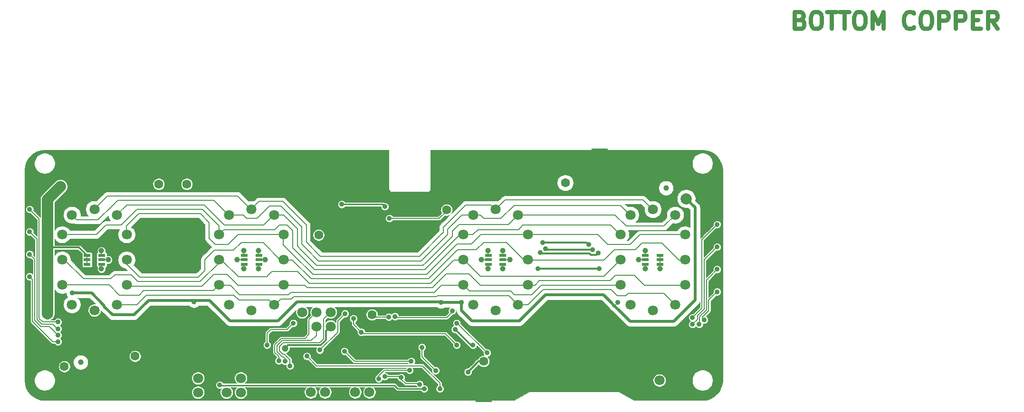
<source format=gbr>
G04 #@! TF.GenerationSoftware,KiCad,Pcbnew,(5.0.0)*
G04 #@! TF.CreationDate,2019-01-17T09:26:07-05:00*
G04 #@! TF.ProjectId,nixie_clock_3,6E697869655F636C6F636B5F332E6B69,rev?*
G04 #@! TF.SameCoordinates,PX3e8fa00PY66ce5c0*
G04 #@! TF.FileFunction,Copper,L2,Bot,Signal*
G04 #@! TF.FilePolarity,Positive*
%FSLAX46Y46*%
G04 Gerber Fmt 4.6, Leading zero omitted, Abs format (unit mm)*
G04 Created by KiCad (PCBNEW (5.0.0)) date 01/17/19 09:26:07*
%MOMM*%
%LPD*%
G01*
G04 APERTURE LIST*
G04 #@! TA.AperFunction,NonConductor*
%ADD10C,0.750000*%
G04 #@! TD*
G04 #@! TA.AperFunction,ViaPad*
%ADD11C,0.900000*%
G04 #@! TD*
G04 #@! TA.AperFunction,ComponentPad*
%ADD12C,1.800000*%
G04 #@! TD*
G04 #@! TA.AperFunction,ViaPad*
%ADD13C,1.200000*%
G04 #@! TD*
G04 #@! TA.AperFunction,ComponentPad*
%ADD14C,1.600000*%
G04 #@! TD*
G04 #@! TA.AperFunction,BGAPad,CuDef*
%ADD15C,1.000000*%
G04 #@! TD*
G04 #@! TA.AperFunction,SMDPad,CuDef*
%ADD16R,3.000000X3.000000*%
G04 #@! TD*
G04 #@! TA.AperFunction,SMDPad,CuDef*
%ADD17R,1.300000X0.600000*%
G04 #@! TD*
G04 #@! TA.AperFunction,ViaPad*
%ADD18C,1.000000*%
G04 #@! TD*
G04 #@! TA.AperFunction,ViaPad*
%ADD19C,2.000000*%
G04 #@! TD*
G04 #@! TA.AperFunction,Conductor*
%ADD20C,0.300000*%
G04 #@! TD*
G04 #@! TA.AperFunction,Conductor*
%ADD21C,0.200000*%
G04 #@! TD*
G04 #@! TA.AperFunction,Conductor*
%ADD22C,0.250000*%
G04 #@! TD*
G04 #@! TA.AperFunction,Conductor*
%ADD23C,2.000000*%
G04 #@! TD*
G04 #@! TA.AperFunction,Conductor*
%ADD24C,0.500000*%
G04 #@! TD*
G04 #@! TA.AperFunction,Conductor*
%ADD25C,0.100000*%
G04 #@! TD*
G04 APERTURE END LIST*
D10*
X138500000Y68214286D02*
X138928571Y68071429D01*
X139071428Y67928572D01*
X139214285Y67642858D01*
X139214285Y67214286D01*
X139071428Y66928572D01*
X138928571Y66785715D01*
X138642857Y66642858D01*
X137500000Y66642858D01*
X137500000Y69642858D01*
X138500000Y69642858D01*
X138785714Y69500000D01*
X138928571Y69357143D01*
X139071428Y69071429D01*
X139071428Y68785715D01*
X138928571Y68500000D01*
X138785714Y68357143D01*
X138500000Y68214286D01*
X137500000Y68214286D01*
X141071428Y69642858D02*
X141642857Y69642858D01*
X141928571Y69500000D01*
X142214285Y69214286D01*
X142357142Y68642858D01*
X142357142Y67642858D01*
X142214285Y67071429D01*
X141928571Y66785715D01*
X141642857Y66642858D01*
X141071428Y66642858D01*
X140785714Y66785715D01*
X140500000Y67071429D01*
X140357142Y67642858D01*
X140357142Y68642858D01*
X140500000Y69214286D01*
X140785714Y69500000D01*
X141071428Y69642858D01*
X143214285Y69642858D02*
X144928571Y69642858D01*
X144071428Y66642858D02*
X144071428Y69642858D01*
X145500000Y69642858D02*
X147214285Y69642858D01*
X146357142Y66642858D02*
X146357142Y69642858D01*
X148785714Y69642858D02*
X149357142Y69642858D01*
X149642857Y69500000D01*
X149928571Y69214286D01*
X150071428Y68642858D01*
X150071428Y67642858D01*
X149928571Y67071429D01*
X149642857Y66785715D01*
X149357142Y66642858D01*
X148785714Y66642858D01*
X148500000Y66785715D01*
X148214285Y67071429D01*
X148071428Y67642858D01*
X148071428Y68642858D01*
X148214285Y69214286D01*
X148500000Y69500000D01*
X148785714Y69642858D01*
X151357142Y66642858D02*
X151357142Y69642858D01*
X152357142Y67500000D01*
X153357142Y69642858D01*
X153357142Y66642858D01*
X158785714Y66928572D02*
X158642857Y66785715D01*
X158214285Y66642858D01*
X157928571Y66642858D01*
X157500000Y66785715D01*
X157214285Y67071429D01*
X157071428Y67357143D01*
X156928571Y67928572D01*
X156928571Y68357143D01*
X157071428Y68928572D01*
X157214285Y69214286D01*
X157500000Y69500000D01*
X157928571Y69642858D01*
X158214285Y69642858D01*
X158642857Y69500000D01*
X158785714Y69357143D01*
X160642857Y69642858D02*
X161214285Y69642858D01*
X161500000Y69500000D01*
X161785714Y69214286D01*
X161928571Y68642858D01*
X161928571Y67642858D01*
X161785714Y67071429D01*
X161500000Y66785715D01*
X161214285Y66642858D01*
X160642857Y66642858D01*
X160357142Y66785715D01*
X160071428Y67071429D01*
X159928571Y67642858D01*
X159928571Y68642858D01*
X160071428Y69214286D01*
X160357142Y69500000D01*
X160642857Y69642858D01*
X163214285Y66642858D02*
X163214285Y69642858D01*
X164357142Y69642858D01*
X164642857Y69500000D01*
X164785714Y69357143D01*
X164928571Y69071429D01*
X164928571Y68642858D01*
X164785714Y68357143D01*
X164642857Y68214286D01*
X164357142Y68071429D01*
X163214285Y68071429D01*
X166214285Y66642858D02*
X166214285Y69642858D01*
X167357142Y69642858D01*
X167642857Y69500000D01*
X167785714Y69357143D01*
X167928571Y69071429D01*
X167928571Y68642858D01*
X167785714Y68357143D01*
X167642857Y68214286D01*
X167357142Y68071429D01*
X166214285Y68071429D01*
X169214285Y68214286D02*
X170214285Y68214286D01*
X170642857Y66642858D02*
X169214285Y66642858D01*
X169214285Y69642858D01*
X170642857Y69642858D01*
X173642857Y66642858D02*
X172642857Y68071429D01*
X171928571Y66642858D02*
X171928571Y69642858D01*
X173071428Y69642858D01*
X173357142Y69500000D01*
X173500000Y69357143D01*
X173642857Y69071429D01*
X173642857Y68642858D01*
X173500000Y68357143D01*
X173357142Y68214286D01*
X173071428Y68071429D01*
X171928571Y68071429D01*
D11*
G04 #@! TO.N,GND*
G04 #@! TO.C,~*
X64800000Y10700000D03*
G04 #@! TD*
G04 #@! TO.N,GND*
G04 #@! TO.C,~*
X61000000Y32800000D03*
G04 #@! TD*
D12*
G04 #@! TO.P,CON1,3*
G04 #@! TO.N,BTN_MODE*
X52300000Y16070000D03*
G04 #@! TO.P,CON1,4*
G04 #@! TO.N,BTN_UP*
X52300000Y13530000D03*
G04 #@! TO.P,CON1,5*
G04 #@! TO.N,RST*
X49760000Y16070000D03*
G04 #@! TO.P,CON1,6*
G04 #@! TO.N,GND*
X49760000Y13530000D03*
G04 #@! TO.P,CON1,1*
G04 #@! TO.N,BTN_SET*
X54840000Y16070000D03*
G04 #@! TO.P,CON1,2*
G04 #@! TO.N,VDD*
X54840000Y13530000D03*
G04 #@! TD*
D13*
G04 #@! TO.N,GND*
G04 #@! TO.C,~*
X83200000Y12600000D03*
G04 #@! TD*
G04 #@! TO.N,GND*
G04 #@! TO.C,~*
X102800000Y43800000D03*
G04 #@! TD*
G04 #@! TO.N,GND*
G04 #@! TO.C,~*
X122300000Y35900000D03*
G04 #@! TD*
D11*
G04 #@! TO.N,GND*
G04 #@! TO.C,~*
X115400000Y12600000D03*
G04 #@! TD*
D13*
G04 #@! TO.N,GND*
G04 #@! TO.C,~*
X72600000Y16400000D03*
G04 #@! TD*
G04 #@! TO.N,GND*
G04 #@! TO.C,~*
X22900000Y16200000D03*
G04 #@! TD*
G04 #@! TO.N,GND*
G04 #@! TO.C,~*
X98200000Y6900000D03*
G04 #@! TD*
G04 #@! TO.N,GND*
G04 #@! TO.C,~*
X25400000Y16200000D03*
G04 #@! TD*
G04 #@! TO.N,GND*
G04 #@! TO.C,~*
X71600000Y13175000D03*
G04 #@! TD*
G04 #@! TO.N,GND*
G04 #@! TO.C,~*
X44500000Y4100000D03*
G04 #@! TD*
D11*
G04 #@! TO.N,GND*
G04 #@! TO.C,~*
X77200000Y7900000D03*
G04 #@! TD*
D13*
G04 #@! TO.N,GND*
G04 #@! TO.C,~*
X21700000Y25500000D03*
G04 #@! TD*
G04 #@! TO.N,GND*
G04 #@! TO.C,~*
X29100000Y16350000D03*
G04 #@! TD*
G04 #@! TO.N,GND*
G04 #@! TO.C,~*
X33250000Y10700000D03*
G04 #@! TD*
G04 #@! TO.N,GND*
G04 #@! TO.C,~*
X58300000Y9900000D03*
G04 #@! TD*
G04 #@! TO.N,GND*
G04 #@! TO.C,~*
X31550000Y10700000D03*
G04 #@! TD*
G04 #@! TO.N,GND*
G04 #@! TO.C,~*
X82100000Y1500000D03*
G04 #@! TD*
G04 #@! TO.N,GND*
G04 #@! TO.C,~*
X23500000Y5200000D03*
G04 #@! TD*
G04 #@! TO.N,GND*
G04 #@! TO.C,~*
X23500000Y6400000D03*
G04 #@! TD*
G04 #@! TO.N,GND*
G04 #@! TO.C,~*
X17800000Y13850000D03*
G04 #@! TD*
G04 #@! TO.N,GND*
G04 #@! TO.C,~*
X41800000Y39000000D03*
G04 #@! TD*
G04 #@! TO.N,GND*
G04 #@! TO.C,~*
X2600000Y38900000D03*
G04 #@! TD*
D11*
G04 #@! TO.N,GND*
G04 #@! TO.C,~*
X66900000Y10700000D03*
G04 #@! TD*
D13*
G04 #@! TO.N,GND*
G04 #@! TO.C,~*
X6350000Y18300000D03*
G04 #@! TD*
G04 #@! TO.N,GND*
G04 #@! TO.C,~*
X49500000Y38300000D03*
G04 #@! TD*
G04 #@! TO.N,GND*
G04 #@! TO.C,~*
X51700000Y38300000D03*
G04 #@! TD*
G04 #@! TO.N,GND*
G04 #@! TO.C,~*
X62500000Y37000000D03*
G04 #@! TD*
G04 #@! TO.N,GND*
G04 #@! TO.C,~*
X60800000Y37000000D03*
G04 #@! TD*
G04 #@! TO.N,GND*
G04 #@! TO.C,~*
X52300000Y32000000D03*
G04 #@! TD*
G04 #@! TO.N,GND*
G04 #@! TO.C,~*
X15800000Y8700000D03*
G04 #@! TD*
G04 #@! TO.N,GND*
G04 #@! TO.C,~*
X88400000Y42600000D03*
G04 #@! TD*
G04 #@! TO.N,GND*
G04 #@! TO.C,~*
X86400000Y42600000D03*
G04 #@! TD*
G04 #@! TO.N,GND*
G04 #@! TO.C,~*
X47500000Y41300000D03*
G04 #@! TD*
G04 #@! TO.N,GND*
G04 #@! TO.C,~*
X47500000Y39600000D03*
G04 #@! TD*
G04 #@! TO.N,GND*
G04 #@! TO.C,~*
X72300000Y30000000D03*
G04 #@! TD*
D11*
G04 #@! TO.N,GND*
G04 #@! TO.C,~*
X61000000Y31800000D03*
G04 #@! TD*
D13*
G04 #@! TO.N,GND*
G04 #@! TO.C,~*
X12600000Y39500000D03*
G04 #@! TD*
G04 #@! TO.N,GND*
G04 #@! TO.C,~*
X21600000Y29700000D03*
G04 #@! TD*
G04 #@! TO.N,GND*
G04 #@! TO.C,~*
X24100000Y25500000D03*
G04 #@! TD*
G04 #@! TO.N,GND*
G04 #@! TO.C,~*
X24100000Y29700000D03*
G04 #@! TD*
G04 #@! TO.N,GND*
G04 #@! TO.C,~*
X30900000Y25700000D03*
G04 #@! TD*
G04 #@! TO.N,GND*
G04 #@! TO.C,~*
X30800000Y29200000D03*
G04 #@! TD*
G04 #@! TO.N,GND*
G04 #@! TO.C,~*
X20500000Y39500000D03*
G04 #@! TD*
G04 #@! TO.N,GND*
G04 #@! TO.C,~*
X36200000Y39100000D03*
G04 #@! TD*
D12*
G04 #@! TO.P,NT1,3*
G04 #@! TO.N,/n9*
X7000000Y25400000D03*
G04 #@! TO.P,NT1,4*
G04 #@! TO.N,/n8*
X7000000Y29900000D03*
G04 #@! TO.P,NT1,5*
G04 #@! TO.N,/n7*
X8750000Y33400000D03*
G04 #@! TO.P,NT1,6*
G04 #@! TO.N,/n6*
X12750000Y34400000D03*
G04 #@! TO.P,NT1,7*
G04 #@! TO.N,/n5*
X16750000Y33400000D03*
G04 #@! TO.P,NT1,8*
G04 #@! TO.N,/n4*
X18500000Y29900000D03*
G04 #@! TO.P,NT1,9*
G04 #@! TO.N,/n3*
X18500000Y25400000D03*
G04 #@! TO.P,NT1,2*
G04 #@! TO.N,/n0*
X7000000Y20900000D03*
G04 #@! TO.P,NT1,10*
G04 #@! TO.N,/n2*
X18500000Y20900000D03*
G04 #@! TO.P,NT1,1*
G04 #@! TO.N,/nD*
X8750000Y17400000D03*
G04 #@! TO.P,NT1,11*
G04 #@! TO.N,/n1*
X16750000Y17400000D03*
G04 #@! TO.P,NT1,12*
G04 #@! TO.N,N/C*
X12750000Y16400000D03*
G04 #@! TD*
G04 #@! TO.P,NT2,3*
G04 #@! TO.N,/n9*
X35000000Y25400000D03*
G04 #@! TO.P,NT2,4*
G04 #@! TO.N,/n8*
X35000000Y29900000D03*
G04 #@! TO.P,NT2,5*
G04 #@! TO.N,/n7*
X36750000Y33400000D03*
G04 #@! TO.P,NT2,6*
G04 #@! TO.N,/n6*
X40750000Y34400000D03*
G04 #@! TO.P,NT2,7*
G04 #@! TO.N,/n5*
X44750000Y33400000D03*
G04 #@! TO.P,NT2,8*
G04 #@! TO.N,/n4*
X46500000Y29900000D03*
G04 #@! TO.P,NT2,9*
G04 #@! TO.N,/n3*
X46500000Y25400000D03*
G04 #@! TO.P,NT2,2*
G04 #@! TO.N,/n0*
X35000000Y20900000D03*
G04 #@! TO.P,NT2,10*
G04 #@! TO.N,/n2*
X46500000Y20900000D03*
G04 #@! TO.P,NT2,1*
G04 #@! TO.N,/nC*
X36750000Y17400000D03*
G04 #@! TO.P,NT2,11*
G04 #@! TO.N,/n1*
X44750000Y17400000D03*
G04 #@! TO.P,NT2,12*
G04 #@! TO.N,N/C*
X40750000Y16400000D03*
G04 #@! TD*
G04 #@! TO.P,NT3,3*
G04 #@! TO.N,/n9*
X78500000Y25400000D03*
G04 #@! TO.P,NT3,4*
G04 #@! TO.N,/n8*
X78500000Y29900000D03*
G04 #@! TO.P,NT3,5*
G04 #@! TO.N,/n7*
X80250000Y33400000D03*
G04 #@! TO.P,NT3,6*
G04 #@! TO.N,/n6*
X84250000Y34400000D03*
G04 #@! TO.P,NT3,7*
G04 #@! TO.N,/n5*
X88250000Y33400000D03*
G04 #@! TO.P,NT3,8*
G04 #@! TO.N,/n4*
X90000000Y29900000D03*
G04 #@! TO.P,NT3,9*
G04 #@! TO.N,/n3*
X90000000Y25400000D03*
G04 #@! TO.P,NT3,2*
G04 #@! TO.N,/n0*
X78500000Y20900000D03*
G04 #@! TO.P,NT3,10*
G04 #@! TO.N,/n2*
X90000000Y20900000D03*
G04 #@! TO.P,NT3,1*
G04 #@! TO.N,/nB*
X80250000Y17400000D03*
G04 #@! TO.P,NT3,11*
G04 #@! TO.N,/n1*
X88250000Y17400000D03*
G04 #@! TO.P,NT3,12*
G04 #@! TO.N,N/C*
X84250000Y16400000D03*
G04 #@! TD*
G04 #@! TO.P,NT4,3*
G04 #@! TO.N,/n9*
X106500000Y25400000D03*
G04 #@! TO.P,NT4,4*
G04 #@! TO.N,/n8*
X106500000Y29900000D03*
G04 #@! TO.P,NT4,5*
G04 #@! TO.N,/n7*
X108250000Y33400000D03*
G04 #@! TO.P,NT4,6*
G04 #@! TO.N,/n6*
X112250000Y34400000D03*
G04 #@! TO.P,NT4,7*
G04 #@! TO.N,/n5*
X116250000Y33400000D03*
G04 #@! TO.P,NT4,8*
G04 #@! TO.N,/n4*
X118000000Y29900000D03*
G04 #@! TO.P,NT4,9*
G04 #@! TO.N,/n3*
X118000000Y25400000D03*
G04 #@! TO.P,NT4,2*
G04 #@! TO.N,/n0*
X106500000Y20900000D03*
G04 #@! TO.P,NT4,10*
G04 #@! TO.N,/n2*
X118000000Y20900000D03*
G04 #@! TO.P,NT4,1*
G04 #@! TO.N,/nA*
X108250000Y17400000D03*
G04 #@! TO.P,NT4,11*
G04 #@! TO.N,/n1*
X116250000Y17400000D03*
G04 #@! TO.P,NT4,12*
G04 #@! TO.N,N/C*
X112250000Y16400000D03*
G04 #@! TD*
G04 #@! TO.P,P2,3*
G04 #@! TO.N,GND*
X56660000Y1800000D03*
G04 #@! TO.P,P2,1*
G04 #@! TO.N,/I2C_SDA*
X61740000Y1800000D03*
G04 #@! TO.P,P2,2*
G04 #@! TO.N,/I2C_SCL*
X59200000Y1800000D03*
G04 #@! TD*
G04 #@! TO.P,P3,2*
G04 #@! TO.N,/MCU_RXD*
X51300000Y1800000D03*
G04 #@! TO.P,P3,1*
G04 #@! TO.N,/MCU_TXD*
X53840000Y1800000D03*
G04 #@! TO.P,P3,3*
G04 #@! TO.N,GND*
X48760000Y1800000D03*
G04 #@! TD*
D14*
G04 #@! TO.P,U1,1*
G04 #@! TO.N,+12V*
X29200000Y38900000D03*
G04 #@! TO.P,U1,2*
G04 #@! TO.N,Net-(Q5-Pad3)*
X24200000Y38900000D03*
G04 #@! TD*
D15*
G04 #@! TO.P,F1,~*
G04 #@! TO.N,N/C*
X10300000Y7100000D03*
G04 #@! TD*
G04 #@! TO.P,F2,~*
G04 #@! TO.N,N/C*
X114600000Y38200000D03*
G04 #@! TD*
D12*
G04 #@! TO.P,P1,6*
G04 #@! TO.N,GND*
X36300000Y4270000D03*
G04 #@! TO.P,P1,5*
G04 #@! TO.N,BTN_MODE*
X36300000Y1730000D03*
G04 #@! TO.P,P1,4*
G04 #@! TO.N,GND*
X33760000Y4270000D03*
G04 #@! TO.P,P1,3*
X33760000Y1730000D03*
G04 #@! TO.P,P1,2*
G04 #@! TO.N,Net-(D1-Pad2)*
X31220000Y4270000D03*
G04 #@! TO.P,P1,1*
X31220000Y1730000D03*
G04 #@! TO.P,P1,8*
G04 #@! TO.N,BTN_UP*
X38840000Y4270000D03*
G04 #@! TO.P,P1,7*
G04 #@! TO.N,BTN_SET*
X38840000Y1730000D03*
G04 #@! TO.P,P1,10*
G04 #@! TO.N,GND*
X41380000Y4270000D03*
G04 #@! TO.P,P1,9*
X41380000Y1730000D03*
G04 #@! TD*
G04 #@! TO.P,P4,2*
G04 #@! TO.N,GND*
X115970000Y3900000D03*
G04 #@! TO.P,P4,1*
G04 #@! TO.N,/V_TST*
X113430000Y3900000D03*
G04 #@! TD*
D14*
G04 #@! TO.P,tp5,1*
G04 #@! TO.N,Net-(C5-Pad2)*
X20000000Y8200000D03*
G04 #@! TD*
G04 #@! TO.P,tp6,1*
G04 #@! TO.N,+12V*
X7400000Y6350000D03*
G04 #@! TD*
G04 #@! TO.P,tp7,1*
G04 #@! TO.N,VDD*
X82100000Y7300000D03*
G04 #@! TD*
G04 #@! TO.P,tp8,1*
G04 #@! TO.N,BOOST_EN*
X52700000Y29800000D03*
G04 #@! TD*
G04 #@! TO.P,tp9,1*
G04 #@! TO.N,/CTL_REG*
X75500000Y34300000D03*
G04 #@! TD*
G04 #@! TO.P,tp10,1*
G04 #@! TO.N,VCC*
X96650000Y39125000D03*
G04 #@! TD*
G04 #@! TO.P,tp11,1*
G04 #@! TO.N,/RTC_1HZ*
X62200000Y15600000D03*
G04 #@! TD*
D16*
G04 #@! TO.P,tp2,1*
G04 #@! TO.N,GND*
X102800000Y43800000D03*
G04 #@! TD*
G04 #@! TO.P,tp4,1*
G04 #@! TO.N,GND*
X82100000Y1500000D03*
G04 #@! TD*
D17*
G04 #@! TO.P,D5,6*
G04 #@! TO.N,+12V*
X11450000Y26200000D03*
G04 #@! TO.P,D5,5*
X11450000Y25400000D03*
G04 #@! TO.P,D5,4*
X11450000Y24600000D03*
G04 #@! TO.P,D5,3*
G04 #@! TO.N,Net-(D5-Pad3)*
X14050000Y24600000D03*
G04 #@! TO.P,D5,2*
G04 #@! TO.N,Net-(D5-Pad2)*
X14050000Y25400000D03*
G04 #@! TO.P,D5,1*
G04 #@! TO.N,Net-(D5-Pad1)*
X14050000Y26200000D03*
G04 #@! TD*
G04 #@! TO.P,D6,6*
G04 #@! TO.N,Net-(D5-Pad1)*
X39450000Y26200000D03*
G04 #@! TO.P,D6,5*
G04 #@! TO.N,Net-(D5-Pad2)*
X39450000Y25400000D03*
G04 #@! TO.P,D6,4*
G04 #@! TO.N,Net-(D5-Pad3)*
X39450000Y24600000D03*
G04 #@! TO.P,D6,3*
G04 #@! TO.N,Net-(D6-Pad3)*
X42050000Y24600000D03*
G04 #@! TO.P,D6,2*
G04 #@! TO.N,Net-(D6-Pad2)*
X42050000Y25400000D03*
G04 #@! TO.P,D6,1*
G04 #@! TO.N,Net-(D6-Pad1)*
X42050000Y26200000D03*
G04 #@! TD*
G04 #@! TO.P,D9,1*
G04 #@! TO.N,Net-(D10-Pad6)*
X110950000Y24600000D03*
G04 #@! TO.P,D9,2*
G04 #@! TO.N,Net-(D10-Pad5)*
X110950000Y25400000D03*
G04 #@! TO.P,D9,3*
G04 #@! TO.N,Net-(D10-Pad4)*
X110950000Y26200000D03*
G04 #@! TO.P,D9,4*
G04 #@! TO.N,+12V*
X113550000Y26200000D03*
G04 #@! TO.P,D9,5*
X113550000Y25400000D03*
G04 #@! TO.P,D9,6*
X113550000Y24600000D03*
G04 #@! TD*
G04 #@! TO.P,D10,1*
G04 #@! TO.N,Net-(D10-Pad1)*
X82950000Y24600000D03*
G04 #@! TO.P,D10,2*
G04 #@! TO.N,Net-(D10-Pad2)*
X82950000Y25400000D03*
G04 #@! TO.P,D10,3*
G04 #@! TO.N,Net-(D10-Pad3)*
X82950000Y26200000D03*
G04 #@! TO.P,D10,4*
G04 #@! TO.N,Net-(D10-Pad4)*
X85550000Y26200000D03*
G04 #@! TO.P,D10,5*
G04 #@! TO.N,Net-(D10-Pad5)*
X85550000Y25400000D03*
G04 #@! TO.P,D10,6*
G04 #@! TO.N,Net-(D10-Pad6)*
X85550000Y24600000D03*
G04 #@! TD*
D11*
G04 #@! TO.N,VDD*
X79300000Y5400000D03*
X70700000Y3200000D03*
X67400000Y4400000D03*
D13*
X46700000Y9600000D03*
D11*
X64500000Y4600000D03*
D18*
G04 #@! TO.N,+12V*
X113500000Y23800000D03*
D11*
X91800000Y23800000D03*
X102700000Y23800000D03*
X35075000Y3075000D03*
X80200000Y10200000D03*
X71500000Y2400000D03*
X77000000Y13000000D03*
D19*
X4400000Y15800000D03*
X6700000Y38500000D03*
D11*
X64500000Y34900000D03*
X56800000Y35300000D03*
G04 #@! TO.N,/V_TST*
X82700000Y8800000D03*
X77300000Y14100000D03*
G04 #@! TO.N,+5V*
X74300000Y2400000D03*
X48200000Y14100000D03*
X50600000Y8200000D03*
X43500000Y10200000D03*
G04 #@! TO.N,/CTL_REG*
X65300000Y32800000D03*
G04 #@! TO.N,VCC*
X78100000Y17800000D03*
X8800000Y19500000D03*
X30500000Y17900000D03*
X74500000Y17800000D03*
X106000000Y17800000D03*
D19*
X118200000Y36300000D03*
D11*
G04 #@! TO.N,BTN_UP*
X46700000Y7300000D03*
G04 #@! TO.N,BTN_MODE*
X45600000Y7400000D03*
G04 #@! TO.N,RST*
X77300000Y10200000D03*
X58900000Y14900000D03*
X60300000Y12500000D03*
G04 #@! TO.N,BTN_SET*
X47600000Y6500000D03*
G04 #@! TO.N,N_2*
X123700000Y19700000D03*
X121400000Y14700000D03*
G04 #@! TO.N,N_3*
X120500000Y13900000D03*
X123700000Y23700000D03*
D18*
G04 #@! TO.N,Net-(D5-Pad1)*
X39400000Y27000000D03*
X14000000Y27000000D03*
G04 #@! TO.N,Net-(D5-Pad2)*
X38200000Y25400000D03*
X15200000Y25400000D03*
G04 #@! TO.N,Net-(D5-Pad3)*
X39400000Y23800000D03*
X14000000Y23800000D03*
G04 #@! TO.N,Net-(D6-Pad1)*
X42000000Y27000000D03*
G04 #@! TO.N,Net-(D6-Pad2)*
X43200000Y25400000D03*
G04 #@! TO.N,Net-(D6-Pad3)*
X42000000Y23800000D03*
D11*
G04 #@! TO.N,Net-(D10-Pad6)*
X102500000Y26600000D03*
D18*
X110900000Y23800000D03*
D11*
X92200000Y26700000D03*
D18*
X85500000Y23800000D03*
G04 #@! TO.N,Net-(D10-Pad5)*
X109700000Y25400000D03*
D11*
X101500000Y27200000D03*
X93100000Y27400000D03*
D18*
X86800000Y25400000D03*
D11*
G04 #@! TO.N,Net-(D10-Pad4)*
X100800000Y28100000D03*
D18*
X110900000Y27000000D03*
D11*
X92600000Y28500000D03*
D18*
X85500000Y27000000D03*
G04 #@! TO.N,Net-(D10-Pad1)*
X82900000Y23800000D03*
G04 #@! TO.N,Net-(D10-Pad2)*
X81700000Y25400000D03*
G04 #@! TO.N,Net-(D10-Pad3)*
X82900000Y27000000D03*
D11*
G04 #@! TO.N,/RTC_1HZ*
X65200000Y15200000D03*
G04 #@! TO.N,N_9*
X6250000Y10800000D03*
X1200000Y22400000D03*
G04 #@! TO.N,N_8*
X6250000Y11950000D03*
X1200000Y26400000D03*
G04 #@! TO.N,B_LED*
X57400000Y15800000D03*
X52900000Y9300000D03*
G04 #@! TO.N,N_7*
X1200000Y30400000D03*
X6250000Y13100000D03*
G04 #@! TO.N,N_6*
X1200000Y34400000D03*
X6250000Y14300000D03*
G04 #@! TO.N,N_5*
X119300000Y15100000D03*
X123700000Y31700000D03*
G04 #@! TO.N,N_4*
X119300000Y13900000D03*
X123700000Y27700000D03*
G04 #@! TO.N,AN_B*
X66300000Y15300000D03*
X76500000Y16325000D03*
G04 #@! TO.N,EXT_PWR*
X68900000Y5700000D03*
X63400000Y4200000D03*
G04 #@! TO.N,Net-(IC1-Pad23)*
X57300000Y9100000D03*
X69199990Y7300000D03*
G04 #@! TO.N,Net-(C3-Pad1)*
X71100000Y9800000D03*
X73550000Y5650000D03*
G04 #@! TD*
D20*
G04 #@! TO.N,VDD*
X81200000Y7300000D02*
X79300000Y5400000D01*
X82100000Y7300000D02*
X81200000Y7300000D01*
D21*
X69800000Y3300000D02*
X70375000Y3300000D01*
X69300000Y3300000D02*
X68200000Y3300000D01*
X70700000Y3200000D02*
X70600000Y3300000D01*
X70600000Y3300000D02*
X70375000Y3300000D01*
X69300000Y3300000D02*
X69800000Y3300000D01*
X68200000Y3300000D02*
X67400000Y4100000D01*
X67400000Y4100000D02*
X67400000Y4400000D01*
D20*
X46700000Y9600000D02*
X47249998Y10149998D01*
X54050002Y12740002D02*
X54840000Y13530000D01*
X54050002Y11113604D02*
X54050002Y12740002D01*
X53086396Y10149998D02*
X54050002Y11113604D01*
X47249998Y10149998D02*
X53086396Y10149998D01*
D21*
X67200000Y4600000D02*
X67400000Y4400000D01*
X64500000Y4600000D02*
X67200000Y4600000D01*
X64200000Y4600000D02*
X64500000Y4600000D01*
D20*
G04 #@! TO.N,+12V*
X101500000Y23800000D02*
X102700000Y23800000D01*
D21*
X113500000Y24600000D02*
X113500000Y23800000D01*
D20*
X91800000Y23800000D02*
X101500000Y23800000D01*
D22*
X79800000Y10200000D02*
X79500000Y10500000D01*
X80200000Y10200000D02*
X79800000Y10200000D01*
X77000000Y13000000D02*
X79500000Y10500000D01*
D20*
X77000000Y13000000D02*
X77000000Y12700000D01*
X11400000Y26200000D02*
X10000000Y27600000D01*
X10000000Y27600000D02*
X4400000Y27600000D01*
D23*
X4400000Y27600000D02*
X4400000Y15800000D01*
X4400000Y36200000D02*
X4400000Y27600000D01*
X6700000Y38500000D02*
X4400000Y36200000D01*
D21*
X11400000Y26200000D02*
X11400000Y25400000D01*
X11400000Y25400000D02*
X11400000Y24600000D01*
X113500000Y26200000D02*
X113500000Y25400000D01*
X113500000Y25400000D02*
X113500000Y24600000D01*
D22*
X64100000Y35300000D02*
X64500000Y34900000D01*
X56800000Y35300000D02*
X64100000Y35300000D01*
X69700000Y2400000D02*
X71500000Y2400000D01*
X35150000Y3000000D02*
X47200000Y3000000D01*
X47200000Y3000000D02*
X47225001Y3025001D01*
X47225001Y3025001D02*
X66174999Y3025001D01*
X66174999Y3025001D02*
X66800000Y2400000D01*
X35075000Y3075000D02*
X35150000Y3000000D01*
X66800000Y2400000D02*
X69700000Y2400000D01*
D21*
G04 #@! TO.N,/V_TST*
X77400000Y14100000D02*
X77300000Y14100000D01*
X82700000Y8800000D02*
X77400000Y14100000D01*
G04 #@! TO.N,+5V*
X52300000Y6500000D02*
X50600000Y8200000D01*
X74300000Y2400000D02*
X74300000Y3400000D01*
X74300000Y3400000D02*
X71200000Y6500000D01*
X71200000Y6500000D02*
X52300000Y6500000D01*
X44200000Y13000000D02*
X47100000Y13000000D01*
X47100000Y13000000D02*
X48200000Y14100000D01*
X43500000Y12300000D02*
X44200000Y13000000D01*
X43500000Y10200000D02*
X43500000Y12300000D01*
G04 #@! TO.N,/CTL_REG*
X75500000Y34100000D02*
X74200000Y32800000D01*
X74200000Y32800000D02*
X65300000Y32800000D01*
X75500000Y34100000D02*
X75500000Y34300000D01*
D24*
G04 #@! TO.N,VCC*
X78100000Y17800000D02*
X74500000Y17800000D01*
X78100000Y16400000D02*
X78100000Y17800000D01*
X91587440Y17612560D02*
X88474880Y14500000D01*
X104800000Y17800000D02*
X105350000Y17250000D01*
X88474880Y14500000D02*
X80000000Y14500000D01*
X104800000Y17800000D02*
X103475004Y19124996D01*
X93099876Y19124996D02*
X91587440Y17612560D01*
X103475004Y19124996D02*
X93099876Y19124996D01*
X80000000Y14500000D02*
X78100000Y16400000D01*
D21*
X30500000Y17900000D02*
X30500000Y18149998D01*
X30500000Y18149998D02*
X30500000Y18000000D01*
X30500000Y18000000D02*
X30500000Y18149998D01*
D24*
X47499980Y16499980D02*
X45500000Y14500000D01*
X45500000Y14500000D02*
X36900000Y14500000D01*
X36900000Y14500000D02*
X33250002Y18149998D01*
X33250002Y18149998D02*
X30500000Y18149998D01*
X73100000Y17862728D02*
X48862728Y17862728D01*
X74500000Y17862728D02*
X73100000Y17862728D01*
X48862728Y17862728D02*
X47499980Y16499980D01*
D21*
X74500000Y17800000D02*
X74500000Y17862728D01*
X74500000Y17862728D02*
X74500000Y17800000D01*
X74500000Y17800000D02*
X74500000Y17862728D01*
X106000000Y17800000D02*
X105450000Y17250000D01*
X105450000Y17250000D02*
X105350000Y17250000D01*
D24*
X110100000Y14400000D02*
X108200000Y14400000D01*
X119800000Y34700000D02*
X119800000Y18200000D01*
X119800000Y18200000D02*
X116000000Y14400000D01*
X116000000Y14400000D02*
X110100000Y14400000D01*
X118200000Y36300000D02*
X119800000Y34700000D01*
X108200000Y14400000D02*
X106175002Y16424998D01*
X106175002Y16424998D02*
X105350000Y17250000D01*
X12100000Y19500000D02*
X8800000Y19500000D01*
X12240002Y19500000D02*
X12100000Y19500000D01*
X30500000Y18149998D02*
X22393504Y18149998D01*
X22393504Y18149998D02*
X19843506Y15600000D01*
X14500001Y17240001D02*
X12240002Y19500000D01*
X14500001Y17059997D02*
X14500001Y17240001D01*
X15959998Y15600000D02*
X14500001Y17059997D01*
X19843506Y15600000D02*
X15959998Y15600000D01*
D21*
G04 #@! TO.N,BTN_UP*
X52300000Y13530000D02*
X52300000Y11900000D01*
X50000002Y11000002D02*
X51400002Y11000002D01*
X46700000Y7799998D02*
X46399998Y8100000D01*
X46399998Y8100000D02*
X46234312Y8100000D01*
X46234312Y8100000D02*
X45299998Y9034314D01*
X45299998Y9034314D02*
X45299998Y10065686D01*
X45299998Y10065686D02*
X46234314Y11000002D01*
X46234314Y11000002D02*
X50000002Y11000002D01*
X46700000Y7300000D02*
X46700000Y7799998D01*
X51400002Y11000002D02*
X52300000Y11900000D01*
G04 #@! TO.N,BTN_MODE*
X51000000Y12100000D02*
X51000000Y14770000D01*
X51000000Y14770000D02*
X52300000Y16070000D01*
X45600000Y7400000D02*
X45600000Y8168624D01*
X50300004Y11400004D02*
X51000000Y12100000D01*
X46068628Y11400004D02*
X50300004Y11400004D01*
X44899996Y10231372D02*
X46068628Y11400004D01*
X44899996Y8868628D02*
X44899996Y10231372D01*
X45600000Y8168624D02*
X44899996Y8868628D01*
G04 #@! TO.N,RST*
X68500000Y12200000D02*
X60600000Y12200000D01*
X75300000Y12200000D02*
X68500000Y12200000D01*
X77300000Y10200000D02*
X75300000Y12200000D01*
X60600000Y12200000D02*
X60300000Y12500000D01*
X60300000Y12500000D02*
X58900000Y13900000D01*
X58900000Y13900000D02*
X58900000Y14900000D01*
G04 #@! TO.N,BTN_SET*
X53600000Y12600000D02*
X53600000Y14830000D01*
X45700000Y9200000D02*
X45700000Y9900000D01*
X45700000Y9900000D02*
X46400000Y10600000D01*
X46400000Y10600000D02*
X52900000Y10600000D01*
X52900000Y10600000D02*
X53600000Y11300000D01*
X53600000Y11300000D02*
X53600000Y12600000D01*
X47600000Y7600000D02*
X46600000Y8600000D01*
X47600000Y6500000D02*
X47600000Y7600000D01*
X46600000Y8600000D02*
X46300000Y8600000D01*
X46300000Y8600000D02*
X45700000Y9200000D01*
X53600000Y14830000D02*
X54840000Y16070000D01*
G04 #@! TO.N,N_2*
X122800000Y18800000D02*
X122200006Y18200006D01*
X123700000Y19700000D02*
X122800000Y18800000D01*
X121100000Y15000000D02*
X121400000Y14700000D01*
X121100000Y15202936D02*
X121100000Y15000000D01*
X122200006Y16302942D02*
X121100000Y15202936D01*
X122200006Y18200006D02*
X122200006Y16302942D01*
G04 #@! TO.N,N_3*
X121800004Y21800004D02*
X121800004Y16468628D01*
X121800004Y16468628D02*
X120600002Y15268626D01*
X120600002Y15268626D02*
X120600002Y14000002D01*
X120600002Y14000002D02*
X120500000Y13900000D01*
X123700000Y23700000D02*
X122399998Y22399998D01*
X122399998Y22399998D02*
X121800004Y21800004D01*
G04 #@! TO.N,Net-(D5-Pad1)*
X39400000Y26200000D02*
X39400000Y27000000D01*
X14000000Y27000000D02*
X14000000Y26200000D01*
G04 #@! TO.N,Net-(D5-Pad2)*
X39400000Y25400000D02*
X38200000Y25400000D01*
X15200000Y25400000D02*
X14000000Y25400000D01*
G04 #@! TO.N,Net-(D5-Pad3)*
X39400000Y24600000D02*
X39400000Y23800000D01*
X14000000Y23800000D02*
X14000000Y24600000D01*
G04 #@! TO.N,Net-(D6-Pad1)*
X42000000Y27000000D02*
X42000000Y26200000D01*
G04 #@! TO.N,Net-(D6-Pad2)*
X43200000Y25400000D02*
X42000000Y25400000D01*
G04 #@! TO.N,Net-(D6-Pad3)*
X42000000Y24600000D02*
X42000000Y23800000D01*
D20*
G04 #@! TO.N,Net-(D10-Pad6)*
X92400000Y26500000D02*
X101000000Y26500000D01*
X92200000Y26700000D02*
X92400000Y26500000D01*
D21*
X110900000Y24600000D02*
X110900000Y23800000D01*
X85500000Y23800000D02*
X85500000Y24600000D01*
D20*
X102200000Y26300000D02*
X102500000Y26600000D01*
X101200000Y26300000D02*
X102200000Y26300000D01*
X101000000Y26500000D02*
X101200000Y26300000D01*
G04 #@! TO.N,Net-(D10-Pad5)*
X93300000Y27200000D02*
X101500000Y27200000D01*
X93100000Y27400000D02*
X93300000Y27200000D01*
D21*
X110900000Y25400000D02*
X109700000Y25400000D01*
X86800000Y25400000D02*
X85500000Y25400000D01*
D20*
G04 #@! TO.N,Net-(D10-Pad4)*
X92600000Y28500000D02*
X100400000Y28500000D01*
D21*
X110900000Y26200000D02*
X110900000Y27000000D01*
X85500000Y27000000D02*
X85500000Y26200000D01*
D20*
X100400000Y28500000D02*
X100800000Y28100000D01*
D21*
G04 #@! TO.N,Net-(D10-Pad1)*
X82900000Y24600000D02*
X82900000Y23800000D01*
G04 #@! TO.N,Net-(D10-Pad2)*
X82900000Y25400000D02*
X81700000Y25400000D01*
G04 #@! TO.N,Net-(D10-Pad3)*
X82900000Y27000000D02*
X82900000Y26200000D01*
G04 #@! TO.N,/RTC_1HZ*
X62600000Y15200000D02*
X62200000Y15600000D01*
X65200000Y15200000D02*
X62600000Y15200000D01*
G04 #@! TO.N,N_9*
X5352940Y10800000D02*
X6250000Y10800000D01*
X1699998Y14452942D02*
X5352940Y10800000D01*
X1699998Y21900002D02*
X1699998Y14452942D01*
X1699998Y21900002D02*
X1200000Y22400000D01*
G04 #@! TO.N,N_8*
X5300000Y12900000D02*
X4700004Y13499996D01*
X2100000Y14618628D02*
X3218632Y13499996D01*
X6250000Y11950000D02*
X5300000Y12900000D01*
X1200000Y26400000D02*
X2100000Y25500000D01*
X2100000Y25500000D02*
X2100000Y14618628D01*
X4700004Y13499996D02*
X3218632Y13499996D01*
G04 #@! TO.N,B_LED*
X52900000Y9300000D02*
X56100000Y12500000D01*
X56100000Y12500000D02*
X56100000Y14500000D01*
X56100000Y14500000D02*
X57400000Y15800000D01*
G04 #@! TO.N,N_7*
X2500002Y29099998D02*
X2500002Y15650000D01*
X1200000Y30400000D02*
X2500002Y29099998D01*
X6150000Y13100000D02*
X6250000Y13100000D01*
X5350002Y13899998D02*
X6150000Y13100000D01*
X3384318Y13899998D02*
X5350002Y13899998D01*
X2500002Y14784314D02*
X3384318Y13899998D01*
X2500002Y15650000D02*
X2500002Y14784314D01*
G04 #@! TO.N,N_6*
X2900004Y32699996D02*
X2900004Y14950000D01*
X1200000Y34400000D02*
X2900004Y32699996D01*
X3550004Y14300000D02*
X6250000Y14300000D01*
X2900004Y14950000D02*
X3550004Y14300000D01*
G04 #@! TO.N,N_5*
X121000000Y16800000D02*
X119300000Y15100000D01*
X121599994Y29599994D02*
X121000000Y29000000D01*
X123700000Y31700000D02*
X121599994Y29599994D01*
X121000000Y29000000D02*
X121000000Y27000000D01*
X121000000Y27000000D02*
X121000000Y16800000D01*
G04 #@! TO.N,N_4*
X121400002Y25400002D02*
X121400002Y16634314D01*
X121400002Y16634314D02*
X120200000Y15434312D01*
X120200000Y15434312D02*
X120200000Y14800000D01*
X120200000Y14800000D02*
X119300000Y13900000D01*
X123700000Y27700000D02*
X121999996Y25999996D01*
X121999996Y25999996D02*
X121400002Y25400002D01*
G04 #@! TO.N,AN_B*
X76500000Y16325000D02*
X76500000Y16100000D01*
X66500000Y15100000D02*
X66300000Y15300000D01*
X75500000Y15100000D02*
X69300000Y15100000D01*
X69300000Y15100000D02*
X66500000Y15100000D01*
X76500000Y16100000D02*
X75500000Y15100000D01*
G04 #@! TO.N,EXT_PWR*
X68900000Y5700000D02*
X64400000Y5700000D01*
X63400000Y4700000D02*
X64400000Y5700000D01*
X63400000Y4200000D02*
X63400000Y4700000D01*
G04 #@! TO.N,/n9*
X87100000Y22500000D02*
X103575000Y22500000D01*
X78625000Y25375000D02*
X81500000Y22500000D01*
X81500000Y22500000D02*
X87100000Y22500000D01*
X105075000Y24000000D02*
X106450000Y25375000D01*
X103575000Y22500000D02*
X105075000Y24000000D01*
X15700000Y22000000D02*
X16400000Y22700000D01*
X10800000Y22000000D02*
X15700000Y22000000D01*
X7400000Y25400000D02*
X10800000Y22000000D01*
X31568632Y21500006D02*
X34925000Y24856374D01*
X20500000Y21500006D02*
X31568632Y21500006D01*
X19300006Y22700000D02*
X20500000Y21500006D01*
X16400000Y22700000D02*
X19300006Y22700000D01*
X34925000Y24856374D02*
X34925000Y25375000D01*
X76806374Y25375000D02*
X72644110Y21212736D01*
X44400000Y23300000D02*
X48937252Y23300000D01*
X78475000Y25375000D02*
X76806374Y25375000D01*
X38400000Y22400000D02*
X35425000Y25375000D01*
X38400000Y22400000D02*
X43500000Y22400000D01*
X43500000Y22400000D02*
X43700000Y22600000D01*
X43700000Y22600000D02*
X44400000Y23300000D01*
X51024516Y21212736D02*
X48937252Y23300000D01*
X72644110Y21212736D02*
X51024516Y21212736D01*
X78475000Y25375000D02*
X78625000Y25375000D01*
X34925000Y25375000D02*
X35425000Y25375000D01*
X6950000Y25400000D02*
X7400000Y25400000D01*
G04 #@! TO.N,/n8*
X14800000Y31600000D02*
X17500000Y31600000D01*
X14800000Y31600000D02*
X13100000Y29900000D01*
X6950000Y29900000D02*
X13100000Y29900000D01*
X34925000Y31443626D02*
X34925000Y29875000D01*
X31968632Y34399994D02*
X34925000Y31443626D01*
X20299994Y34399994D02*
X31968632Y34399994D01*
X17500000Y31600000D02*
X20299994Y34399994D01*
X69487258Y23612742D02*
X71649994Y23612742D01*
X52018632Y23612742D02*
X69487258Y23612742D01*
X44874999Y30774999D02*
X45700000Y31600000D01*
X35824999Y30774999D02*
X44874999Y30774999D01*
X34925000Y29875000D02*
X35824999Y30774999D01*
X48100000Y27531374D02*
X48900002Y26731372D01*
X48100000Y30600000D02*
X48100000Y27531374D01*
X47100000Y31600000D02*
X48100000Y30600000D01*
X45700000Y31600000D02*
X47100000Y31600000D01*
X48900002Y26731372D02*
X52018632Y23612742D01*
X71649994Y23612742D02*
X77912252Y29875000D01*
X77912252Y29875000D02*
X78475000Y29875000D01*
X77912252Y29875000D02*
X78475000Y29875000D01*
X77912252Y29875000D02*
X78475000Y29875000D01*
X79775000Y29875000D02*
X80175000Y29875000D01*
X88700000Y31200000D02*
X89100000Y31600000D01*
X89100000Y31600000D02*
X104725000Y31600000D01*
X106450000Y29875000D02*
X104725000Y31600000D01*
X79775000Y29875000D02*
X78475000Y29875000D01*
X88300000Y30800000D02*
X88700000Y31200000D01*
X81100000Y30800000D02*
X88300000Y30800000D01*
X80175000Y29875000D02*
X81100000Y30800000D01*
G04 #@! TO.N,/n7*
X16100000Y35200000D02*
X16899998Y35999998D01*
X9600000Y32500000D02*
X13400000Y32500000D01*
X13400000Y32500000D02*
X16100000Y35200000D01*
X8700000Y33400000D02*
X9600000Y32500000D01*
X34050002Y35999998D02*
X36675000Y33375000D01*
X16899998Y35999998D02*
X34050002Y35999998D01*
X41700000Y32774999D02*
X43925001Y35000000D01*
X43925001Y35000000D02*
X45962748Y35000000D01*
X45962748Y35000000D02*
X49700004Y31262744D01*
X49700004Y31262744D02*
X49700004Y28194118D01*
X49700004Y28194118D02*
X50500000Y27394122D01*
X50500000Y27394122D02*
X50500006Y27394116D01*
X36675000Y33375000D02*
X39306998Y33375000D01*
X39306998Y33375000D02*
X39906999Y32774999D01*
X39906999Y32774999D02*
X41700000Y32774999D01*
X41700000Y32774999D02*
X41706997Y32774999D01*
X87500000Y35100000D02*
X106475000Y35100000D01*
X85174999Y32774999D02*
X87500000Y35100000D01*
X107300001Y34274999D02*
X108200000Y33375000D01*
X106475000Y35100000D02*
X107300001Y34274999D01*
X82097793Y32774999D02*
X85174999Y32774999D01*
X52681376Y25212746D02*
X70987250Y25212746D01*
X81497792Y33375000D02*
X82097793Y32774999D01*
X50500000Y27394122D02*
X52681376Y25212746D01*
X70987250Y25212746D02*
X75699998Y29925494D01*
X75699998Y29925494D02*
X75699998Y30831372D01*
X75699998Y30831372D02*
X78243626Y33375000D01*
X78243626Y33375000D02*
X81497792Y33375000D01*
G04 #@! TO.N,/n6*
X14500000Y36200000D02*
X15100000Y36800000D01*
X40675000Y34375000D02*
X38850000Y36200000D01*
X14500000Y36200000D02*
X12700000Y34400000D01*
X38250000Y36800000D02*
X38850000Y36200000D01*
X15100000Y36800000D02*
X38250000Y36800000D01*
X78937252Y35200000D02*
X83400000Y35200000D01*
X84225000Y34375000D02*
X83400000Y35200000D01*
X74899996Y30256866D02*
X74899996Y31162744D01*
X74899996Y31162744D02*
X78937252Y35200000D01*
X53012748Y26012748D02*
X70655878Y26012748D01*
X70655878Y26012748D02*
X70671565Y26028435D01*
X42100002Y35800002D02*
X40675000Y34375000D01*
X70671565Y26028435D02*
X74700000Y30056870D01*
X50500006Y28525490D02*
X53012748Y26012748D01*
X50500006Y31594116D02*
X50500006Y28525490D01*
X46294120Y35800002D02*
X50500006Y31594116D01*
X42100002Y35800002D02*
X46294120Y35800002D01*
X74700000Y30056870D02*
X74899996Y30256866D01*
X84225000Y34375000D02*
X85950000Y36100000D01*
X85950000Y36100000D02*
X110475000Y36100000D01*
X110475000Y36100000D02*
X112200000Y34375000D01*
G04 #@! TO.N,/n5*
X16700000Y33400000D02*
X18499996Y35199996D01*
X32300004Y35199996D02*
X35850000Y31650000D01*
X35850000Y31650000D02*
X35900000Y31600000D01*
X18499996Y35199996D02*
X32300004Y35199996D01*
X71852939Y24947061D02*
X71318622Y24412744D01*
X88225000Y33375000D02*
X86550000Y31700000D01*
X79400000Y31700000D02*
X86550000Y31700000D01*
X76500000Y29594122D02*
X76500000Y30500000D01*
X76500000Y30500000D02*
X77700000Y31700000D01*
X77700000Y31700000D02*
X79400000Y31700000D01*
X71852939Y24947061D02*
X76500000Y29594122D01*
X46456374Y33375000D02*
X48900002Y30931372D01*
X48900002Y30931372D02*
X48900002Y27862746D01*
X48900002Y27862746D02*
X49700004Y27062744D01*
X46456374Y33375000D02*
X44675000Y33375000D01*
X49700004Y27062744D02*
X52350004Y24412744D01*
X71318622Y24412744D02*
X52350004Y24412744D01*
X35900000Y31600000D02*
X42900000Y31600000D01*
X42900000Y31600000D02*
X43775001Y32475001D01*
X43775001Y32475001D02*
X44675000Y33375000D01*
X88225000Y33375000D02*
X105525000Y33375000D01*
X105525000Y33375000D02*
X107500000Y31400000D01*
X107500000Y31400000D02*
X114225000Y31400000D01*
X114225000Y31400000D02*
X116200000Y33375000D01*
G04 #@! TO.N,/n4*
X18450000Y29900000D02*
X18450000Y31418626D01*
X33200000Y29200000D02*
X34300000Y28100000D01*
X33200000Y32037252D02*
X33200000Y29200000D01*
X31637260Y33599992D02*
X33200000Y32037252D01*
X20631366Y33599992D02*
X31637260Y33599992D01*
X18450000Y31418626D02*
X20631366Y33599992D01*
X48100000Y26400000D02*
X51687260Y22812740D01*
X48100000Y26400000D02*
X46425000Y28075000D01*
X46425000Y29875000D02*
X46425000Y28075000D01*
X71981366Y22812740D02*
X71984313Y22815687D01*
X51687260Y22812740D02*
X71981366Y22812740D01*
X77368626Y28200000D02*
X79900000Y28200000D01*
X71984313Y22815687D02*
X77368626Y28200000D01*
X81575000Y29875000D02*
X89975000Y29875000D01*
X79900000Y28200000D02*
X81575000Y29875000D01*
X89975000Y29875000D02*
X102425000Y29875000D01*
X102425000Y29875000D02*
X104200000Y28100000D01*
X104200000Y28100000D02*
X108200000Y28100000D01*
X108200000Y28100000D02*
X109975000Y29875000D01*
X109975000Y29875000D02*
X117950000Y29875000D01*
X38375000Y29875000D02*
X46425000Y29875000D01*
X36600000Y28100000D02*
X38375000Y29875000D01*
X34300000Y28100000D02*
X36600000Y28100000D01*
G04 #@! TO.N,/n3*
X89975000Y25375000D02*
X103575000Y25375000D01*
X105400000Y27200000D02*
X109100000Y27200000D01*
X109100000Y27200000D02*
X110300000Y28400000D01*
X110300000Y28400000D02*
X113900000Y28400000D01*
X113900000Y28400000D02*
X116925000Y25375000D01*
X116925000Y25375000D02*
X117950000Y25375000D01*
X103575000Y25375000D02*
X105400000Y27200000D01*
X18450000Y25400000D02*
X18450000Y24681380D01*
X18450000Y24681380D02*
X20831372Y22300008D01*
X20831372Y22300008D02*
X31237260Y22300008D01*
X31237260Y22300008D02*
X32400000Y23462748D01*
X32400000Y23462748D02*
X32400000Y25400000D01*
X77500000Y27200000D02*
X72312738Y22012738D01*
X89325000Y25375000D02*
X86200000Y28500000D01*
X82100000Y28500000D02*
X86200000Y28500000D01*
X80800000Y27200000D02*
X82100000Y28500000D01*
X77500000Y27200000D02*
X80800000Y27200000D01*
X47993626Y25375000D02*
X46425000Y25375000D01*
X47993626Y25375000D02*
X51355888Y22012738D01*
X72312738Y22012738D02*
X51355888Y22012738D01*
X89975000Y25375000D02*
X89325000Y25375000D01*
X42800000Y28500000D02*
X45925000Y25375000D01*
X38900000Y28500000D02*
X42800000Y28500000D01*
X37500000Y27100000D02*
X38900000Y28500000D01*
X34100000Y27100000D02*
X37500000Y27100000D01*
X32400000Y25400000D02*
X34100000Y27100000D01*
X45925000Y25375000D02*
X46425000Y25375000D01*
G04 #@! TO.N,/n0*
X92375000Y20875000D02*
X106450000Y20875000D01*
X90700000Y19200000D02*
X92375000Y20875000D01*
X87531386Y19200000D02*
X90700000Y19200000D01*
X33950002Y19900002D02*
X34925000Y20875000D01*
X21500002Y19900002D02*
X33950002Y19900002D01*
X20700000Y19100000D02*
X21500002Y19900002D01*
X17200000Y19100000D02*
X20700000Y19100000D01*
X6950000Y20900000D02*
X15400000Y20900000D01*
X15400000Y20900000D02*
X17200000Y19100000D01*
X34925000Y20875000D02*
X36956384Y20875000D01*
X36956384Y20875000D02*
X38631384Y19200000D01*
X38631384Y19200000D02*
X47300000Y19200000D01*
X47300000Y19200000D02*
X47712732Y19612732D01*
X47712732Y19612732D02*
X73306854Y19612732D01*
X73306854Y19612732D02*
X74569122Y20875000D01*
X74569122Y20875000D02*
X78475000Y20875000D01*
X78475000Y20875000D02*
X79549998Y19800002D01*
X79549998Y19800002D02*
X86931384Y19800002D01*
X86931384Y19800002D02*
X87531386Y19200000D01*
G04 #@! TO.N,/n2*
X89975000Y20875000D02*
X91243626Y20875000D01*
X104675002Y21675002D02*
X105600000Y22600000D01*
X92043628Y21675002D02*
X104675002Y21675002D01*
X91243626Y20875000D02*
X92043628Y21675002D01*
X18450000Y20900000D02*
X18649996Y20700004D01*
X18649996Y20700004D02*
X31900004Y20700004D01*
X31900004Y20700004D02*
X34000000Y22800000D01*
X75462748Y22900000D02*
X77600000Y22900000D01*
X46425000Y20875000D02*
X39325000Y20875000D01*
X34000000Y22800000D02*
X36400000Y22800000D01*
X36400000Y22800000D02*
X38300000Y20900000D01*
X38325000Y20875000D02*
X39325000Y20875000D01*
X38300000Y20900000D02*
X38325000Y20875000D01*
X117950000Y20875000D02*
X110725000Y20875000D01*
X105600000Y22600000D02*
X109000000Y22600000D01*
X109000000Y22600000D02*
X110725000Y20875000D01*
X71700000Y20412734D02*
X72975482Y20412734D01*
X79500000Y22900000D02*
X79700000Y22700000D01*
X79700000Y22700000D02*
X81525000Y20875000D01*
X89975000Y20875000D02*
X81525000Y20875000D01*
X77600000Y22900000D02*
X79500000Y22900000D01*
X50693144Y20412734D02*
X71700000Y20412734D01*
X50230878Y20875000D02*
X46425000Y20875000D01*
X50230878Y20875000D02*
X50693144Y20412734D01*
X72975482Y20412734D02*
X75462748Y22900000D01*
G04 #@! TO.N,/n1*
X92706372Y20074998D02*
X90006374Y17375000D01*
X107456998Y19000000D02*
X105900000Y19000000D01*
X105900000Y19000000D02*
X104825002Y20074998D01*
X104825002Y20074998D02*
X92706372Y20074998D01*
X107856998Y19400000D02*
X114175000Y19400000D01*
X116200000Y17375000D02*
X114175000Y19400000D01*
X107856998Y19400000D02*
X107456998Y19000000D01*
X90006374Y17375000D02*
X88225000Y17375000D01*
X72387270Y18812730D02*
X73638226Y18812730D01*
X79100000Y19000000D02*
X86600000Y19000000D01*
X88225000Y17375000D02*
X86600000Y19000000D01*
X46000000Y18399998D02*
X47799998Y18399998D01*
X47799998Y18399998D02*
X48212730Y18812730D01*
X48212730Y18812730D02*
X72387270Y18812730D01*
X46000000Y18399998D02*
X44975002Y17375000D01*
X73825496Y19000000D02*
X79100000Y19000000D01*
X73638226Y18812730D02*
X73825496Y19000000D01*
X44675000Y17375000D02*
X44975002Y17375000D01*
X43850000Y18200000D02*
X43900000Y18150000D01*
X38500000Y18200000D02*
X43850000Y18200000D01*
X37600000Y19100000D02*
X38500000Y18200000D01*
X44675000Y17375000D02*
X43900000Y18150000D01*
X17000000Y17700000D02*
X16700000Y17400000D01*
X16700000Y17400000D02*
X20300000Y17400000D01*
X20300000Y17400000D02*
X22000000Y19100000D01*
X22000000Y19100000D02*
X37600000Y19100000D01*
G04 #@! TO.N,Net-(IC1-Pad23)*
X59100000Y7300000D02*
X68563594Y7300000D01*
X68563594Y7300000D02*
X69199990Y7300000D01*
X57300000Y9100000D02*
X59100000Y7300000D01*
G04 #@! TO.N,Net-(C3-Pad1)*
X71100000Y8100000D02*
X71100000Y9800000D01*
X73550000Y5650000D02*
X71100000Y8100000D01*
G04 #@! TD*
D25*
G04 #@! TO.N,GND*
G36*
X65150000Y38000000D02*
X65153806Y37980866D01*
X65164645Y37964645D01*
X65564645Y37564645D01*
X65580866Y37553806D01*
X65600000Y37550000D01*
X72300000Y37550000D01*
X72319134Y37553806D01*
X72335355Y37564645D01*
X72635355Y37864645D01*
X72646194Y37880866D01*
X72650000Y37900000D01*
X72650000Y39267813D01*
X95200000Y39267813D01*
X95200000Y38982187D01*
X95255723Y38702051D01*
X95365027Y38438167D01*
X95523711Y38200679D01*
X95725679Y37998711D01*
X95963167Y37840027D01*
X96227051Y37730723D01*
X96507187Y37675000D01*
X96792813Y37675000D01*
X97072949Y37730723D01*
X97336833Y37840027D01*
X97574321Y37998711D01*
X97776289Y38200679D01*
X97862704Y38330009D01*
X113280000Y38330009D01*
X113280000Y38069991D01*
X113330727Y37814970D01*
X113430231Y37574745D01*
X113574689Y37358549D01*
X113758549Y37174689D01*
X113974745Y37030231D01*
X114214970Y36930727D01*
X114469991Y36880000D01*
X114730009Y36880000D01*
X114985030Y36930727D01*
X115225255Y37030231D01*
X115441451Y37174689D01*
X115625311Y37358549D01*
X115769769Y37574745D01*
X115869273Y37814970D01*
X115920000Y38069991D01*
X115920000Y38330009D01*
X115869273Y38585030D01*
X115769769Y38825255D01*
X115625311Y39041451D01*
X115441451Y39225311D01*
X115225255Y39369769D01*
X114985030Y39469273D01*
X114730009Y39520000D01*
X114469991Y39520000D01*
X114214970Y39469273D01*
X113974745Y39369769D01*
X113758549Y39225311D01*
X113574689Y39041451D01*
X113430231Y38825255D01*
X113330727Y38585030D01*
X113280000Y38330009D01*
X97862704Y38330009D01*
X97934973Y38438167D01*
X98044277Y38702051D01*
X98100000Y38982187D01*
X98100000Y39267813D01*
X98044277Y39547949D01*
X97934973Y39811833D01*
X97776289Y40049321D01*
X97574321Y40251289D01*
X97336833Y40409973D01*
X97072949Y40519277D01*
X96792813Y40575000D01*
X96507187Y40575000D01*
X96227051Y40519277D01*
X95963167Y40409973D01*
X95725679Y40251289D01*
X95523711Y40049321D01*
X95365027Y39811833D01*
X95255723Y39547949D01*
X95200000Y39267813D01*
X72650000Y39267813D01*
X72650000Y42782209D01*
X119250000Y42782209D01*
X119250000Y42417791D01*
X119321095Y42060375D01*
X119460552Y41723697D01*
X119663011Y41420694D01*
X119920694Y41163011D01*
X120223697Y40960552D01*
X120560375Y40821095D01*
X120917791Y40750000D01*
X121282209Y40750000D01*
X121639625Y40821095D01*
X121976303Y40960552D01*
X122279306Y41163011D01*
X122536989Y41420694D01*
X122739448Y41723697D01*
X122878905Y42060375D01*
X122950000Y42417791D01*
X122950000Y42782209D01*
X122878905Y43139625D01*
X122739448Y43476303D01*
X122536989Y43779306D01*
X122279306Y44036989D01*
X121976303Y44239448D01*
X121639625Y44378905D01*
X121282209Y44450000D01*
X120917791Y44450000D01*
X120560375Y44378905D01*
X120223697Y44239448D01*
X119920694Y44036989D01*
X119663011Y43779306D01*
X119460552Y43476303D01*
X119321095Y43139625D01*
X119250000Y42782209D01*
X72650000Y42782209D01*
X72650000Y44975000D01*
X121084104Y44975000D01*
X121794085Y44905386D01*
X122461733Y44703811D01*
X123077510Y44376397D01*
X123617969Y43935609D01*
X124062516Y43398246D01*
X124394225Y42784761D01*
X124600453Y42118545D01*
X124674964Y41409625D01*
X124675000Y41399439D01*
X124675001Y25815961D01*
X124675000Y3915897D01*
X124605386Y3205915D01*
X124403811Y2538267D01*
X124076395Y1922487D01*
X123635609Y1382031D01*
X123098243Y937482D01*
X122484765Y605777D01*
X121818544Y399546D01*
X121109625Y325036D01*
X121099439Y325000D01*
X108886310Y325000D01*
X106185018Y1868594D01*
X106181434Y1871535D01*
X106157239Y1884467D01*
X106147387Y1890097D01*
X106143193Y1891975D01*
X106124974Y1901713D01*
X106114029Y1905033D01*
X106103595Y1909705D01*
X106083474Y1914302D01*
X106063711Y1920297D01*
X106052325Y1921418D01*
X106041183Y1923964D01*
X106020556Y1924547D01*
X106015961Y1925000D01*
X106004556Y1925000D01*
X105977191Y1925774D01*
X105972630Y1925000D01*
X90427370Y1925000D01*
X90422809Y1925774D01*
X90395444Y1925000D01*
X90384039Y1925000D01*
X90379444Y1924547D01*
X90358816Y1923964D01*
X90347673Y1921418D01*
X90336289Y1920297D01*
X90316529Y1914303D01*
X90296404Y1909705D01*
X90285968Y1905032D01*
X90275026Y1901713D01*
X90256812Y1891977D01*
X90252612Y1890097D01*
X90242745Y1884459D01*
X90218566Y1871535D01*
X90214984Y1868595D01*
X87513692Y325000D01*
X3915897Y325000D01*
X3205915Y394614D01*
X2538267Y596189D01*
X1922487Y923605D01*
X1382031Y1364391D01*
X985871Y1843265D01*
X30070000Y1843265D01*
X30070000Y1616735D01*
X30114194Y1394557D01*
X30200884Y1185271D01*
X30326737Y996918D01*
X30486918Y836737D01*
X30675271Y710884D01*
X30884557Y624194D01*
X31106735Y580000D01*
X31333265Y580000D01*
X31555443Y624194D01*
X31764729Y710884D01*
X31953082Y836737D01*
X32113263Y996918D01*
X32239116Y1185271D01*
X32325806Y1394557D01*
X32370000Y1616735D01*
X32370000Y1843265D01*
X32325806Y2065443D01*
X32239116Y2274729D01*
X32113263Y2463082D01*
X31953082Y2623263D01*
X31764729Y2749116D01*
X31555443Y2835806D01*
X31333265Y2880000D01*
X31106735Y2880000D01*
X30884557Y2835806D01*
X30675271Y2749116D01*
X30486918Y2623263D01*
X30326737Y2463082D01*
X30200884Y2274729D01*
X30114194Y2065443D01*
X30070000Y1843265D01*
X985871Y1843265D01*
X937482Y1901757D01*
X605777Y2515235D01*
X399546Y3181456D01*
X325036Y3890375D01*
X325000Y3900561D01*
X325000Y4082209D01*
X2050000Y4082209D01*
X2050000Y3717791D01*
X2121095Y3360375D01*
X2260552Y3023697D01*
X2463011Y2720694D01*
X2720694Y2463011D01*
X3023697Y2260552D01*
X3360375Y2121095D01*
X3717791Y2050000D01*
X4082209Y2050000D01*
X4439625Y2121095D01*
X4776303Y2260552D01*
X5079306Y2463011D01*
X5336989Y2720694D01*
X5539448Y3023697D01*
X5678905Y3360375D01*
X5750000Y3717791D01*
X5750000Y4082209D01*
X5690116Y4383265D01*
X30070000Y4383265D01*
X30070000Y4156735D01*
X30114194Y3934557D01*
X30200884Y3725271D01*
X30326737Y3536918D01*
X30486918Y3376737D01*
X30675271Y3250884D01*
X30884557Y3164194D01*
X31106735Y3120000D01*
X31333265Y3120000D01*
X31453639Y3143944D01*
X34375000Y3143944D01*
X34375000Y3006056D01*
X34401901Y2870818D01*
X34454668Y2743426D01*
X34531274Y2628776D01*
X34628776Y2531274D01*
X34743426Y2454668D01*
X34870818Y2401901D01*
X35006056Y2375000D01*
X35143944Y2375000D01*
X35279182Y2401901D01*
X35399026Y2451542D01*
X35280884Y2274729D01*
X35194194Y2065443D01*
X35150000Y1843265D01*
X35150000Y1616735D01*
X35194194Y1394557D01*
X35280884Y1185271D01*
X35406737Y996918D01*
X35566918Y836737D01*
X35755271Y710884D01*
X35964557Y624194D01*
X36186735Y580000D01*
X36413265Y580000D01*
X36635443Y624194D01*
X36844729Y710884D01*
X37033082Y836737D01*
X37193263Y996918D01*
X37319116Y1185271D01*
X37405806Y1394557D01*
X37450000Y1616735D01*
X37450000Y1843265D01*
X37405806Y2065443D01*
X37319116Y2274729D01*
X37193263Y2463082D01*
X37033082Y2623263D01*
X37030482Y2625000D01*
X38109518Y2625000D01*
X38106918Y2623263D01*
X37946737Y2463082D01*
X37820884Y2274729D01*
X37734194Y2065443D01*
X37690000Y1843265D01*
X37690000Y1616735D01*
X37734194Y1394557D01*
X37820884Y1185271D01*
X37946737Y996918D01*
X38106918Y836737D01*
X38295271Y710884D01*
X38504557Y624194D01*
X38726735Y580000D01*
X38953265Y580000D01*
X39175443Y624194D01*
X39384729Y710884D01*
X39573082Y836737D01*
X39733263Y996918D01*
X39859116Y1185271D01*
X39945806Y1394557D01*
X39990000Y1616735D01*
X39990000Y1843265D01*
X39945806Y2065443D01*
X39859116Y2274729D01*
X39733263Y2463082D01*
X39573082Y2623263D01*
X39570482Y2625000D01*
X47181584Y2625000D01*
X47200000Y2623186D01*
X47218416Y2625000D01*
X47218419Y2625000D01*
X47273513Y2630426D01*
X47338042Y2650001D01*
X50523656Y2650001D01*
X50406737Y2533082D01*
X50280884Y2344729D01*
X50194194Y2135443D01*
X50150000Y1913265D01*
X50150000Y1686735D01*
X50194194Y1464557D01*
X50280884Y1255271D01*
X50406737Y1066918D01*
X50566918Y906737D01*
X50755271Y780884D01*
X50964557Y694194D01*
X51186735Y650000D01*
X51413265Y650000D01*
X51635443Y694194D01*
X51844729Y780884D01*
X52033082Y906737D01*
X52193263Y1066918D01*
X52319116Y1255271D01*
X52405806Y1464557D01*
X52450000Y1686735D01*
X52450000Y1913265D01*
X52405806Y2135443D01*
X52319116Y2344729D01*
X52193263Y2533082D01*
X52076344Y2650001D01*
X53063656Y2650001D01*
X52946737Y2533082D01*
X52820884Y2344729D01*
X52734194Y2135443D01*
X52690000Y1913265D01*
X52690000Y1686735D01*
X52734194Y1464557D01*
X52820884Y1255271D01*
X52946737Y1066918D01*
X53106918Y906737D01*
X53295271Y780884D01*
X53504557Y694194D01*
X53726735Y650000D01*
X53953265Y650000D01*
X54175443Y694194D01*
X54384729Y780884D01*
X54573082Y906737D01*
X54733263Y1066918D01*
X54859116Y1255271D01*
X54945806Y1464557D01*
X54990000Y1686735D01*
X54990000Y1913265D01*
X54945806Y2135443D01*
X54859116Y2344729D01*
X54733263Y2533082D01*
X54616344Y2650001D01*
X58423656Y2650001D01*
X58306737Y2533082D01*
X58180884Y2344729D01*
X58094194Y2135443D01*
X58050000Y1913265D01*
X58050000Y1686735D01*
X58094194Y1464557D01*
X58180884Y1255271D01*
X58306737Y1066918D01*
X58466918Y906737D01*
X58655271Y780884D01*
X58864557Y694194D01*
X59086735Y650000D01*
X59313265Y650000D01*
X59535443Y694194D01*
X59744729Y780884D01*
X59933082Y906737D01*
X60093263Y1066918D01*
X60219116Y1255271D01*
X60305806Y1464557D01*
X60350000Y1686735D01*
X60350000Y1913265D01*
X60305806Y2135443D01*
X60219116Y2344729D01*
X60093263Y2533082D01*
X59976344Y2650001D01*
X60963656Y2650001D01*
X60846737Y2533082D01*
X60720884Y2344729D01*
X60634194Y2135443D01*
X60590000Y1913265D01*
X60590000Y1686735D01*
X60634194Y1464557D01*
X60720884Y1255271D01*
X60846737Y1066918D01*
X61006918Y906737D01*
X61195271Y780884D01*
X61404557Y694194D01*
X61626735Y650000D01*
X61853265Y650000D01*
X62075443Y694194D01*
X62284729Y780884D01*
X62473082Y906737D01*
X62633263Y1066918D01*
X62759116Y1255271D01*
X62845806Y1464557D01*
X62890000Y1686735D01*
X62890000Y1913265D01*
X62845806Y2135443D01*
X62759116Y2344729D01*
X62633263Y2533082D01*
X62516344Y2650001D01*
X66019670Y2650001D01*
X66521809Y2147861D01*
X66533552Y2133552D01*
X66590653Y2086691D01*
X66655800Y2051869D01*
X66726487Y2030426D01*
X66781581Y2025000D01*
X66781584Y2025000D01*
X66800000Y2023186D01*
X66818416Y2025000D01*
X70908684Y2025000D01*
X70956274Y1953776D01*
X71053776Y1856274D01*
X71168426Y1779668D01*
X71295818Y1726901D01*
X71431056Y1700000D01*
X71568944Y1700000D01*
X71704182Y1726901D01*
X71831574Y1779668D01*
X71946224Y1856274D01*
X72043726Y1953776D01*
X72120332Y2068426D01*
X72173099Y2195818D01*
X72200000Y2331056D01*
X72200000Y2468944D01*
X72173099Y2604182D01*
X72120332Y2731574D01*
X72043726Y2846224D01*
X71946224Y2943726D01*
X71831574Y3020332D01*
X71704182Y3073099D01*
X71568944Y3100000D01*
X71431056Y3100000D01*
X71392289Y3092289D01*
X71400000Y3131056D01*
X71400000Y3268944D01*
X71373099Y3404182D01*
X71320332Y3531574D01*
X71243726Y3646224D01*
X71146224Y3743726D01*
X71031574Y3820332D01*
X70904182Y3873099D01*
X70768944Y3900000D01*
X70631056Y3900000D01*
X70495818Y3873099D01*
X70368426Y3820332D01*
X70253776Y3743726D01*
X70160050Y3650000D01*
X68344974Y3650000D01*
X67982767Y4012206D01*
X68020332Y4068426D01*
X68073099Y4195818D01*
X68100000Y4331056D01*
X68100000Y4468944D01*
X68073099Y4604182D01*
X68020332Y4731574D01*
X67943726Y4846224D01*
X67846224Y4943726D01*
X67731574Y5020332D01*
X67604182Y5073099D01*
X67468944Y5100000D01*
X67331056Y5100000D01*
X67195818Y5073099D01*
X67068426Y5020332D01*
X66963166Y4950000D01*
X65108020Y4950000D01*
X65043726Y5046224D01*
X64946224Y5143726D01*
X64831574Y5220332D01*
X64704182Y5273099D01*
X64568944Y5300000D01*
X64494975Y5300000D01*
X64544975Y5350000D01*
X68291980Y5350000D01*
X68356274Y5253776D01*
X68453776Y5156274D01*
X68568426Y5079668D01*
X68695818Y5026901D01*
X68831056Y5000000D01*
X68968944Y5000000D01*
X69104182Y5026901D01*
X69231574Y5079668D01*
X69346224Y5156274D01*
X69443726Y5253776D01*
X69520332Y5368426D01*
X69573099Y5495818D01*
X69600000Y5631056D01*
X69600000Y5768944D01*
X69573099Y5904182D01*
X69520332Y6031574D01*
X69443726Y6146224D01*
X69439950Y6150000D01*
X71055027Y6150000D01*
X73950001Y3255025D01*
X73950001Y3008021D01*
X73853776Y2943726D01*
X73756274Y2846224D01*
X73679668Y2731574D01*
X73626901Y2604182D01*
X73600000Y2468944D01*
X73600000Y2331056D01*
X73626901Y2195818D01*
X73679668Y2068426D01*
X73756274Y1953776D01*
X73853776Y1856274D01*
X73968426Y1779668D01*
X74095818Y1726901D01*
X74231056Y1700000D01*
X74368944Y1700000D01*
X74504182Y1726901D01*
X74631574Y1779668D01*
X74746224Y1856274D01*
X74843726Y1953776D01*
X74920332Y2068426D01*
X74973099Y2195818D01*
X75000000Y2331056D01*
X75000000Y2468944D01*
X74973099Y2604182D01*
X74920332Y2731574D01*
X74843726Y2846224D01*
X74746224Y2943726D01*
X74650000Y3008020D01*
X74650000Y3382812D01*
X74651693Y3400001D01*
X74644935Y3468613D01*
X74635414Y3500000D01*
X74624922Y3534587D01*
X74592422Y3595390D01*
X74548685Y3648685D01*
X74535325Y3659649D01*
X74181709Y4013265D01*
X112280000Y4013265D01*
X112280000Y3786735D01*
X112324194Y3564557D01*
X112410884Y3355271D01*
X112536737Y3166918D01*
X112696918Y3006737D01*
X112885271Y2880884D01*
X113094557Y2794194D01*
X113316735Y2750000D01*
X113543265Y2750000D01*
X113765443Y2794194D01*
X113974729Y2880884D01*
X114163082Y3006737D01*
X114323263Y3166918D01*
X114449116Y3355271D01*
X114535806Y3564557D01*
X114580000Y3786735D01*
X114580000Y4013265D01*
X114566287Y4082209D01*
X119250000Y4082209D01*
X119250000Y3717791D01*
X119321095Y3360375D01*
X119460552Y3023697D01*
X119663011Y2720694D01*
X119920694Y2463011D01*
X120223697Y2260552D01*
X120560375Y2121095D01*
X120917791Y2050000D01*
X121282209Y2050000D01*
X121639625Y2121095D01*
X121976303Y2260552D01*
X122279306Y2463011D01*
X122536989Y2720694D01*
X122739448Y3023697D01*
X122878905Y3360375D01*
X122950000Y3717791D01*
X122950000Y4082209D01*
X122878905Y4439625D01*
X122739448Y4776303D01*
X122536989Y5079306D01*
X122279306Y5336989D01*
X121976303Y5539448D01*
X121639625Y5678905D01*
X121282209Y5750000D01*
X120917791Y5750000D01*
X120560375Y5678905D01*
X120223697Y5539448D01*
X119920694Y5336989D01*
X119663011Y5079306D01*
X119460552Y4776303D01*
X119321095Y4439625D01*
X119250000Y4082209D01*
X114566287Y4082209D01*
X114535806Y4235443D01*
X114449116Y4444729D01*
X114323263Y4633082D01*
X114163082Y4793263D01*
X113974729Y4919116D01*
X113765443Y5005806D01*
X113543265Y5050000D01*
X113316735Y5050000D01*
X113094557Y5005806D01*
X112885271Y4919116D01*
X112696918Y4793263D01*
X112536737Y4633082D01*
X112410884Y4444729D01*
X112324194Y4235443D01*
X112280000Y4013265D01*
X74181709Y4013265D01*
X71459654Y6735319D01*
X71448685Y6748685D01*
X71395390Y6792422D01*
X71334587Y6824922D01*
X71268612Y6844935D01*
X71217189Y6850000D01*
X71217188Y6850000D01*
X71200000Y6851693D01*
X71182812Y6850000D01*
X69739940Y6850000D01*
X69743716Y6853776D01*
X69820322Y6968426D01*
X69873089Y7095818D01*
X69899990Y7231056D01*
X69899990Y7368944D01*
X69873089Y7504182D01*
X69820322Y7631574D01*
X69743716Y7746224D01*
X69646214Y7843726D01*
X69531564Y7920332D01*
X69404172Y7973099D01*
X69268934Y8000000D01*
X69131046Y8000000D01*
X68995808Y7973099D01*
X68868416Y7920332D01*
X68753766Y7843726D01*
X68656264Y7746224D01*
X68591970Y7650000D01*
X59244975Y7650000D01*
X57977422Y8917551D01*
X58000000Y9031056D01*
X58000000Y9168944D01*
X57973099Y9304182D01*
X57920332Y9431574D01*
X57843726Y9546224D01*
X57746224Y9643726D01*
X57631574Y9720332D01*
X57504182Y9773099D01*
X57368944Y9800000D01*
X57231056Y9800000D01*
X57095818Y9773099D01*
X56968426Y9720332D01*
X56853776Y9643726D01*
X56756274Y9546224D01*
X56679668Y9431574D01*
X56626901Y9304182D01*
X56600000Y9168944D01*
X56600000Y9031056D01*
X56626901Y8895818D01*
X56679668Y8768426D01*
X56756274Y8653776D01*
X56853776Y8556274D01*
X56968426Y8479668D01*
X57095818Y8426901D01*
X57231056Y8400000D01*
X57368944Y8400000D01*
X57482449Y8422578D01*
X58840355Y7064670D01*
X58851315Y7051315D01*
X58904610Y7007578D01*
X58965413Y6975078D01*
X59031388Y6955065D01*
X59082811Y6950000D01*
X59082813Y6950000D01*
X59099999Y6948307D01*
X59117185Y6950000D01*
X68591970Y6950000D01*
X68656264Y6853776D01*
X68660040Y6850000D01*
X52444974Y6850000D01*
X51277422Y8017551D01*
X51300000Y8131056D01*
X51300000Y8268944D01*
X51273099Y8404182D01*
X51220332Y8531574D01*
X51143726Y8646224D01*
X51046224Y8743726D01*
X50931574Y8820332D01*
X50804182Y8873099D01*
X50668944Y8900000D01*
X50531056Y8900000D01*
X50395818Y8873099D01*
X50268426Y8820332D01*
X50153776Y8743726D01*
X50056274Y8646224D01*
X49979668Y8531574D01*
X49926901Y8404182D01*
X49900000Y8268944D01*
X49900000Y8131056D01*
X49926901Y7995818D01*
X49979668Y7868426D01*
X50056274Y7753776D01*
X50153776Y7656274D01*
X50268426Y7579668D01*
X50395818Y7526901D01*
X50531056Y7500000D01*
X50668944Y7500000D01*
X50782449Y7522578D01*
X52040351Y6264675D01*
X52051315Y6251315D01*
X52104610Y6207578D01*
X52165413Y6175078D01*
X52211374Y6161136D01*
X52231387Y6155065D01*
X52299999Y6148307D01*
X52317188Y6150000D01*
X68360050Y6150000D01*
X68356274Y6146224D01*
X68291980Y6050000D01*
X64417196Y6050000D01*
X64400000Y6051694D01*
X64331388Y6044935D01*
X64265413Y6024922D01*
X64204610Y5992422D01*
X64151315Y5948685D01*
X64140355Y5935330D01*
X63164676Y4959649D01*
X63151316Y4948685D01*
X63107579Y4895390D01*
X63088471Y4859641D01*
X63075079Y4834587D01*
X63071089Y4821435D01*
X63068426Y4820332D01*
X62953776Y4743726D01*
X62856274Y4646224D01*
X62779668Y4531574D01*
X62726901Y4404182D01*
X62700000Y4268944D01*
X62700000Y4131056D01*
X62726901Y3995818D01*
X62779668Y3868426D01*
X62856274Y3753776D01*
X62953776Y3656274D01*
X63068426Y3579668D01*
X63195818Y3526901D01*
X63331056Y3500000D01*
X63468944Y3500000D01*
X63604182Y3526901D01*
X63731574Y3579668D01*
X63846224Y3656274D01*
X63943726Y3753776D01*
X64020332Y3868426D01*
X64073099Y3995818D01*
X64081447Y4037785D01*
X64168426Y3979668D01*
X64295818Y3926901D01*
X64431056Y3900000D01*
X64568944Y3900000D01*
X64704182Y3926901D01*
X64831574Y3979668D01*
X64946224Y4056274D01*
X65043726Y4153776D01*
X65108020Y4250000D01*
X66716123Y4250000D01*
X66726901Y4195818D01*
X66779668Y4068426D01*
X66856274Y3953776D01*
X66953776Y3856274D01*
X67068426Y3779668D01*
X67195818Y3726901D01*
X67298564Y3706463D01*
X67940351Y3064675D01*
X67951315Y3051315D01*
X68004610Y3007578D01*
X68037668Y2989908D01*
X68065412Y2975078D01*
X68111104Y2961218D01*
X68131388Y2955065D01*
X68169451Y2951316D01*
X68200000Y2948307D01*
X68217189Y2950000D01*
X70045879Y2950000D01*
X70079668Y2868426D01*
X70142093Y2775000D01*
X66955330Y2775000D01*
X66453194Y3277135D01*
X66441447Y3291449D01*
X66384346Y3338310D01*
X66319199Y3373132D01*
X66248512Y3394575D01*
X66193418Y3400001D01*
X66193415Y3400001D01*
X66174999Y3401815D01*
X66156583Y3400001D01*
X47243417Y3400001D01*
X47225001Y3401815D01*
X47206585Y3400001D01*
X47206582Y3400001D01*
X47151488Y3394575D01*
X47086959Y3375000D01*
X39570482Y3375000D01*
X39573082Y3376737D01*
X39733263Y3536918D01*
X39859116Y3725271D01*
X39945806Y3934557D01*
X39990000Y4156735D01*
X39990000Y4383265D01*
X39945806Y4605443D01*
X39859116Y4814729D01*
X39733263Y5003082D01*
X39573082Y5163263D01*
X39384729Y5289116D01*
X39175443Y5375806D01*
X38953265Y5420000D01*
X38726735Y5420000D01*
X38504557Y5375806D01*
X38295271Y5289116D01*
X38106918Y5163263D01*
X37946737Y5003082D01*
X37820884Y4814729D01*
X37734194Y4605443D01*
X37690000Y4383265D01*
X37690000Y4156735D01*
X37734194Y3934557D01*
X37820884Y3725271D01*
X37946737Y3536918D01*
X38106918Y3376737D01*
X38109518Y3375000D01*
X35708410Y3375000D01*
X35695332Y3406574D01*
X35618726Y3521224D01*
X35521224Y3618726D01*
X35406574Y3695332D01*
X35279182Y3748099D01*
X35143944Y3775000D01*
X35006056Y3775000D01*
X34870818Y3748099D01*
X34743426Y3695332D01*
X34628776Y3618726D01*
X34531274Y3521224D01*
X34454668Y3406574D01*
X34401901Y3279182D01*
X34375000Y3143944D01*
X31453639Y3143944D01*
X31555443Y3164194D01*
X31764729Y3250884D01*
X31953082Y3376737D01*
X32113263Y3536918D01*
X32239116Y3725271D01*
X32325806Y3934557D01*
X32370000Y4156735D01*
X32370000Y4383265D01*
X32325806Y4605443D01*
X32239116Y4814729D01*
X32113263Y5003082D01*
X31953082Y5163263D01*
X31764729Y5289116D01*
X31555443Y5375806D01*
X31333265Y5420000D01*
X31106735Y5420000D01*
X30884557Y5375806D01*
X30675271Y5289116D01*
X30486918Y5163263D01*
X30326737Y5003082D01*
X30200884Y4814729D01*
X30114194Y4605443D01*
X30070000Y4383265D01*
X5690116Y4383265D01*
X5678905Y4439625D01*
X5539448Y4776303D01*
X5336989Y5079306D01*
X5079306Y5336989D01*
X4776303Y5539448D01*
X4439625Y5678905D01*
X4082209Y5750000D01*
X3717791Y5750000D01*
X3360375Y5678905D01*
X3023697Y5539448D01*
X2720694Y5336989D01*
X2463011Y5079306D01*
X2260552Y4776303D01*
X2121095Y4439625D01*
X2050000Y4082209D01*
X325000Y4082209D01*
X325000Y6453416D01*
X6350000Y6453416D01*
X6350000Y6246584D01*
X6390350Y6043726D01*
X6469502Y5852638D01*
X6584411Y5680664D01*
X6730664Y5534411D01*
X6902638Y5419502D01*
X7093726Y5340350D01*
X7296584Y5300000D01*
X7503416Y5300000D01*
X7706274Y5340350D01*
X7897362Y5419502D01*
X8069336Y5534411D01*
X8215589Y5680664D01*
X8330498Y5852638D01*
X8409650Y6043726D01*
X8450000Y6246584D01*
X8450000Y6453416D01*
X8409650Y6656274D01*
X8330498Y6847362D01*
X8215589Y7019336D01*
X8069336Y7165589D01*
X7972925Y7230009D01*
X8980000Y7230009D01*
X8980000Y6969991D01*
X9030727Y6714970D01*
X9130231Y6474745D01*
X9274689Y6258549D01*
X9458549Y6074689D01*
X9674745Y5930231D01*
X9914970Y5830727D01*
X10169991Y5780000D01*
X10430009Y5780000D01*
X10685030Y5830727D01*
X10925255Y5930231D01*
X11141451Y6074689D01*
X11325311Y6258549D01*
X11469769Y6474745D01*
X11569273Y6714970D01*
X11620000Y6969991D01*
X11620000Y7230009D01*
X11569273Y7485030D01*
X11469769Y7725255D01*
X11325311Y7941451D01*
X11141451Y8125311D01*
X10925255Y8269769D01*
X10844024Y8303416D01*
X18950000Y8303416D01*
X18950000Y8096584D01*
X18990350Y7893726D01*
X19069502Y7702638D01*
X19184411Y7530664D01*
X19330664Y7384411D01*
X19502638Y7269502D01*
X19693726Y7190350D01*
X19896584Y7150000D01*
X20103416Y7150000D01*
X20306274Y7190350D01*
X20497362Y7269502D01*
X20669336Y7384411D01*
X20815589Y7530664D01*
X20930498Y7702638D01*
X21009650Y7893726D01*
X21050000Y8096584D01*
X21050000Y8303416D01*
X21009650Y8506274D01*
X20930498Y8697362D01*
X20815589Y8869336D01*
X20669336Y9015589D01*
X20497362Y9130498D01*
X20306274Y9209650D01*
X20103416Y9250000D01*
X19896584Y9250000D01*
X19693726Y9209650D01*
X19502638Y9130498D01*
X19330664Y9015589D01*
X19184411Y8869336D01*
X19069502Y8697362D01*
X18990350Y8506274D01*
X18950000Y8303416D01*
X10844024Y8303416D01*
X10685030Y8369273D01*
X10430009Y8420000D01*
X10169991Y8420000D01*
X9914970Y8369273D01*
X9674745Y8269769D01*
X9458549Y8125311D01*
X9274689Y7941451D01*
X9130231Y7725255D01*
X9030727Y7485030D01*
X8980000Y7230009D01*
X7972925Y7230009D01*
X7897362Y7280498D01*
X7706274Y7359650D01*
X7503416Y7400000D01*
X7296584Y7400000D01*
X7093726Y7359650D01*
X6902638Y7280498D01*
X6730664Y7165589D01*
X6584411Y7019336D01*
X6469502Y6847362D01*
X6390350Y6656274D01*
X6350000Y6453416D01*
X325000Y6453416D01*
X325000Y34468944D01*
X500000Y34468944D01*
X500000Y34331056D01*
X526901Y34195818D01*
X579668Y34068426D01*
X656274Y33953776D01*
X753776Y33856274D01*
X868426Y33779668D01*
X995818Y33726901D01*
X1131056Y33700000D01*
X1268944Y33700000D01*
X1382449Y33722578D01*
X2550004Y32555021D01*
X2550004Y29544971D01*
X1877422Y30217552D01*
X1900000Y30331056D01*
X1900000Y30468944D01*
X1873099Y30604182D01*
X1820332Y30731574D01*
X1743726Y30846224D01*
X1646224Y30943726D01*
X1531574Y31020332D01*
X1404182Y31073099D01*
X1268944Y31100000D01*
X1131056Y31100000D01*
X995818Y31073099D01*
X868426Y31020332D01*
X753776Y30943726D01*
X656274Y30846224D01*
X579668Y30731574D01*
X526901Y30604182D01*
X500000Y30468944D01*
X500000Y30331056D01*
X526901Y30195818D01*
X579668Y30068426D01*
X656274Y29953776D01*
X753776Y29856274D01*
X868426Y29779668D01*
X995818Y29726901D01*
X1131056Y29700000D01*
X1268944Y29700000D01*
X1382448Y29722578D01*
X2150002Y28955023D01*
X2150002Y25944972D01*
X1877422Y26217552D01*
X1900000Y26331056D01*
X1900000Y26468944D01*
X1873099Y26604182D01*
X1820332Y26731574D01*
X1743726Y26846224D01*
X1646224Y26943726D01*
X1531574Y27020332D01*
X1404182Y27073099D01*
X1268944Y27100000D01*
X1131056Y27100000D01*
X995818Y27073099D01*
X868426Y27020332D01*
X753776Y26943726D01*
X656274Y26846224D01*
X579668Y26731574D01*
X526901Y26604182D01*
X500000Y26468944D01*
X500000Y26331056D01*
X526901Y26195818D01*
X579668Y26068426D01*
X656274Y25953776D01*
X753776Y25856274D01*
X868426Y25779668D01*
X995818Y25726901D01*
X1131056Y25700000D01*
X1268944Y25700000D01*
X1382448Y25722578D01*
X1750000Y25355025D01*
X1750000Y22836834D01*
X1743726Y22846224D01*
X1646224Y22943726D01*
X1531574Y23020332D01*
X1404182Y23073099D01*
X1268944Y23100000D01*
X1131056Y23100000D01*
X995818Y23073099D01*
X868426Y23020332D01*
X753776Y22943726D01*
X656274Y22846224D01*
X579668Y22731574D01*
X526901Y22604182D01*
X500000Y22468944D01*
X500000Y22331056D01*
X526901Y22195818D01*
X579668Y22068426D01*
X656274Y21953776D01*
X753776Y21856274D01*
X868426Y21779668D01*
X995818Y21726901D01*
X1131056Y21700000D01*
X1268944Y21700000D01*
X1349998Y21716123D01*
X1349999Y14470140D01*
X1348305Y14452942D01*
X1355063Y14384331D01*
X1372695Y14326206D01*
X1375077Y14318355D01*
X1407577Y14257552D01*
X1451314Y14204257D01*
X1464674Y14193293D01*
X5093291Y10564675D01*
X5104255Y10551315D01*
X5157550Y10507578D01*
X5218353Y10475078D01*
X5264314Y10461136D01*
X5284327Y10455065D01*
X5352939Y10448307D01*
X5370128Y10450000D01*
X5641980Y10450000D01*
X5706274Y10353776D01*
X5803776Y10256274D01*
X5918426Y10179668D01*
X6045818Y10126901D01*
X6181056Y10100000D01*
X6318944Y10100000D01*
X6454182Y10126901D01*
X6581574Y10179668D01*
X6696224Y10256274D01*
X6708894Y10268944D01*
X42800000Y10268944D01*
X42800000Y10131056D01*
X42826901Y9995818D01*
X42879668Y9868426D01*
X42956274Y9753776D01*
X43053776Y9656274D01*
X43168426Y9579668D01*
X43295818Y9526901D01*
X43431056Y9500000D01*
X43568944Y9500000D01*
X43704182Y9526901D01*
X43831574Y9579668D01*
X43946224Y9656274D01*
X44043726Y9753776D01*
X44120332Y9868426D01*
X44173099Y9995818D01*
X44200000Y10131056D01*
X44200000Y10268944D01*
X44173099Y10404182D01*
X44120332Y10531574D01*
X44043726Y10646224D01*
X43946224Y10743726D01*
X43850000Y10808020D01*
X43850000Y12155027D01*
X44344975Y12650000D01*
X47082812Y12650000D01*
X47100000Y12648307D01*
X47117188Y12650000D01*
X47117189Y12650000D01*
X47168612Y12655065D01*
X47234587Y12675078D01*
X47295390Y12707578D01*
X47348685Y12751315D01*
X47359653Y12764680D01*
X48017551Y13422578D01*
X48131056Y13400000D01*
X48268944Y13400000D01*
X48404182Y13426901D01*
X48531574Y13479668D01*
X48646224Y13556274D01*
X48743726Y13653776D01*
X48820332Y13768426D01*
X48873099Y13895818D01*
X48900000Y14031056D01*
X48900000Y14168944D01*
X48873099Y14304182D01*
X48820332Y14431574D01*
X48743726Y14546224D01*
X48646224Y14643726D01*
X48531574Y14720332D01*
X48404182Y14773099D01*
X48268944Y14800000D01*
X48131056Y14800000D01*
X47995818Y14773099D01*
X47868426Y14720332D01*
X47753776Y14643726D01*
X47656274Y14546224D01*
X47579668Y14431574D01*
X47526901Y14304182D01*
X47500000Y14168944D01*
X47500000Y14031056D01*
X47522578Y13917551D01*
X46955027Y13350000D01*
X44217185Y13350000D01*
X44199999Y13351693D01*
X44182813Y13350000D01*
X44182811Y13350000D01*
X44131388Y13344935D01*
X44065413Y13324922D01*
X44004610Y13292422D01*
X43951315Y13248685D01*
X43940357Y13235332D01*
X43264676Y12559649D01*
X43251316Y12548685D01*
X43207579Y12495390D01*
X43182615Y12448685D01*
X43175079Y12434587D01*
X43155065Y12368611D01*
X43148307Y12300000D01*
X43150001Y12282802D01*
X43150000Y10808020D01*
X43053776Y10743726D01*
X42956274Y10646224D01*
X42879668Y10531574D01*
X42826901Y10404182D01*
X42800000Y10268944D01*
X6708894Y10268944D01*
X6793726Y10353776D01*
X6870332Y10468426D01*
X6923099Y10595818D01*
X6950000Y10731056D01*
X6950000Y10868944D01*
X6923099Y11004182D01*
X6870332Y11131574D01*
X6793726Y11246224D01*
X6696224Y11343726D01*
X6649419Y11375000D01*
X6696224Y11406274D01*
X6793726Y11503776D01*
X6870332Y11618426D01*
X6923099Y11745818D01*
X6950000Y11881056D01*
X6950000Y12018944D01*
X6923099Y12154182D01*
X6870332Y12281574D01*
X6793726Y12396224D01*
X6696224Y12493726D01*
X6649419Y12525000D01*
X6696224Y12556274D01*
X6793726Y12653776D01*
X6870332Y12768426D01*
X6923099Y12895818D01*
X6950000Y13031056D01*
X6950000Y13168944D01*
X6923099Y13304182D01*
X6870332Y13431574D01*
X6793726Y13546224D01*
X6696224Y13643726D01*
X6612003Y13700000D01*
X6696224Y13756274D01*
X6793726Y13853776D01*
X6870332Y13968426D01*
X6923099Y14095818D01*
X6950000Y14231056D01*
X6950000Y14368944D01*
X6923099Y14504182D01*
X6870332Y14631574D01*
X6793726Y14746224D01*
X6696224Y14843726D01*
X6581574Y14920332D01*
X6454182Y14973099D01*
X6318944Y15000000D01*
X6181056Y15000000D01*
X6045818Y14973099D01*
X5918426Y14920332D01*
X5803776Y14843726D01*
X5706274Y14746224D01*
X5641980Y14650000D01*
X4900195Y14650000D01*
X4935093Y14668653D01*
X4992097Y14692265D01*
X5043398Y14726543D01*
X5097823Y14755634D01*
X5145527Y14794784D01*
X5196828Y14829062D01*
X5240457Y14872691D01*
X5288160Y14911840D01*
X5327309Y14959543D01*
X5370938Y15003172D01*
X5405216Y15054473D01*
X5444366Y15102177D01*
X5473457Y15156602D01*
X5507735Y15207903D01*
X5531347Y15264907D01*
X5560437Y15319331D01*
X5578350Y15378382D01*
X5601963Y15435389D01*
X5614002Y15495911D01*
X5631913Y15554957D01*
X5637961Y15616362D01*
X5650000Y15676886D01*
X5650000Y20130492D01*
X5796036Y19911932D01*
X6011932Y19696036D01*
X6265800Y19526408D01*
X6547882Y19409565D01*
X6847338Y19350000D01*
X7152662Y19350000D01*
X7452118Y19409565D01*
X7700000Y19512242D01*
X7700000Y19391659D01*
X7742273Y19179142D01*
X7825193Y18978955D01*
X7945575Y18798791D01*
X7988809Y18755557D01*
X7761932Y18603964D01*
X7546036Y18388068D01*
X7376408Y18134200D01*
X7259565Y17852118D01*
X7200000Y17552662D01*
X7200000Y17247338D01*
X7259565Y16947882D01*
X7376408Y16665800D01*
X7546036Y16411932D01*
X7761932Y16196036D01*
X8015800Y16026408D01*
X8297882Y15909565D01*
X8597338Y15850000D01*
X8902662Y15850000D01*
X9202118Y15909565D01*
X9484200Y16026408D01*
X9738068Y16196036D01*
X9953964Y16411932D01*
X10123592Y16665800D01*
X10240435Y16947882D01*
X10300000Y17247338D01*
X10300000Y17552662D01*
X10240435Y17852118D01*
X10123592Y18134200D01*
X9953964Y18388068D01*
X9742032Y18600000D01*
X11867210Y18600000D01*
X12930604Y17536605D01*
X12863265Y17550000D01*
X12636735Y17550000D01*
X12414557Y17505806D01*
X12205271Y17419116D01*
X12016918Y17293263D01*
X11856737Y17133082D01*
X11730884Y16944729D01*
X11644194Y16735443D01*
X11600000Y16513265D01*
X11600000Y16286735D01*
X11644194Y16064557D01*
X11730884Y15855271D01*
X11856737Y15666918D01*
X12016918Y15506737D01*
X12205271Y15380884D01*
X12414557Y15294194D01*
X12636735Y15250000D01*
X12863265Y15250000D01*
X13085443Y15294194D01*
X13294729Y15380884D01*
X13483082Y15506737D01*
X13643263Y15666918D01*
X13769116Y15855271D01*
X13855806Y16064557D01*
X13900000Y16286735D01*
X13900000Y16387206D01*
X15292341Y14994865D01*
X15320523Y14960525D01*
X15449027Y14855065D01*
X15457566Y14848057D01*
X15613916Y14764486D01*
X15774732Y14715703D01*
X15783567Y14713023D01*
X15901689Y14701389D01*
X15959998Y14695646D01*
X16004205Y14700000D01*
X19799300Y14700000D01*
X19843506Y14695646D01*
X19887712Y14700000D01*
X19887713Y14700000D01*
X20019937Y14713023D01*
X20189587Y14764486D01*
X20345938Y14848057D01*
X20482981Y14960525D01*
X20511163Y14994865D01*
X22766296Y17249998D01*
X29611360Y17249998D01*
X29645575Y17198791D01*
X29798791Y17045575D01*
X29978955Y16925193D01*
X30179142Y16842273D01*
X30391659Y16800000D01*
X30608341Y16800000D01*
X30820858Y16842273D01*
X31021045Y16925193D01*
X31201209Y17045575D01*
X31354425Y17198791D01*
X31388640Y17249998D01*
X32877210Y17249998D01*
X36232343Y13894865D01*
X36260525Y13860525D01*
X36382376Y13760525D01*
X36397568Y13748057D01*
X36553918Y13664486D01*
X36723569Y13613023D01*
X36900000Y13595646D01*
X36944207Y13600000D01*
X45455794Y13600000D01*
X45500000Y13595646D01*
X45544206Y13600000D01*
X45544207Y13600000D01*
X45676431Y13613023D01*
X45846081Y13664486D01*
X46002432Y13748057D01*
X46139475Y13860525D01*
X46167657Y13894865D01*
X48648225Y16375433D01*
X48610000Y16183265D01*
X48610000Y15956735D01*
X48654194Y15734557D01*
X48740884Y15525271D01*
X48866737Y15336918D01*
X49026918Y15176737D01*
X49215271Y15050884D01*
X49424557Y14964194D01*
X49646735Y14920000D01*
X49873265Y14920000D01*
X50095443Y14964194D01*
X50304729Y15050884D01*
X50493082Y15176737D01*
X50653263Y15336918D01*
X50779116Y15525271D01*
X50865806Y15734557D01*
X50910000Y15956735D01*
X50910000Y16183265D01*
X50865806Y16405443D01*
X50779116Y16614729D01*
X50653263Y16803082D01*
X50493617Y16962728D01*
X51566383Y16962728D01*
X51406737Y16803082D01*
X51280884Y16614729D01*
X51194194Y16405443D01*
X51150000Y16183265D01*
X51150000Y15956735D01*
X51194194Y15734557D01*
X51274854Y15539828D01*
X50764676Y15029649D01*
X50751316Y15018685D01*
X50707579Y14965390D01*
X50682730Y14918901D01*
X50675079Y14904587D01*
X50655065Y14838611D01*
X50648307Y14770000D01*
X50650001Y14752802D01*
X50650000Y12244974D01*
X50155031Y11750004D01*
X46085816Y11750004D01*
X46068627Y11751697D01*
X46000015Y11744939D01*
X45980002Y11738868D01*
X45934041Y11724926D01*
X45873238Y11692426D01*
X45819943Y11648689D01*
X45808985Y11635336D01*
X44664672Y10491021D01*
X44651312Y10480057D01*
X44607575Y10426762D01*
X44588250Y10390608D01*
X44575075Y10365959D01*
X44555061Y10299983D01*
X44548303Y10231372D01*
X44549997Y10214174D01*
X44549996Y8885817D01*
X44548303Y8868628D01*
X44549996Y8851440D01*
X44555061Y8800017D01*
X44575074Y8734042D01*
X44607574Y8673239D01*
X44651311Y8619944D01*
X44664672Y8608979D01*
X45250001Y8023649D01*
X45250001Y8008021D01*
X45153776Y7943726D01*
X45056274Y7846224D01*
X44979668Y7731574D01*
X44926901Y7604182D01*
X44900000Y7468944D01*
X44900000Y7331056D01*
X44926901Y7195818D01*
X44979668Y7068426D01*
X45056274Y6953776D01*
X45153776Y6856274D01*
X45268426Y6779668D01*
X45395818Y6726901D01*
X45531056Y6700000D01*
X45668944Y6700000D01*
X45804182Y6726901D01*
X45931574Y6779668D01*
X46046224Y6856274D01*
X46111194Y6921244D01*
X46156274Y6853776D01*
X46253776Y6756274D01*
X46368426Y6679668D01*
X46495818Y6626901D01*
X46631056Y6600000D01*
X46768944Y6600000D01*
X46904182Y6626901D01*
X46912188Y6630217D01*
X46900000Y6568944D01*
X46900000Y6431056D01*
X46926901Y6295818D01*
X46979668Y6168426D01*
X47056274Y6053776D01*
X47153776Y5956274D01*
X47268426Y5879668D01*
X47395818Y5826901D01*
X47531056Y5800000D01*
X47668944Y5800000D01*
X47804182Y5826901D01*
X47931574Y5879668D01*
X48046224Y5956274D01*
X48143726Y6053776D01*
X48220332Y6168426D01*
X48273099Y6295818D01*
X48300000Y6431056D01*
X48300000Y6568944D01*
X48273099Y6704182D01*
X48220332Y6831574D01*
X48143726Y6946224D01*
X48046224Y7043726D01*
X47950000Y7108020D01*
X47950000Y7582804D01*
X47951694Y7600000D01*
X47944935Y7668612D01*
X47924922Y7734587D01*
X47892422Y7795390D01*
X47859642Y7835333D01*
X47848685Y7848685D01*
X47835330Y7859645D01*
X46918219Y8776754D01*
X46947936Y8782665D01*
X47102626Y8846740D01*
X47241844Y8939762D01*
X47360238Y9058156D01*
X47453260Y9197374D01*
X47517335Y9352064D01*
X47550000Y9516282D01*
X47550000Y9683718D01*
X47536816Y9749998D01*
X52360048Y9749998D01*
X52356274Y9746224D01*
X52279668Y9631574D01*
X52226901Y9504182D01*
X52200000Y9368944D01*
X52200000Y9231056D01*
X52226901Y9095818D01*
X52279668Y8968426D01*
X52356274Y8853776D01*
X52453776Y8756274D01*
X52568426Y8679668D01*
X52695818Y8626901D01*
X52831056Y8600000D01*
X52968944Y8600000D01*
X53104182Y8626901D01*
X53231574Y8679668D01*
X53346224Y8756274D01*
X53443726Y8853776D01*
X53520332Y8968426D01*
X53573099Y9095818D01*
X53600000Y9231056D01*
X53600000Y9368944D01*
X53577422Y9482449D01*
X53963917Y9868944D01*
X70400000Y9868944D01*
X70400000Y9731056D01*
X70426901Y9595818D01*
X70479668Y9468426D01*
X70556274Y9353776D01*
X70653776Y9256274D01*
X70750001Y9191979D01*
X70750000Y8117188D01*
X70748307Y8100000D01*
X70750000Y8082812D01*
X70755065Y8031389D01*
X70775078Y7965414D01*
X70807578Y7904611D01*
X70851315Y7851316D01*
X70864676Y7840351D01*
X72872578Y5832448D01*
X72850000Y5718944D01*
X72850000Y5581056D01*
X72876901Y5445818D01*
X72929668Y5318426D01*
X73006274Y5203776D01*
X73103776Y5106274D01*
X73218426Y5029668D01*
X73345818Y4976901D01*
X73481056Y4950000D01*
X73618944Y4950000D01*
X73754182Y4976901D01*
X73881574Y5029668D01*
X73996224Y5106274D01*
X74093726Y5203776D01*
X74170332Y5318426D01*
X74223099Y5445818D01*
X74250000Y5581056D01*
X74250000Y5718944D01*
X74223099Y5854182D01*
X74170332Y5981574D01*
X74093726Y6096224D01*
X73996224Y6193726D01*
X73881574Y6270332D01*
X73754182Y6323099D01*
X73618944Y6350000D01*
X73481056Y6350000D01*
X73367552Y6327422D01*
X71450000Y8244973D01*
X71450000Y9191980D01*
X71546224Y9256274D01*
X71643726Y9353776D01*
X71720332Y9468426D01*
X71773099Y9595818D01*
X71800000Y9731056D01*
X71800000Y9868944D01*
X71773099Y10004182D01*
X71720332Y10131574D01*
X71643726Y10246224D01*
X71546224Y10343726D01*
X71431574Y10420332D01*
X71304182Y10473099D01*
X71168944Y10500000D01*
X71031056Y10500000D01*
X70895818Y10473099D01*
X70768426Y10420332D01*
X70653776Y10343726D01*
X70556274Y10246224D01*
X70479668Y10131574D01*
X70426901Y10004182D01*
X70400000Y9868944D01*
X53963917Y9868944D01*
X56335335Y12240360D01*
X56348684Y12251315D01*
X56362879Y12268611D01*
X56373811Y12281933D01*
X56392422Y12304610D01*
X56424922Y12365413D01*
X56444935Y12431388D01*
X56450000Y12482811D01*
X56450000Y12482813D01*
X56451693Y12499999D01*
X56450000Y12517185D01*
X56450000Y14355027D01*
X57063917Y14968944D01*
X58200000Y14968944D01*
X58200000Y14831056D01*
X58226901Y14695818D01*
X58279668Y14568426D01*
X58356274Y14453776D01*
X58453776Y14356274D01*
X58550000Y14291979D01*
X58550000Y13917189D01*
X58548307Y13900000D01*
X58552195Y13860526D01*
X58555065Y13831389D01*
X58575078Y13765414D01*
X58607578Y13704611D01*
X58651315Y13651316D01*
X58664676Y13640351D01*
X59622578Y12682448D01*
X59600000Y12568944D01*
X59600000Y12431056D01*
X59626901Y12295818D01*
X59679668Y12168426D01*
X59756274Y12053776D01*
X59853776Y11956274D01*
X59968426Y11879668D01*
X60095818Y11826901D01*
X60231056Y11800000D01*
X60368944Y11800000D01*
X60504182Y11826901D01*
X60564340Y11851819D01*
X60599999Y11848307D01*
X60617188Y11850000D01*
X75155027Y11850000D01*
X76622578Y10382448D01*
X76600000Y10268944D01*
X76600000Y10131056D01*
X76626901Y9995818D01*
X76679668Y9868426D01*
X76756274Y9753776D01*
X76853776Y9656274D01*
X76968426Y9579668D01*
X77095818Y9526901D01*
X77231056Y9500000D01*
X77368944Y9500000D01*
X77504182Y9526901D01*
X77631574Y9579668D01*
X77746224Y9656274D01*
X77843726Y9753776D01*
X77920332Y9868426D01*
X77973099Y9995818D01*
X78000000Y10131056D01*
X78000000Y10268944D01*
X77973099Y10404182D01*
X77920332Y10531574D01*
X77843726Y10646224D01*
X77746224Y10743726D01*
X77631574Y10820332D01*
X77504182Y10873099D01*
X77368944Y10900000D01*
X77231056Y10900000D01*
X77117552Y10877422D01*
X75559653Y12435320D01*
X75548685Y12448685D01*
X75495390Y12492422D01*
X75434587Y12524922D01*
X75368612Y12544935D01*
X75317189Y12550000D01*
X75317188Y12550000D01*
X75300000Y12551693D01*
X75282812Y12550000D01*
X61000000Y12550000D01*
X61000000Y12568944D01*
X60973099Y12704182D01*
X60920332Y12831574D01*
X60843726Y12946224D01*
X60746224Y13043726D01*
X60708483Y13068944D01*
X76300000Y13068944D01*
X76300000Y12931056D01*
X76326901Y12795818D01*
X76379668Y12668426D01*
X76456274Y12553776D01*
X76553776Y12456274D01*
X76668426Y12379668D01*
X76795818Y12326901D01*
X76931056Y12300000D01*
X76980354Y12300000D01*
X77000000Y12298065D01*
X77019647Y12300000D01*
X77068944Y12300000D01*
X77152959Y12316712D01*
X79247859Y10221811D01*
X79247864Y10221807D01*
X79521809Y9947861D01*
X79533552Y9933552D01*
X79547859Y9921811D01*
X79562549Y9909755D01*
X79579668Y9868426D01*
X79656274Y9753776D01*
X79753776Y9656274D01*
X79868426Y9579668D01*
X79995818Y9526901D01*
X80131056Y9500000D01*
X80268944Y9500000D01*
X80404182Y9526901D01*
X80531574Y9579668D01*
X80646224Y9656274D01*
X80743726Y9753776D01*
X80820332Y9868426D01*
X80873099Y9995818D01*
X80895681Y10109345D01*
X82022578Y8982448D01*
X82000000Y8868944D01*
X82000000Y8731056D01*
X82026901Y8595818D01*
X82079668Y8468426D01*
X82156274Y8353776D01*
X82160050Y8350000D01*
X81996584Y8350000D01*
X81793726Y8309650D01*
X81602638Y8230498D01*
X81430664Y8115589D01*
X81284411Y7969336D01*
X81169502Y7797362D01*
X81126996Y7694745D01*
X81121586Y7694212D01*
X81046186Y7671340D01*
X80976697Y7634197D01*
X80931049Y7596735D01*
X80931047Y7596733D01*
X80915789Y7584211D01*
X80903267Y7568953D01*
X79423469Y6089154D01*
X79368944Y6100000D01*
X79231056Y6100000D01*
X79095818Y6073099D01*
X78968426Y6020332D01*
X78853776Y5943726D01*
X78756274Y5846224D01*
X78679668Y5731574D01*
X78626901Y5604182D01*
X78600000Y5468944D01*
X78600000Y5331056D01*
X78626901Y5195818D01*
X78679668Y5068426D01*
X78756274Y4953776D01*
X78853776Y4856274D01*
X78968426Y4779668D01*
X79095818Y4726901D01*
X79231056Y4700000D01*
X79368944Y4700000D01*
X79504182Y4726901D01*
X79631574Y4779668D01*
X79746224Y4856274D01*
X79843726Y4953776D01*
X79920332Y5068426D01*
X79973099Y5195818D01*
X80000000Y5331056D01*
X80000000Y5468944D01*
X79989154Y5523469D01*
X81209084Y6743399D01*
X81284411Y6630664D01*
X81430664Y6484411D01*
X81602638Y6369502D01*
X81793726Y6290350D01*
X81996584Y6250000D01*
X82203416Y6250000D01*
X82406274Y6290350D01*
X82597362Y6369502D01*
X82769336Y6484411D01*
X82915589Y6630664D01*
X83030498Y6802638D01*
X83109650Y6993726D01*
X83150000Y7196584D01*
X83150000Y7403416D01*
X83109650Y7606274D01*
X83030498Y7797362D01*
X82915589Y7969336D01*
X82782274Y8102651D01*
X82904182Y8126901D01*
X83031574Y8179668D01*
X83146224Y8256274D01*
X83243726Y8353776D01*
X83320332Y8468426D01*
X83373099Y8595818D01*
X83400000Y8731056D01*
X83400000Y8868944D01*
X83373099Y9004182D01*
X83320332Y9131574D01*
X83243726Y9246224D01*
X83146224Y9343726D01*
X83031574Y9420332D01*
X82904182Y9473099D01*
X82768944Y9500000D01*
X82631056Y9500000D01*
X82517552Y9477422D01*
X77994013Y14000960D01*
X78000000Y14031056D01*
X78000000Y14168944D01*
X77973099Y14304182D01*
X77920332Y14431574D01*
X77843726Y14546224D01*
X77746224Y14643726D01*
X77631574Y14720332D01*
X77504182Y14773099D01*
X77368944Y14800000D01*
X77231056Y14800000D01*
X77095818Y14773099D01*
X76968426Y14720332D01*
X76853776Y14643726D01*
X76756274Y14546224D01*
X76679668Y14431574D01*
X76626901Y14304182D01*
X76600000Y14168944D01*
X76600000Y14031056D01*
X76626901Y13895818D01*
X76679668Y13768426D01*
X76754734Y13656081D01*
X76668426Y13620332D01*
X76553776Y13543726D01*
X76456274Y13446224D01*
X76379668Y13331574D01*
X76326901Y13204182D01*
X76300000Y13068944D01*
X60708483Y13068944D01*
X60631574Y13120332D01*
X60504182Y13173099D01*
X60368944Y13200000D01*
X60231056Y13200000D01*
X60117552Y13177422D01*
X59250000Y14044973D01*
X59250000Y14291980D01*
X59346224Y14356274D01*
X59443726Y14453776D01*
X59520332Y14568426D01*
X59573099Y14695818D01*
X59600000Y14831056D01*
X59600000Y14968944D01*
X59573099Y15104182D01*
X59520332Y15231574D01*
X59443726Y15346224D01*
X59346224Y15443726D01*
X59231574Y15520332D01*
X59104182Y15573099D01*
X58968944Y15600000D01*
X58831056Y15600000D01*
X58695818Y15573099D01*
X58568426Y15520332D01*
X58453776Y15443726D01*
X58356274Y15346224D01*
X58279668Y15231574D01*
X58226901Y15104182D01*
X58200000Y14968944D01*
X57063917Y14968944D01*
X57217552Y15122578D01*
X57331056Y15100000D01*
X57468944Y15100000D01*
X57604182Y15126901D01*
X57731574Y15179668D01*
X57846224Y15256274D01*
X57943726Y15353776D01*
X58020332Y15468426D01*
X58073099Y15595818D01*
X58100000Y15731056D01*
X58100000Y15868944D01*
X58073099Y16004182D01*
X58020332Y16131574D01*
X57943726Y16246224D01*
X57846224Y16343726D01*
X57731574Y16420332D01*
X57604182Y16473099D01*
X57468944Y16500000D01*
X57331056Y16500000D01*
X57195818Y16473099D01*
X57068426Y16420332D01*
X56953776Y16343726D01*
X56856274Y16246224D01*
X56779668Y16131574D01*
X56726901Y16004182D01*
X56700000Y15868944D01*
X56700000Y15731056D01*
X56722578Y15617552D01*
X55864676Y14759649D01*
X55851316Y14748685D01*
X55807579Y14695390D01*
X55783172Y14649727D01*
X55775079Y14634587D01*
X55755065Y14568611D01*
X55748307Y14500000D01*
X55750001Y14482802D01*
X55750001Y14238032D01*
X55733263Y14263082D01*
X55573082Y14423263D01*
X55384729Y14549116D01*
X55175443Y14635806D01*
X54953265Y14680000D01*
X54726735Y14680000D01*
X54504557Y14635806D01*
X54295271Y14549116D01*
X54106918Y14423263D01*
X53950000Y14266345D01*
X53950000Y14685027D01*
X54309828Y15044854D01*
X54504557Y14964194D01*
X54726735Y14920000D01*
X54953265Y14920000D01*
X55175443Y14964194D01*
X55384729Y15050884D01*
X55573082Y15176737D01*
X55733263Y15336918D01*
X55859116Y15525271D01*
X55945806Y15734557D01*
X55990000Y15956735D01*
X55990000Y16183265D01*
X55945806Y16405443D01*
X55859116Y16614729D01*
X55733263Y16803082D01*
X55573617Y16962728D01*
X73781638Y16962728D01*
X73798791Y16945575D01*
X73978955Y16825193D01*
X74179142Y16742273D01*
X74391659Y16700000D01*
X74608341Y16700000D01*
X74820858Y16742273D01*
X75021045Y16825193D01*
X75133001Y16900000D01*
X76100581Y16900000D01*
X76053776Y16868726D01*
X75956274Y16771224D01*
X75879668Y16656574D01*
X75826901Y16529182D01*
X75800000Y16393944D01*
X75800000Y16256056D01*
X75826901Y16120818D01*
X75879668Y15993426D01*
X75887192Y15982166D01*
X75355027Y15450000D01*
X66983877Y15450000D01*
X66973099Y15504182D01*
X66920332Y15631574D01*
X66843726Y15746224D01*
X66746224Y15843726D01*
X66631574Y15920332D01*
X66504182Y15973099D01*
X66368944Y16000000D01*
X66231056Y16000000D01*
X66095818Y15973099D01*
X65968426Y15920332D01*
X65853776Y15843726D01*
X65756274Y15746224D01*
X65711194Y15678756D01*
X65646224Y15743726D01*
X65531574Y15820332D01*
X65404182Y15873099D01*
X65268944Y15900000D01*
X65131056Y15900000D01*
X64995818Y15873099D01*
X64868426Y15820332D01*
X64753776Y15743726D01*
X64656274Y15646224D01*
X64591980Y15550000D01*
X63250000Y15550000D01*
X63250000Y15703416D01*
X63209650Y15906274D01*
X63130498Y16097362D01*
X63015589Y16269336D01*
X62869336Y16415589D01*
X62697362Y16530498D01*
X62506274Y16609650D01*
X62303416Y16650000D01*
X62096584Y16650000D01*
X61893726Y16609650D01*
X61702638Y16530498D01*
X61530664Y16415589D01*
X61384411Y16269336D01*
X61269502Y16097362D01*
X61190350Y15906274D01*
X61150000Y15703416D01*
X61150000Y15496584D01*
X61190350Y15293726D01*
X61269502Y15102638D01*
X61384411Y14930664D01*
X61530664Y14784411D01*
X61702638Y14669502D01*
X61893726Y14590350D01*
X62096584Y14550000D01*
X62303416Y14550000D01*
X62506274Y14590350D01*
X62697362Y14669502D01*
X62869336Y14784411D01*
X62934925Y14850000D01*
X64591980Y14850000D01*
X64656274Y14753776D01*
X64753776Y14656274D01*
X64868426Y14579668D01*
X64995818Y14526901D01*
X65131056Y14500000D01*
X65268944Y14500000D01*
X65404182Y14526901D01*
X65531574Y14579668D01*
X65646224Y14656274D01*
X65743726Y14753776D01*
X65788806Y14821244D01*
X65853776Y14756274D01*
X65968426Y14679668D01*
X66095818Y14626901D01*
X66231056Y14600000D01*
X66368944Y14600000D01*
X66504182Y14626901D01*
X66631574Y14679668D01*
X66736834Y14750000D01*
X75482812Y14750000D01*
X75500000Y14748307D01*
X75517188Y14750000D01*
X75517189Y14750000D01*
X75568612Y14755065D01*
X75634587Y14775078D01*
X75695390Y14807578D01*
X75748685Y14851315D01*
X75759653Y14864680D01*
X76519975Y15625000D01*
X76568944Y15625000D01*
X76704182Y15651901D01*
X76831574Y15704668D01*
X76946224Y15781274D01*
X77043726Y15878776D01*
X77120332Y15993426D01*
X77173099Y16120818D01*
X77200000Y16256056D01*
X77200000Y16355794D01*
X77213023Y16223570D01*
X77264486Y16053920D01*
X77348057Y15897569D01*
X77460525Y15760525D01*
X77494865Y15732343D01*
X79332343Y13894865D01*
X79360525Y13860525D01*
X79482376Y13760525D01*
X79497568Y13748057D01*
X79653918Y13664486D01*
X79823569Y13613023D01*
X80000000Y13595646D01*
X80044207Y13600000D01*
X88430674Y13600000D01*
X88474880Y13595646D01*
X88519086Y13600000D01*
X88519087Y13600000D01*
X88651311Y13613023D01*
X88820961Y13664486D01*
X88977312Y13748057D01*
X89114355Y13860525D01*
X89142537Y13894865D01*
X93472668Y18224996D01*
X103102212Y18224996D01*
X104132345Y17194863D01*
X104682341Y16644868D01*
X104682345Y16644863D01*
X105569864Y15757343D01*
X105569870Y15757338D01*
X107532343Y13794865D01*
X107560525Y13760525D01*
X107639899Y13695385D01*
X107697568Y13648057D01*
X107853918Y13564486D01*
X108023569Y13513023D01*
X108200000Y13495646D01*
X108244207Y13500000D01*
X115955794Y13500000D01*
X116000000Y13495646D01*
X116044206Y13500000D01*
X116044207Y13500000D01*
X116176431Y13513023D01*
X116346081Y13564486D01*
X116502432Y13648057D01*
X116639475Y13760525D01*
X116667657Y13794865D01*
X120405135Y17532343D01*
X120439475Y17560525D01*
X120551943Y17697568D01*
X120592465Y17773380D01*
X120635514Y17853918D01*
X120650001Y17901675D01*
X120650001Y16944975D01*
X119482449Y15777422D01*
X119368944Y15800000D01*
X119231056Y15800000D01*
X119095818Y15773099D01*
X118968426Y15720332D01*
X118853776Y15643726D01*
X118756274Y15546224D01*
X118679668Y15431574D01*
X118626901Y15304182D01*
X118600000Y15168944D01*
X118600000Y15031056D01*
X118626901Y14895818D01*
X118679668Y14768426D01*
X118756274Y14653776D01*
X118853776Y14556274D01*
X118937997Y14500000D01*
X118853776Y14443726D01*
X118756274Y14346224D01*
X118679668Y14231574D01*
X118626901Y14104182D01*
X118600000Y13968944D01*
X118600000Y13831056D01*
X118626901Y13695818D01*
X118679668Y13568426D01*
X118756274Y13453776D01*
X118853776Y13356274D01*
X118968426Y13279668D01*
X119095818Y13226901D01*
X119231056Y13200000D01*
X119368944Y13200000D01*
X119504182Y13226901D01*
X119631574Y13279668D01*
X119746224Y13356274D01*
X119843726Y13453776D01*
X119900000Y13537997D01*
X119956274Y13453776D01*
X120053776Y13356274D01*
X120168426Y13279668D01*
X120295818Y13226901D01*
X120431056Y13200000D01*
X120568944Y13200000D01*
X120704182Y13226901D01*
X120831574Y13279668D01*
X120946224Y13356274D01*
X121043726Y13453776D01*
X121120332Y13568426D01*
X121173099Y13695818D01*
X121200000Y13831056D01*
X121200000Y13968944D01*
X121187812Y14030217D01*
X121195818Y14026901D01*
X121331056Y14000000D01*
X121468944Y14000000D01*
X121604182Y14026901D01*
X121731574Y14079668D01*
X121846224Y14156274D01*
X121943726Y14253776D01*
X122020332Y14368426D01*
X122073099Y14495818D01*
X122100000Y14631056D01*
X122100000Y14768944D01*
X122073099Y14904182D01*
X122020332Y15031574D01*
X121943726Y15146224D01*
X121846224Y15243726D01*
X121731574Y15320332D01*
X121717994Y15325957D01*
X122435336Y16043297D01*
X122448691Y16054257D01*
X122492428Y16107552D01*
X122524928Y16168355D01*
X122544941Y16234330D01*
X122550006Y16285753D01*
X122550006Y16285755D01*
X122551699Y16302941D01*
X122550006Y16320127D01*
X122550006Y18055033D01*
X123059642Y18564667D01*
X123059651Y18564678D01*
X123517552Y19022578D01*
X123631056Y19000000D01*
X123768944Y19000000D01*
X123904182Y19026901D01*
X124031574Y19079668D01*
X124146224Y19156274D01*
X124243726Y19253776D01*
X124320332Y19368426D01*
X124373099Y19495818D01*
X124400000Y19631056D01*
X124400000Y19768944D01*
X124373099Y19904182D01*
X124320332Y20031574D01*
X124243726Y20146224D01*
X124146224Y20243726D01*
X124031574Y20320332D01*
X123904182Y20373099D01*
X123768944Y20400000D01*
X123631056Y20400000D01*
X123495818Y20373099D01*
X123368426Y20320332D01*
X123253776Y20243726D01*
X123156274Y20146224D01*
X123079668Y20031574D01*
X123026901Y19904182D01*
X123000000Y19768944D01*
X123000000Y19631056D01*
X123022578Y19517552D01*
X122564678Y19059651D01*
X122564667Y19059642D01*
X122150004Y18644978D01*
X122150004Y21655031D01*
X122659640Y22164665D01*
X122659649Y22164676D01*
X123517552Y23022578D01*
X123631056Y23000000D01*
X123768944Y23000000D01*
X123904182Y23026901D01*
X124031574Y23079668D01*
X124146224Y23156274D01*
X124243726Y23253776D01*
X124320332Y23368426D01*
X124373099Y23495818D01*
X124400000Y23631056D01*
X124400000Y23768944D01*
X124373099Y23904182D01*
X124320332Y24031574D01*
X124243726Y24146224D01*
X124146224Y24243726D01*
X124031574Y24320332D01*
X123904182Y24373099D01*
X123768944Y24400000D01*
X123631056Y24400000D01*
X123495818Y24373099D01*
X123368426Y24320332D01*
X123253776Y24243726D01*
X123156274Y24146224D01*
X123079668Y24031574D01*
X123026901Y23904182D01*
X123000000Y23768944D01*
X123000000Y23631056D01*
X123022578Y23517552D01*
X122164676Y22659649D01*
X122164665Y22659640D01*
X121750002Y22244976D01*
X121750002Y25255029D01*
X122259638Y25764663D01*
X122259647Y25764674D01*
X123517552Y27022578D01*
X123631056Y27000000D01*
X123768944Y27000000D01*
X123904182Y27026901D01*
X124031574Y27079668D01*
X124146224Y27156274D01*
X124243726Y27253776D01*
X124320332Y27368426D01*
X124373099Y27495818D01*
X124400000Y27631056D01*
X124400000Y27768944D01*
X124373099Y27904182D01*
X124320332Y28031574D01*
X124243726Y28146224D01*
X124146224Y28243726D01*
X124031574Y28320332D01*
X123904182Y28373099D01*
X123768944Y28400000D01*
X123631056Y28400000D01*
X123495818Y28373099D01*
X123368426Y28320332D01*
X123253776Y28243726D01*
X123156274Y28146224D01*
X123079668Y28031574D01*
X123026901Y27904182D01*
X123000000Y27768944D01*
X123000000Y27631056D01*
X123022578Y27517552D01*
X121764674Y26259647D01*
X121764663Y26259638D01*
X121350000Y25844974D01*
X121350000Y28855027D01*
X121859636Y29364661D01*
X121859645Y29364672D01*
X123517552Y31022578D01*
X123631056Y31000000D01*
X123768944Y31000000D01*
X123904182Y31026901D01*
X124031574Y31079668D01*
X124146224Y31156274D01*
X124243726Y31253776D01*
X124320332Y31368426D01*
X124373099Y31495818D01*
X124400000Y31631056D01*
X124400000Y31768944D01*
X124373099Y31904182D01*
X124320332Y32031574D01*
X124243726Y32146224D01*
X124146224Y32243726D01*
X124031574Y32320332D01*
X123904182Y32373099D01*
X123768944Y32400000D01*
X123631056Y32400000D01*
X123495818Y32373099D01*
X123368426Y32320332D01*
X123253776Y32243726D01*
X123156274Y32146224D01*
X123079668Y32031574D01*
X123026901Y31904182D01*
X123000000Y31768944D01*
X123000000Y31631056D01*
X123022578Y31517552D01*
X121364672Y29859645D01*
X121364661Y29859636D01*
X120764676Y29259649D01*
X120751315Y29248684D01*
X120707578Y29195389D01*
X120700000Y29181212D01*
X120700000Y34655793D01*
X120704354Y34700000D01*
X120686977Y34876431D01*
X120635514Y35046082D01*
X120551943Y35202432D01*
X120528027Y35231574D01*
X120439475Y35339475D01*
X120405136Y35367656D01*
X119814380Y35958412D01*
X119850000Y36137489D01*
X119850000Y36462511D01*
X119786592Y36781287D01*
X119662211Y37081568D01*
X119481639Y37351814D01*
X119251814Y37581639D01*
X118981568Y37762211D01*
X118681287Y37886592D01*
X118362511Y37950000D01*
X118037489Y37950000D01*
X117718713Y37886592D01*
X117418432Y37762211D01*
X117148186Y37581639D01*
X116918361Y37351814D01*
X116737789Y37081568D01*
X116613408Y36781287D01*
X116550000Y36462511D01*
X116550000Y36137489D01*
X116613408Y35818713D01*
X116737789Y35518432D01*
X116918361Y35248186D01*
X117148186Y35018361D01*
X117418432Y34837789D01*
X117718713Y34713408D01*
X118037489Y34650000D01*
X118362511Y34650000D01*
X118541588Y34685620D01*
X118900000Y34327208D01*
X118900000Y31162809D01*
X118734200Y31273592D01*
X118452118Y31390435D01*
X118152662Y31450000D01*
X117847338Y31450000D01*
X117547882Y31390435D01*
X117265800Y31273592D01*
X117011932Y31103964D01*
X116796036Y30888068D01*
X116626408Y30634200D01*
X116622597Y30625000D01*
X110011827Y30625000D01*
X109974999Y30628627D01*
X109938172Y30625000D01*
X109938165Y30625000D01*
X109827974Y30614147D01*
X109686599Y30571261D01*
X109556307Y30501619D01*
X109442105Y30407895D01*
X109418626Y30379286D01*
X107889341Y28850000D01*
X107642032Y28850000D01*
X107703964Y28911932D01*
X107873592Y29165800D01*
X107990435Y29447882D01*
X108050000Y29747338D01*
X108050000Y30052662D01*
X107990435Y30352118D01*
X107873592Y30634200D01*
X107863035Y30650000D01*
X114188173Y30650000D01*
X114225000Y30646373D01*
X114261827Y30650000D01*
X114261835Y30650000D01*
X114372026Y30660853D01*
X114513401Y30703739D01*
X114643693Y30773381D01*
X114757895Y30867105D01*
X114781379Y30895719D01*
X115796003Y31910343D01*
X115797882Y31909565D01*
X116097338Y31850000D01*
X116402662Y31850000D01*
X116702118Y31909565D01*
X116984200Y32026408D01*
X117238068Y32196036D01*
X117453964Y32411932D01*
X117623592Y32665800D01*
X117740435Y32947882D01*
X117800000Y33247338D01*
X117800000Y33552662D01*
X117740435Y33852118D01*
X117623592Y34134200D01*
X117453964Y34388068D01*
X117238068Y34603964D01*
X116984200Y34773592D01*
X116702118Y34890435D01*
X116402662Y34950000D01*
X116097338Y34950000D01*
X115797882Y34890435D01*
X115515800Y34773592D01*
X115261932Y34603964D01*
X115046036Y34388068D01*
X114876408Y34134200D01*
X114759565Y33852118D01*
X114700000Y33552662D01*
X114700000Y33247338D01*
X114751710Y32987370D01*
X113914341Y32150000D01*
X109169170Y32150000D01*
X109238068Y32196036D01*
X109453964Y32411932D01*
X109623592Y32665800D01*
X109740435Y32947882D01*
X109800000Y33247338D01*
X109800000Y33552662D01*
X109740435Y33852118D01*
X109623592Y34134200D01*
X109453964Y34388068D01*
X109238068Y34603964D01*
X108984200Y34773592D01*
X108702118Y34890435D01*
X108402662Y34950000D01*
X108097338Y34950000D01*
X107797882Y34890435D01*
X107760648Y34875012D01*
X107285659Y35350000D01*
X110164341Y35350000D01*
X110743415Y34770925D01*
X110700000Y34552662D01*
X110700000Y34247338D01*
X110759565Y33947882D01*
X110876408Y33665800D01*
X111046036Y33411932D01*
X111261932Y33196036D01*
X111515800Y33026408D01*
X111797882Y32909565D01*
X112097338Y32850000D01*
X112402662Y32850000D01*
X112702118Y32909565D01*
X112984200Y33026408D01*
X113238068Y33196036D01*
X113453964Y33411932D01*
X113623592Y33665800D01*
X113740435Y33947882D01*
X113800000Y34247338D01*
X113800000Y34552662D01*
X113740435Y34852118D01*
X113623592Y35134200D01*
X113453964Y35388068D01*
X113238068Y35603964D01*
X112984200Y35773592D01*
X112702118Y35890435D01*
X112402662Y35950000D01*
X112097338Y35950000D01*
X111797882Y35890435D01*
X111760648Y35875012D01*
X111031378Y36604281D01*
X111007895Y36632895D01*
X110893693Y36726619D01*
X110763401Y36796261D01*
X110622026Y36839147D01*
X110511835Y36850000D01*
X110511827Y36850000D01*
X110475000Y36853627D01*
X110438173Y36850000D01*
X85986824Y36850000D01*
X85949999Y36853627D01*
X85913174Y36850000D01*
X85913165Y36850000D01*
X85802974Y36839147D01*
X85661599Y36796261D01*
X85531307Y36726619D01*
X85531305Y36726618D01*
X85531306Y36726618D01*
X85445715Y36656376D01*
X85445708Y36656369D01*
X85417105Y36632895D01*
X85393630Y36604291D01*
X84683482Y35894142D01*
X84402662Y35950000D01*
X84097338Y35950000D01*
X83797882Y35890435D01*
X83742342Y35867429D01*
X83688401Y35896261D01*
X83547026Y35939147D01*
X83436835Y35950000D01*
X83436827Y35950000D01*
X83400000Y35953627D01*
X83363173Y35950000D01*
X78974079Y35950000D01*
X78937251Y35953627D01*
X78900423Y35950000D01*
X78900417Y35950000D01*
X78805069Y35940609D01*
X78790225Y35939147D01*
X78699416Y35911600D01*
X78648851Y35896261D01*
X78518559Y35826619D01*
X78404357Y35732895D01*
X78380878Y35704286D01*
X76332368Y33655775D01*
X76430498Y33802638D01*
X76509650Y33993726D01*
X76550000Y34196584D01*
X76550000Y34403416D01*
X76509650Y34606274D01*
X76430498Y34797362D01*
X76315589Y34969336D01*
X76169336Y35115589D01*
X75997362Y35230498D01*
X75806274Y35309650D01*
X75603416Y35350000D01*
X75396584Y35350000D01*
X75193726Y35309650D01*
X75002638Y35230498D01*
X74830664Y35115589D01*
X74684411Y34969336D01*
X74569502Y34797362D01*
X74490350Y34606274D01*
X74450000Y34403416D01*
X74450000Y34196584D01*
X74490350Y33993726D01*
X74569502Y33802638D01*
X74624842Y33719816D01*
X74055027Y33150000D01*
X65908020Y33150000D01*
X65843726Y33246224D01*
X65746224Y33343726D01*
X65631574Y33420332D01*
X65504182Y33473099D01*
X65368944Y33500000D01*
X65231056Y33500000D01*
X65095818Y33473099D01*
X64968426Y33420332D01*
X64853776Y33343726D01*
X64756274Y33246224D01*
X64679668Y33131574D01*
X64626901Y33004182D01*
X64600000Y32868944D01*
X64600000Y32731056D01*
X64626901Y32595818D01*
X64679668Y32468426D01*
X64756274Y32353776D01*
X64853776Y32256274D01*
X64968426Y32179668D01*
X65095818Y32126901D01*
X65231056Y32100000D01*
X65368944Y32100000D01*
X65504182Y32126901D01*
X65631574Y32179668D01*
X65746224Y32256274D01*
X65843726Y32353776D01*
X65908020Y32450000D01*
X74182812Y32450000D01*
X74200000Y32448307D01*
X74217188Y32450000D01*
X74217189Y32450000D01*
X74268612Y32455065D01*
X74334587Y32475078D01*
X74395390Y32507578D01*
X74448685Y32551315D01*
X74459653Y32564680D01*
X75187785Y33292811D01*
X75193726Y33290350D01*
X75396584Y33250000D01*
X75603416Y33250000D01*
X75806274Y33290350D01*
X75997362Y33369502D01*
X76144225Y33467632D01*
X74395711Y31719118D01*
X74367102Y31695639D01*
X74343623Y31667030D01*
X74343620Y31667027D01*
X74316127Y31633526D01*
X74273378Y31581437D01*
X74236153Y31511794D01*
X74203735Y31451144D01*
X74160849Y31309769D01*
X74157286Y31273592D01*
X74149996Y31199579D01*
X74149996Y31199571D01*
X74146369Y31162744D01*
X74149996Y31125917D01*
X74149996Y30567527D01*
X70345219Y26762748D01*
X53323408Y26762748D01*
X51250006Y28836149D01*
X51250006Y29903416D01*
X51650000Y29903416D01*
X51650000Y29696584D01*
X51690350Y29493726D01*
X51769502Y29302638D01*
X51884411Y29130664D01*
X52030664Y28984411D01*
X52202638Y28869502D01*
X52393726Y28790350D01*
X52596584Y28750000D01*
X52803416Y28750000D01*
X53006274Y28790350D01*
X53197362Y28869502D01*
X53369336Y28984411D01*
X53515589Y29130664D01*
X53630498Y29302638D01*
X53709650Y29493726D01*
X53750000Y29696584D01*
X53750000Y29903416D01*
X53709650Y30106274D01*
X53630498Y30297362D01*
X53515589Y30469336D01*
X53369336Y30615589D01*
X53197362Y30730498D01*
X53006274Y30809650D01*
X52803416Y30850000D01*
X52596584Y30850000D01*
X52393726Y30809650D01*
X52202638Y30730498D01*
X52030664Y30615589D01*
X51884411Y30469336D01*
X51769502Y30297362D01*
X51690350Y30106274D01*
X51650000Y29903416D01*
X51250006Y29903416D01*
X51250006Y31557289D01*
X51253633Y31594117D01*
X51250006Y31630944D01*
X51250006Y31630951D01*
X51239153Y31741142D01*
X51196267Y31882517D01*
X51126625Y32012809D01*
X51032901Y32127011D01*
X51004293Y32150489D01*
X47785838Y35368944D01*
X56100000Y35368944D01*
X56100000Y35231056D01*
X56126901Y35095818D01*
X56179668Y34968426D01*
X56256274Y34853776D01*
X56353776Y34756274D01*
X56468426Y34679668D01*
X56595818Y34626901D01*
X56731056Y34600000D01*
X56868944Y34600000D01*
X57004182Y34626901D01*
X57131574Y34679668D01*
X57246224Y34756274D01*
X57343726Y34853776D01*
X57391316Y34925000D01*
X63800000Y34925000D01*
X63800000Y34831056D01*
X63826901Y34695818D01*
X63879668Y34568426D01*
X63956274Y34453776D01*
X64053776Y34356274D01*
X64168426Y34279668D01*
X64295818Y34226901D01*
X64431056Y34200000D01*
X64568944Y34200000D01*
X64704182Y34226901D01*
X64831574Y34279668D01*
X64946224Y34356274D01*
X65043726Y34453776D01*
X65120332Y34568426D01*
X65173099Y34695818D01*
X65200000Y34831056D01*
X65200000Y34968944D01*
X65173099Y35104182D01*
X65120332Y35231574D01*
X65043726Y35346224D01*
X64946224Y35443726D01*
X64831574Y35520332D01*
X64704182Y35573099D01*
X64568944Y35600000D01*
X64431056Y35600000D01*
X64346145Y35583110D01*
X64309347Y35613309D01*
X64244200Y35648131D01*
X64173513Y35669574D01*
X64118419Y35675000D01*
X64118416Y35675000D01*
X64100000Y35676814D01*
X64081584Y35675000D01*
X57391316Y35675000D01*
X57343726Y35746224D01*
X57246224Y35843726D01*
X57131574Y35920332D01*
X57004182Y35973099D01*
X56868944Y36000000D01*
X56731056Y36000000D01*
X56595818Y35973099D01*
X56468426Y35920332D01*
X56353776Y35843726D01*
X56256274Y35746224D01*
X56179668Y35631574D01*
X56126901Y35504182D01*
X56100000Y35368944D01*
X47785838Y35368944D01*
X46850499Y36304282D01*
X46827015Y36332897D01*
X46712813Y36426621D01*
X46582521Y36496263D01*
X46441146Y36539149D01*
X46330955Y36550002D01*
X46330947Y36550002D01*
X46294120Y36553629D01*
X46257293Y36550002D01*
X42136829Y36550002D01*
X42100001Y36553629D01*
X42063174Y36550002D01*
X42063167Y36550002D01*
X41952976Y36539149D01*
X41811601Y36496263D01*
X41681309Y36426621D01*
X41567107Y36332897D01*
X41543628Y36304288D01*
X41141778Y35902437D01*
X40902662Y35950000D01*
X40597338Y35950000D01*
X40297882Y35890435D01*
X40242970Y35867690D01*
X39406380Y36704279D01*
X39406376Y36704284D01*
X38806378Y37304281D01*
X38782895Y37332895D01*
X38668693Y37426619D01*
X38538401Y37496261D01*
X38397026Y37539147D01*
X38286835Y37550000D01*
X38286827Y37550000D01*
X38250000Y37553627D01*
X38213173Y37550000D01*
X15136827Y37550000D01*
X15099999Y37553627D01*
X15063172Y37550000D01*
X15063165Y37550000D01*
X14952974Y37539147D01*
X14811599Y37496261D01*
X14681307Y37426619D01*
X14639447Y37392265D01*
X14600665Y37360437D01*
X14567105Y37332895D01*
X14543626Y37304285D01*
X13995726Y36756385D01*
X13995715Y36756376D01*
X13141777Y35902437D01*
X12902662Y35950000D01*
X12597338Y35950000D01*
X12297882Y35890435D01*
X12015800Y35773592D01*
X11761932Y35603964D01*
X11546036Y35388068D01*
X11376408Y35134200D01*
X11259565Y34852118D01*
X11200000Y34552662D01*
X11200000Y34247338D01*
X11259565Y33947882D01*
X11376408Y33665800D01*
X11546036Y33411932D01*
X11707968Y33250000D01*
X10300000Y33250000D01*
X10300000Y33552662D01*
X10240435Y33852118D01*
X10123592Y34134200D01*
X9953964Y34388068D01*
X9738068Y34603964D01*
X9484200Y34773592D01*
X9202118Y34890435D01*
X8902662Y34950000D01*
X8597338Y34950000D01*
X8297882Y34890435D01*
X8015800Y34773592D01*
X7761932Y34603964D01*
X7546036Y34388068D01*
X7376408Y34134200D01*
X7259565Y33852118D01*
X7200000Y33552662D01*
X7200000Y33247338D01*
X7259565Y32947882D01*
X7376408Y32665800D01*
X7546036Y32411932D01*
X7761932Y32196036D01*
X8015800Y32026408D01*
X8297882Y31909565D01*
X8597338Y31850000D01*
X8902662Y31850000D01*
X9149878Y31899174D01*
X9181307Y31873381D01*
X9283622Y31818693D01*
X9311599Y31803739D01*
X9452973Y31760853D01*
X9467817Y31759391D01*
X9563165Y31750000D01*
X9563171Y31750000D01*
X9599999Y31746373D01*
X9636827Y31750000D01*
X13363173Y31750000D01*
X13400000Y31746373D01*
X13436827Y31750000D01*
X13436835Y31750000D01*
X13547026Y31760853D01*
X13688401Y31803739D01*
X13818693Y31873381D01*
X13932895Y31967105D01*
X13956379Y31995720D01*
X15201327Y33240667D01*
X15259565Y32947882D01*
X15376408Y32665800D01*
X15546036Y32411932D01*
X15607968Y32350000D01*
X14836827Y32350000D01*
X14799999Y32353627D01*
X14763172Y32350000D01*
X14763165Y32350000D01*
X14652974Y32339147D01*
X14511599Y32296261D01*
X14381307Y32226619D01*
X14332544Y32186600D01*
X14297419Y32157773D01*
X14267105Y32132895D01*
X14243626Y32104286D01*
X12789341Y30650000D01*
X8363035Y30650000D01*
X8203964Y30888068D01*
X7988068Y31103964D01*
X7734200Y31273592D01*
X7452118Y31390435D01*
X7152662Y31450000D01*
X6847338Y31450000D01*
X6547882Y31390435D01*
X6265800Y31273592D01*
X6011932Y31103964D01*
X5796036Y30888068D01*
X5650000Y30669508D01*
X5650000Y35682234D01*
X7627303Y37659536D01*
X7627308Y37659542D01*
X7670938Y37703172D01*
X7705220Y37754478D01*
X7744365Y37802177D01*
X7773453Y37856596D01*
X7807735Y37907903D01*
X7831348Y37964910D01*
X7860437Y38019331D01*
X7878350Y38078382D01*
X7901963Y38135389D01*
X7914001Y38195908D01*
X7931913Y38254956D01*
X7937961Y38316360D01*
X7950000Y38376886D01*
X7950000Y38438601D01*
X7956047Y38499999D01*
X7950000Y38561397D01*
X7950000Y38623114D01*
X7937960Y38683642D01*
X7931913Y38745042D01*
X7914002Y38804087D01*
X7901963Y38864611D01*
X7878349Y38921621D01*
X7860437Y38980668D01*
X7848278Y39003416D01*
X23150000Y39003416D01*
X23150000Y38796584D01*
X23190350Y38593726D01*
X23269502Y38402638D01*
X23384411Y38230664D01*
X23530664Y38084411D01*
X23702638Y37969502D01*
X23893726Y37890350D01*
X24096584Y37850000D01*
X24303416Y37850000D01*
X24506274Y37890350D01*
X24697362Y37969502D01*
X24869336Y38084411D01*
X25015589Y38230664D01*
X25130498Y38402638D01*
X25209650Y38593726D01*
X25250000Y38796584D01*
X25250000Y39003416D01*
X28150000Y39003416D01*
X28150000Y38796584D01*
X28190350Y38593726D01*
X28269502Y38402638D01*
X28384411Y38230664D01*
X28530664Y38084411D01*
X28702638Y37969502D01*
X28893726Y37890350D01*
X29096584Y37850000D01*
X29303416Y37850000D01*
X29506274Y37890350D01*
X29697362Y37969502D01*
X29869336Y38084411D01*
X30015589Y38230664D01*
X30130498Y38402638D01*
X30209650Y38593726D01*
X30250000Y38796584D01*
X30250000Y39003416D01*
X30209650Y39206274D01*
X30130498Y39397362D01*
X30015589Y39569336D01*
X29869336Y39715589D01*
X29697362Y39830498D01*
X29506274Y39909650D01*
X29303416Y39950000D01*
X29096584Y39950000D01*
X28893726Y39909650D01*
X28702638Y39830498D01*
X28530664Y39715589D01*
X28384411Y39569336D01*
X28269502Y39397362D01*
X28190350Y39206274D01*
X28150000Y39003416D01*
X25250000Y39003416D01*
X25209650Y39206274D01*
X25130498Y39397362D01*
X25015589Y39569336D01*
X24869336Y39715589D01*
X24697362Y39830498D01*
X24506274Y39909650D01*
X24303416Y39950000D01*
X24096584Y39950000D01*
X23893726Y39909650D01*
X23702638Y39830498D01*
X23530664Y39715589D01*
X23384411Y39569336D01*
X23269502Y39397362D01*
X23190350Y39206274D01*
X23150000Y39003416D01*
X7848278Y39003416D01*
X7831350Y39035086D01*
X7807735Y39092097D01*
X7773450Y39143408D01*
X7744365Y39197822D01*
X7705224Y39245515D01*
X7670938Y39296828D01*
X7627299Y39340467D01*
X7588159Y39388159D01*
X7540467Y39427299D01*
X7496828Y39470938D01*
X7445515Y39505224D01*
X7397822Y39544365D01*
X7343408Y39573450D01*
X7292097Y39607735D01*
X7235086Y39631350D01*
X7180668Y39660437D01*
X7121621Y39678349D01*
X7064611Y39701963D01*
X7004087Y39714002D01*
X6945042Y39731913D01*
X6883642Y39737960D01*
X6823114Y39750000D01*
X6761397Y39750000D01*
X6699999Y39756047D01*
X6638601Y39750000D01*
X6576886Y39750000D01*
X6516360Y39737961D01*
X6454956Y39731913D01*
X6395908Y39714001D01*
X6335389Y39701963D01*
X6278382Y39678350D01*
X6219331Y39660437D01*
X6164910Y39631348D01*
X6107903Y39607735D01*
X6056596Y39573453D01*
X6002177Y39544365D01*
X5954478Y39505220D01*
X5903172Y39470938D01*
X5859542Y39427308D01*
X5859536Y39427303D01*
X3559543Y37127309D01*
X3511840Y37088160D01*
X3355634Y36897822D01*
X3239563Y36680668D01*
X3168087Y36445042D01*
X3150000Y36261404D01*
X3150000Y36261398D01*
X3143953Y36200000D01*
X3150000Y36138602D01*
X3150000Y32947082D01*
X3148688Y32948681D01*
X3135339Y32959636D01*
X1877422Y34217551D01*
X1900000Y34331056D01*
X1900000Y34468944D01*
X1873099Y34604182D01*
X1820332Y34731574D01*
X1743726Y34846224D01*
X1646224Y34943726D01*
X1531574Y35020332D01*
X1404182Y35073099D01*
X1268944Y35100000D01*
X1131056Y35100000D01*
X995818Y35073099D01*
X868426Y35020332D01*
X753776Y34943726D01*
X656274Y34846224D01*
X579668Y34731574D01*
X526901Y34604182D01*
X500000Y34468944D01*
X325000Y34468944D01*
X325000Y41384104D01*
X394614Y42094085D01*
X596189Y42761733D01*
X607076Y42782209D01*
X2050000Y42782209D01*
X2050000Y42417791D01*
X2121095Y42060375D01*
X2260552Y41723697D01*
X2463011Y41420694D01*
X2720694Y41163011D01*
X3023697Y40960552D01*
X3360375Y40821095D01*
X3717791Y40750000D01*
X4082209Y40750000D01*
X4439625Y40821095D01*
X4776303Y40960552D01*
X5079306Y41163011D01*
X5336989Y41420694D01*
X5539448Y41723697D01*
X5678905Y42060375D01*
X5750000Y42417791D01*
X5750000Y42782209D01*
X5678905Y43139625D01*
X5539448Y43476303D01*
X5336989Y43779306D01*
X5079306Y44036989D01*
X4776303Y44239448D01*
X4439625Y44378905D01*
X4082209Y44450000D01*
X3717791Y44450000D01*
X3360375Y44378905D01*
X3023697Y44239448D01*
X2720694Y44036989D01*
X2463011Y43779306D01*
X2260552Y43476303D01*
X2121095Y43139625D01*
X2050000Y42782209D01*
X607076Y42782209D01*
X923603Y43377510D01*
X1364391Y43917969D01*
X1901754Y44362516D01*
X2515239Y44694225D01*
X3181455Y44900453D01*
X3890375Y44974964D01*
X3900561Y44975000D01*
X65150000Y44975000D01*
X65150000Y38000000D01*
X65150000Y38000000D01*
G37*
X65150000Y38000000D02*
X65153806Y37980866D01*
X65164645Y37964645D01*
X65564645Y37564645D01*
X65580866Y37553806D01*
X65600000Y37550000D01*
X72300000Y37550000D01*
X72319134Y37553806D01*
X72335355Y37564645D01*
X72635355Y37864645D01*
X72646194Y37880866D01*
X72650000Y37900000D01*
X72650000Y39267813D01*
X95200000Y39267813D01*
X95200000Y38982187D01*
X95255723Y38702051D01*
X95365027Y38438167D01*
X95523711Y38200679D01*
X95725679Y37998711D01*
X95963167Y37840027D01*
X96227051Y37730723D01*
X96507187Y37675000D01*
X96792813Y37675000D01*
X97072949Y37730723D01*
X97336833Y37840027D01*
X97574321Y37998711D01*
X97776289Y38200679D01*
X97862704Y38330009D01*
X113280000Y38330009D01*
X113280000Y38069991D01*
X113330727Y37814970D01*
X113430231Y37574745D01*
X113574689Y37358549D01*
X113758549Y37174689D01*
X113974745Y37030231D01*
X114214970Y36930727D01*
X114469991Y36880000D01*
X114730009Y36880000D01*
X114985030Y36930727D01*
X115225255Y37030231D01*
X115441451Y37174689D01*
X115625311Y37358549D01*
X115769769Y37574745D01*
X115869273Y37814970D01*
X115920000Y38069991D01*
X115920000Y38330009D01*
X115869273Y38585030D01*
X115769769Y38825255D01*
X115625311Y39041451D01*
X115441451Y39225311D01*
X115225255Y39369769D01*
X114985030Y39469273D01*
X114730009Y39520000D01*
X114469991Y39520000D01*
X114214970Y39469273D01*
X113974745Y39369769D01*
X113758549Y39225311D01*
X113574689Y39041451D01*
X113430231Y38825255D01*
X113330727Y38585030D01*
X113280000Y38330009D01*
X97862704Y38330009D01*
X97934973Y38438167D01*
X98044277Y38702051D01*
X98100000Y38982187D01*
X98100000Y39267813D01*
X98044277Y39547949D01*
X97934973Y39811833D01*
X97776289Y40049321D01*
X97574321Y40251289D01*
X97336833Y40409973D01*
X97072949Y40519277D01*
X96792813Y40575000D01*
X96507187Y40575000D01*
X96227051Y40519277D01*
X95963167Y40409973D01*
X95725679Y40251289D01*
X95523711Y40049321D01*
X95365027Y39811833D01*
X95255723Y39547949D01*
X95200000Y39267813D01*
X72650000Y39267813D01*
X72650000Y42782209D01*
X119250000Y42782209D01*
X119250000Y42417791D01*
X119321095Y42060375D01*
X119460552Y41723697D01*
X119663011Y41420694D01*
X119920694Y41163011D01*
X120223697Y40960552D01*
X120560375Y40821095D01*
X120917791Y40750000D01*
X121282209Y40750000D01*
X121639625Y40821095D01*
X121976303Y40960552D01*
X122279306Y41163011D01*
X122536989Y41420694D01*
X122739448Y41723697D01*
X122878905Y42060375D01*
X122950000Y42417791D01*
X122950000Y42782209D01*
X122878905Y43139625D01*
X122739448Y43476303D01*
X122536989Y43779306D01*
X122279306Y44036989D01*
X121976303Y44239448D01*
X121639625Y44378905D01*
X121282209Y44450000D01*
X120917791Y44450000D01*
X120560375Y44378905D01*
X120223697Y44239448D01*
X119920694Y44036989D01*
X119663011Y43779306D01*
X119460552Y43476303D01*
X119321095Y43139625D01*
X119250000Y42782209D01*
X72650000Y42782209D01*
X72650000Y44975000D01*
X121084104Y44975000D01*
X121794085Y44905386D01*
X122461733Y44703811D01*
X123077510Y44376397D01*
X123617969Y43935609D01*
X124062516Y43398246D01*
X124394225Y42784761D01*
X124600453Y42118545D01*
X124674964Y41409625D01*
X124675000Y41399439D01*
X124675001Y25815961D01*
X124675000Y3915897D01*
X124605386Y3205915D01*
X124403811Y2538267D01*
X124076395Y1922487D01*
X123635609Y1382031D01*
X123098243Y937482D01*
X122484765Y605777D01*
X121818544Y399546D01*
X121109625Y325036D01*
X121099439Y325000D01*
X108886310Y325000D01*
X106185018Y1868594D01*
X106181434Y1871535D01*
X106157239Y1884467D01*
X106147387Y1890097D01*
X106143193Y1891975D01*
X106124974Y1901713D01*
X106114029Y1905033D01*
X106103595Y1909705D01*
X106083474Y1914302D01*
X106063711Y1920297D01*
X106052325Y1921418D01*
X106041183Y1923964D01*
X106020556Y1924547D01*
X106015961Y1925000D01*
X106004556Y1925000D01*
X105977191Y1925774D01*
X105972630Y1925000D01*
X90427370Y1925000D01*
X90422809Y1925774D01*
X90395444Y1925000D01*
X90384039Y1925000D01*
X90379444Y1924547D01*
X90358816Y1923964D01*
X90347673Y1921418D01*
X90336289Y1920297D01*
X90316529Y1914303D01*
X90296404Y1909705D01*
X90285968Y1905032D01*
X90275026Y1901713D01*
X90256812Y1891977D01*
X90252612Y1890097D01*
X90242745Y1884459D01*
X90218566Y1871535D01*
X90214984Y1868595D01*
X87513692Y325000D01*
X3915897Y325000D01*
X3205915Y394614D01*
X2538267Y596189D01*
X1922487Y923605D01*
X1382031Y1364391D01*
X985871Y1843265D01*
X30070000Y1843265D01*
X30070000Y1616735D01*
X30114194Y1394557D01*
X30200884Y1185271D01*
X30326737Y996918D01*
X30486918Y836737D01*
X30675271Y710884D01*
X30884557Y624194D01*
X31106735Y580000D01*
X31333265Y580000D01*
X31555443Y624194D01*
X31764729Y710884D01*
X31953082Y836737D01*
X32113263Y996918D01*
X32239116Y1185271D01*
X32325806Y1394557D01*
X32370000Y1616735D01*
X32370000Y1843265D01*
X32325806Y2065443D01*
X32239116Y2274729D01*
X32113263Y2463082D01*
X31953082Y2623263D01*
X31764729Y2749116D01*
X31555443Y2835806D01*
X31333265Y2880000D01*
X31106735Y2880000D01*
X30884557Y2835806D01*
X30675271Y2749116D01*
X30486918Y2623263D01*
X30326737Y2463082D01*
X30200884Y2274729D01*
X30114194Y2065443D01*
X30070000Y1843265D01*
X985871Y1843265D01*
X937482Y1901757D01*
X605777Y2515235D01*
X399546Y3181456D01*
X325036Y3890375D01*
X325000Y3900561D01*
X325000Y4082209D01*
X2050000Y4082209D01*
X2050000Y3717791D01*
X2121095Y3360375D01*
X2260552Y3023697D01*
X2463011Y2720694D01*
X2720694Y2463011D01*
X3023697Y2260552D01*
X3360375Y2121095D01*
X3717791Y2050000D01*
X4082209Y2050000D01*
X4439625Y2121095D01*
X4776303Y2260552D01*
X5079306Y2463011D01*
X5336989Y2720694D01*
X5539448Y3023697D01*
X5678905Y3360375D01*
X5750000Y3717791D01*
X5750000Y4082209D01*
X5690116Y4383265D01*
X30070000Y4383265D01*
X30070000Y4156735D01*
X30114194Y3934557D01*
X30200884Y3725271D01*
X30326737Y3536918D01*
X30486918Y3376737D01*
X30675271Y3250884D01*
X30884557Y3164194D01*
X31106735Y3120000D01*
X31333265Y3120000D01*
X31453639Y3143944D01*
X34375000Y3143944D01*
X34375000Y3006056D01*
X34401901Y2870818D01*
X34454668Y2743426D01*
X34531274Y2628776D01*
X34628776Y2531274D01*
X34743426Y2454668D01*
X34870818Y2401901D01*
X35006056Y2375000D01*
X35143944Y2375000D01*
X35279182Y2401901D01*
X35399026Y2451542D01*
X35280884Y2274729D01*
X35194194Y2065443D01*
X35150000Y1843265D01*
X35150000Y1616735D01*
X35194194Y1394557D01*
X35280884Y1185271D01*
X35406737Y996918D01*
X35566918Y836737D01*
X35755271Y710884D01*
X35964557Y624194D01*
X36186735Y580000D01*
X36413265Y580000D01*
X36635443Y624194D01*
X36844729Y710884D01*
X37033082Y836737D01*
X37193263Y996918D01*
X37319116Y1185271D01*
X37405806Y1394557D01*
X37450000Y1616735D01*
X37450000Y1843265D01*
X37405806Y2065443D01*
X37319116Y2274729D01*
X37193263Y2463082D01*
X37033082Y2623263D01*
X37030482Y2625000D01*
X38109518Y2625000D01*
X38106918Y2623263D01*
X37946737Y2463082D01*
X37820884Y2274729D01*
X37734194Y2065443D01*
X37690000Y1843265D01*
X37690000Y1616735D01*
X37734194Y1394557D01*
X37820884Y1185271D01*
X37946737Y996918D01*
X38106918Y836737D01*
X38295271Y710884D01*
X38504557Y624194D01*
X38726735Y580000D01*
X38953265Y580000D01*
X39175443Y624194D01*
X39384729Y710884D01*
X39573082Y836737D01*
X39733263Y996918D01*
X39859116Y1185271D01*
X39945806Y1394557D01*
X39990000Y1616735D01*
X39990000Y1843265D01*
X39945806Y2065443D01*
X39859116Y2274729D01*
X39733263Y2463082D01*
X39573082Y2623263D01*
X39570482Y2625000D01*
X47181584Y2625000D01*
X47200000Y2623186D01*
X47218416Y2625000D01*
X47218419Y2625000D01*
X47273513Y2630426D01*
X47338042Y2650001D01*
X50523656Y2650001D01*
X50406737Y2533082D01*
X50280884Y2344729D01*
X50194194Y2135443D01*
X50150000Y1913265D01*
X50150000Y1686735D01*
X50194194Y1464557D01*
X50280884Y1255271D01*
X50406737Y1066918D01*
X50566918Y906737D01*
X50755271Y780884D01*
X50964557Y694194D01*
X51186735Y650000D01*
X51413265Y650000D01*
X51635443Y694194D01*
X51844729Y780884D01*
X52033082Y906737D01*
X52193263Y1066918D01*
X52319116Y1255271D01*
X52405806Y1464557D01*
X52450000Y1686735D01*
X52450000Y1913265D01*
X52405806Y2135443D01*
X52319116Y2344729D01*
X52193263Y2533082D01*
X52076344Y2650001D01*
X53063656Y2650001D01*
X52946737Y2533082D01*
X52820884Y2344729D01*
X52734194Y2135443D01*
X52690000Y1913265D01*
X52690000Y1686735D01*
X52734194Y1464557D01*
X52820884Y1255271D01*
X52946737Y1066918D01*
X53106918Y906737D01*
X53295271Y780884D01*
X53504557Y694194D01*
X53726735Y650000D01*
X53953265Y650000D01*
X54175443Y694194D01*
X54384729Y780884D01*
X54573082Y906737D01*
X54733263Y1066918D01*
X54859116Y1255271D01*
X54945806Y1464557D01*
X54990000Y1686735D01*
X54990000Y1913265D01*
X54945806Y2135443D01*
X54859116Y2344729D01*
X54733263Y2533082D01*
X54616344Y2650001D01*
X58423656Y2650001D01*
X58306737Y2533082D01*
X58180884Y2344729D01*
X58094194Y2135443D01*
X58050000Y1913265D01*
X58050000Y1686735D01*
X58094194Y1464557D01*
X58180884Y1255271D01*
X58306737Y1066918D01*
X58466918Y906737D01*
X58655271Y780884D01*
X58864557Y694194D01*
X59086735Y650000D01*
X59313265Y650000D01*
X59535443Y694194D01*
X59744729Y780884D01*
X59933082Y906737D01*
X60093263Y1066918D01*
X60219116Y1255271D01*
X60305806Y1464557D01*
X60350000Y1686735D01*
X60350000Y1913265D01*
X60305806Y2135443D01*
X60219116Y2344729D01*
X60093263Y2533082D01*
X59976344Y2650001D01*
X60963656Y2650001D01*
X60846737Y2533082D01*
X60720884Y2344729D01*
X60634194Y2135443D01*
X60590000Y1913265D01*
X60590000Y1686735D01*
X60634194Y1464557D01*
X60720884Y1255271D01*
X60846737Y1066918D01*
X61006918Y906737D01*
X61195271Y780884D01*
X61404557Y694194D01*
X61626735Y650000D01*
X61853265Y650000D01*
X62075443Y694194D01*
X62284729Y780884D01*
X62473082Y906737D01*
X62633263Y1066918D01*
X62759116Y1255271D01*
X62845806Y1464557D01*
X62890000Y1686735D01*
X62890000Y1913265D01*
X62845806Y2135443D01*
X62759116Y2344729D01*
X62633263Y2533082D01*
X62516344Y2650001D01*
X66019670Y2650001D01*
X66521809Y2147861D01*
X66533552Y2133552D01*
X66590653Y2086691D01*
X66655800Y2051869D01*
X66726487Y2030426D01*
X66781581Y2025000D01*
X66781584Y2025000D01*
X66800000Y2023186D01*
X66818416Y2025000D01*
X70908684Y2025000D01*
X70956274Y1953776D01*
X71053776Y1856274D01*
X71168426Y1779668D01*
X71295818Y1726901D01*
X71431056Y1700000D01*
X71568944Y1700000D01*
X71704182Y1726901D01*
X71831574Y1779668D01*
X71946224Y1856274D01*
X72043726Y1953776D01*
X72120332Y2068426D01*
X72173099Y2195818D01*
X72200000Y2331056D01*
X72200000Y2468944D01*
X72173099Y2604182D01*
X72120332Y2731574D01*
X72043726Y2846224D01*
X71946224Y2943726D01*
X71831574Y3020332D01*
X71704182Y3073099D01*
X71568944Y3100000D01*
X71431056Y3100000D01*
X71392289Y3092289D01*
X71400000Y3131056D01*
X71400000Y3268944D01*
X71373099Y3404182D01*
X71320332Y3531574D01*
X71243726Y3646224D01*
X71146224Y3743726D01*
X71031574Y3820332D01*
X70904182Y3873099D01*
X70768944Y3900000D01*
X70631056Y3900000D01*
X70495818Y3873099D01*
X70368426Y3820332D01*
X70253776Y3743726D01*
X70160050Y3650000D01*
X68344974Y3650000D01*
X67982767Y4012206D01*
X68020332Y4068426D01*
X68073099Y4195818D01*
X68100000Y4331056D01*
X68100000Y4468944D01*
X68073099Y4604182D01*
X68020332Y4731574D01*
X67943726Y4846224D01*
X67846224Y4943726D01*
X67731574Y5020332D01*
X67604182Y5073099D01*
X67468944Y5100000D01*
X67331056Y5100000D01*
X67195818Y5073099D01*
X67068426Y5020332D01*
X66963166Y4950000D01*
X65108020Y4950000D01*
X65043726Y5046224D01*
X64946224Y5143726D01*
X64831574Y5220332D01*
X64704182Y5273099D01*
X64568944Y5300000D01*
X64494975Y5300000D01*
X64544975Y5350000D01*
X68291980Y5350000D01*
X68356274Y5253776D01*
X68453776Y5156274D01*
X68568426Y5079668D01*
X68695818Y5026901D01*
X68831056Y5000000D01*
X68968944Y5000000D01*
X69104182Y5026901D01*
X69231574Y5079668D01*
X69346224Y5156274D01*
X69443726Y5253776D01*
X69520332Y5368426D01*
X69573099Y5495818D01*
X69600000Y5631056D01*
X69600000Y5768944D01*
X69573099Y5904182D01*
X69520332Y6031574D01*
X69443726Y6146224D01*
X69439950Y6150000D01*
X71055027Y6150000D01*
X73950001Y3255025D01*
X73950001Y3008021D01*
X73853776Y2943726D01*
X73756274Y2846224D01*
X73679668Y2731574D01*
X73626901Y2604182D01*
X73600000Y2468944D01*
X73600000Y2331056D01*
X73626901Y2195818D01*
X73679668Y2068426D01*
X73756274Y1953776D01*
X73853776Y1856274D01*
X73968426Y1779668D01*
X74095818Y1726901D01*
X74231056Y1700000D01*
X74368944Y1700000D01*
X74504182Y1726901D01*
X74631574Y1779668D01*
X74746224Y1856274D01*
X74843726Y1953776D01*
X74920332Y2068426D01*
X74973099Y2195818D01*
X75000000Y2331056D01*
X75000000Y2468944D01*
X74973099Y2604182D01*
X74920332Y2731574D01*
X74843726Y2846224D01*
X74746224Y2943726D01*
X74650000Y3008020D01*
X74650000Y3382812D01*
X74651693Y3400001D01*
X74644935Y3468613D01*
X74635414Y3500000D01*
X74624922Y3534587D01*
X74592422Y3595390D01*
X74548685Y3648685D01*
X74535325Y3659649D01*
X74181709Y4013265D01*
X112280000Y4013265D01*
X112280000Y3786735D01*
X112324194Y3564557D01*
X112410884Y3355271D01*
X112536737Y3166918D01*
X112696918Y3006737D01*
X112885271Y2880884D01*
X113094557Y2794194D01*
X113316735Y2750000D01*
X113543265Y2750000D01*
X113765443Y2794194D01*
X113974729Y2880884D01*
X114163082Y3006737D01*
X114323263Y3166918D01*
X114449116Y3355271D01*
X114535806Y3564557D01*
X114580000Y3786735D01*
X114580000Y4013265D01*
X114566287Y4082209D01*
X119250000Y4082209D01*
X119250000Y3717791D01*
X119321095Y3360375D01*
X119460552Y3023697D01*
X119663011Y2720694D01*
X119920694Y2463011D01*
X120223697Y2260552D01*
X120560375Y2121095D01*
X120917791Y2050000D01*
X121282209Y2050000D01*
X121639625Y2121095D01*
X121976303Y2260552D01*
X122279306Y2463011D01*
X122536989Y2720694D01*
X122739448Y3023697D01*
X122878905Y3360375D01*
X122950000Y3717791D01*
X122950000Y4082209D01*
X122878905Y4439625D01*
X122739448Y4776303D01*
X122536989Y5079306D01*
X122279306Y5336989D01*
X121976303Y5539448D01*
X121639625Y5678905D01*
X121282209Y5750000D01*
X120917791Y5750000D01*
X120560375Y5678905D01*
X120223697Y5539448D01*
X119920694Y5336989D01*
X119663011Y5079306D01*
X119460552Y4776303D01*
X119321095Y4439625D01*
X119250000Y4082209D01*
X114566287Y4082209D01*
X114535806Y4235443D01*
X114449116Y4444729D01*
X114323263Y4633082D01*
X114163082Y4793263D01*
X113974729Y4919116D01*
X113765443Y5005806D01*
X113543265Y5050000D01*
X113316735Y5050000D01*
X113094557Y5005806D01*
X112885271Y4919116D01*
X112696918Y4793263D01*
X112536737Y4633082D01*
X112410884Y4444729D01*
X112324194Y4235443D01*
X112280000Y4013265D01*
X74181709Y4013265D01*
X71459654Y6735319D01*
X71448685Y6748685D01*
X71395390Y6792422D01*
X71334587Y6824922D01*
X71268612Y6844935D01*
X71217189Y6850000D01*
X71217188Y6850000D01*
X71200000Y6851693D01*
X71182812Y6850000D01*
X69739940Y6850000D01*
X69743716Y6853776D01*
X69820322Y6968426D01*
X69873089Y7095818D01*
X69899990Y7231056D01*
X69899990Y7368944D01*
X69873089Y7504182D01*
X69820322Y7631574D01*
X69743716Y7746224D01*
X69646214Y7843726D01*
X69531564Y7920332D01*
X69404172Y7973099D01*
X69268934Y8000000D01*
X69131046Y8000000D01*
X68995808Y7973099D01*
X68868416Y7920332D01*
X68753766Y7843726D01*
X68656264Y7746224D01*
X68591970Y7650000D01*
X59244975Y7650000D01*
X57977422Y8917551D01*
X58000000Y9031056D01*
X58000000Y9168944D01*
X57973099Y9304182D01*
X57920332Y9431574D01*
X57843726Y9546224D01*
X57746224Y9643726D01*
X57631574Y9720332D01*
X57504182Y9773099D01*
X57368944Y9800000D01*
X57231056Y9800000D01*
X57095818Y9773099D01*
X56968426Y9720332D01*
X56853776Y9643726D01*
X56756274Y9546224D01*
X56679668Y9431574D01*
X56626901Y9304182D01*
X56600000Y9168944D01*
X56600000Y9031056D01*
X56626901Y8895818D01*
X56679668Y8768426D01*
X56756274Y8653776D01*
X56853776Y8556274D01*
X56968426Y8479668D01*
X57095818Y8426901D01*
X57231056Y8400000D01*
X57368944Y8400000D01*
X57482449Y8422578D01*
X58840355Y7064670D01*
X58851315Y7051315D01*
X58904610Y7007578D01*
X58965413Y6975078D01*
X59031388Y6955065D01*
X59082811Y6950000D01*
X59082813Y6950000D01*
X59099999Y6948307D01*
X59117185Y6950000D01*
X68591970Y6950000D01*
X68656264Y6853776D01*
X68660040Y6850000D01*
X52444974Y6850000D01*
X51277422Y8017551D01*
X51300000Y8131056D01*
X51300000Y8268944D01*
X51273099Y8404182D01*
X51220332Y8531574D01*
X51143726Y8646224D01*
X51046224Y8743726D01*
X50931574Y8820332D01*
X50804182Y8873099D01*
X50668944Y8900000D01*
X50531056Y8900000D01*
X50395818Y8873099D01*
X50268426Y8820332D01*
X50153776Y8743726D01*
X50056274Y8646224D01*
X49979668Y8531574D01*
X49926901Y8404182D01*
X49900000Y8268944D01*
X49900000Y8131056D01*
X49926901Y7995818D01*
X49979668Y7868426D01*
X50056274Y7753776D01*
X50153776Y7656274D01*
X50268426Y7579668D01*
X50395818Y7526901D01*
X50531056Y7500000D01*
X50668944Y7500000D01*
X50782449Y7522578D01*
X52040351Y6264675D01*
X52051315Y6251315D01*
X52104610Y6207578D01*
X52165413Y6175078D01*
X52211374Y6161136D01*
X52231387Y6155065D01*
X52299999Y6148307D01*
X52317188Y6150000D01*
X68360050Y6150000D01*
X68356274Y6146224D01*
X68291980Y6050000D01*
X64417196Y6050000D01*
X64400000Y6051694D01*
X64331388Y6044935D01*
X64265413Y6024922D01*
X64204610Y5992422D01*
X64151315Y5948685D01*
X64140355Y5935330D01*
X63164676Y4959649D01*
X63151316Y4948685D01*
X63107579Y4895390D01*
X63088471Y4859641D01*
X63075079Y4834587D01*
X63071089Y4821435D01*
X63068426Y4820332D01*
X62953776Y4743726D01*
X62856274Y4646224D01*
X62779668Y4531574D01*
X62726901Y4404182D01*
X62700000Y4268944D01*
X62700000Y4131056D01*
X62726901Y3995818D01*
X62779668Y3868426D01*
X62856274Y3753776D01*
X62953776Y3656274D01*
X63068426Y3579668D01*
X63195818Y3526901D01*
X63331056Y3500000D01*
X63468944Y3500000D01*
X63604182Y3526901D01*
X63731574Y3579668D01*
X63846224Y3656274D01*
X63943726Y3753776D01*
X64020332Y3868426D01*
X64073099Y3995818D01*
X64081447Y4037785D01*
X64168426Y3979668D01*
X64295818Y3926901D01*
X64431056Y3900000D01*
X64568944Y3900000D01*
X64704182Y3926901D01*
X64831574Y3979668D01*
X64946224Y4056274D01*
X65043726Y4153776D01*
X65108020Y4250000D01*
X66716123Y4250000D01*
X66726901Y4195818D01*
X66779668Y4068426D01*
X66856274Y3953776D01*
X66953776Y3856274D01*
X67068426Y3779668D01*
X67195818Y3726901D01*
X67298564Y3706463D01*
X67940351Y3064675D01*
X67951315Y3051315D01*
X68004610Y3007578D01*
X68037668Y2989908D01*
X68065412Y2975078D01*
X68111104Y2961218D01*
X68131388Y2955065D01*
X68169451Y2951316D01*
X68200000Y2948307D01*
X68217189Y2950000D01*
X70045879Y2950000D01*
X70079668Y2868426D01*
X70142093Y2775000D01*
X66955330Y2775000D01*
X66453194Y3277135D01*
X66441447Y3291449D01*
X66384346Y3338310D01*
X66319199Y3373132D01*
X66248512Y3394575D01*
X66193418Y3400001D01*
X66193415Y3400001D01*
X66174999Y3401815D01*
X66156583Y3400001D01*
X47243417Y3400001D01*
X47225001Y3401815D01*
X47206585Y3400001D01*
X47206582Y3400001D01*
X47151488Y3394575D01*
X47086959Y3375000D01*
X39570482Y3375000D01*
X39573082Y3376737D01*
X39733263Y3536918D01*
X39859116Y3725271D01*
X39945806Y3934557D01*
X39990000Y4156735D01*
X39990000Y4383265D01*
X39945806Y4605443D01*
X39859116Y4814729D01*
X39733263Y5003082D01*
X39573082Y5163263D01*
X39384729Y5289116D01*
X39175443Y5375806D01*
X38953265Y5420000D01*
X38726735Y5420000D01*
X38504557Y5375806D01*
X38295271Y5289116D01*
X38106918Y5163263D01*
X37946737Y5003082D01*
X37820884Y4814729D01*
X37734194Y4605443D01*
X37690000Y4383265D01*
X37690000Y4156735D01*
X37734194Y3934557D01*
X37820884Y3725271D01*
X37946737Y3536918D01*
X38106918Y3376737D01*
X38109518Y3375000D01*
X35708410Y3375000D01*
X35695332Y3406574D01*
X35618726Y3521224D01*
X35521224Y3618726D01*
X35406574Y3695332D01*
X35279182Y3748099D01*
X35143944Y3775000D01*
X35006056Y3775000D01*
X34870818Y3748099D01*
X34743426Y3695332D01*
X34628776Y3618726D01*
X34531274Y3521224D01*
X34454668Y3406574D01*
X34401901Y3279182D01*
X34375000Y3143944D01*
X31453639Y3143944D01*
X31555443Y3164194D01*
X31764729Y3250884D01*
X31953082Y3376737D01*
X32113263Y3536918D01*
X32239116Y3725271D01*
X32325806Y3934557D01*
X32370000Y4156735D01*
X32370000Y4383265D01*
X32325806Y4605443D01*
X32239116Y4814729D01*
X32113263Y5003082D01*
X31953082Y5163263D01*
X31764729Y5289116D01*
X31555443Y5375806D01*
X31333265Y5420000D01*
X31106735Y5420000D01*
X30884557Y5375806D01*
X30675271Y5289116D01*
X30486918Y5163263D01*
X30326737Y5003082D01*
X30200884Y4814729D01*
X30114194Y4605443D01*
X30070000Y4383265D01*
X5690116Y4383265D01*
X5678905Y4439625D01*
X5539448Y4776303D01*
X5336989Y5079306D01*
X5079306Y5336989D01*
X4776303Y5539448D01*
X4439625Y5678905D01*
X4082209Y5750000D01*
X3717791Y5750000D01*
X3360375Y5678905D01*
X3023697Y5539448D01*
X2720694Y5336989D01*
X2463011Y5079306D01*
X2260552Y4776303D01*
X2121095Y4439625D01*
X2050000Y4082209D01*
X325000Y4082209D01*
X325000Y6453416D01*
X6350000Y6453416D01*
X6350000Y6246584D01*
X6390350Y6043726D01*
X6469502Y5852638D01*
X6584411Y5680664D01*
X6730664Y5534411D01*
X6902638Y5419502D01*
X7093726Y5340350D01*
X7296584Y5300000D01*
X7503416Y5300000D01*
X7706274Y5340350D01*
X7897362Y5419502D01*
X8069336Y5534411D01*
X8215589Y5680664D01*
X8330498Y5852638D01*
X8409650Y6043726D01*
X8450000Y6246584D01*
X8450000Y6453416D01*
X8409650Y6656274D01*
X8330498Y6847362D01*
X8215589Y7019336D01*
X8069336Y7165589D01*
X7972925Y7230009D01*
X8980000Y7230009D01*
X8980000Y6969991D01*
X9030727Y6714970D01*
X9130231Y6474745D01*
X9274689Y6258549D01*
X9458549Y6074689D01*
X9674745Y5930231D01*
X9914970Y5830727D01*
X10169991Y5780000D01*
X10430009Y5780000D01*
X10685030Y5830727D01*
X10925255Y5930231D01*
X11141451Y6074689D01*
X11325311Y6258549D01*
X11469769Y6474745D01*
X11569273Y6714970D01*
X11620000Y6969991D01*
X11620000Y7230009D01*
X11569273Y7485030D01*
X11469769Y7725255D01*
X11325311Y7941451D01*
X11141451Y8125311D01*
X10925255Y8269769D01*
X10844024Y8303416D01*
X18950000Y8303416D01*
X18950000Y8096584D01*
X18990350Y7893726D01*
X19069502Y7702638D01*
X19184411Y7530664D01*
X19330664Y7384411D01*
X19502638Y7269502D01*
X19693726Y7190350D01*
X19896584Y7150000D01*
X20103416Y7150000D01*
X20306274Y7190350D01*
X20497362Y7269502D01*
X20669336Y7384411D01*
X20815589Y7530664D01*
X20930498Y7702638D01*
X21009650Y7893726D01*
X21050000Y8096584D01*
X21050000Y8303416D01*
X21009650Y8506274D01*
X20930498Y8697362D01*
X20815589Y8869336D01*
X20669336Y9015589D01*
X20497362Y9130498D01*
X20306274Y9209650D01*
X20103416Y9250000D01*
X19896584Y9250000D01*
X19693726Y9209650D01*
X19502638Y9130498D01*
X19330664Y9015589D01*
X19184411Y8869336D01*
X19069502Y8697362D01*
X18990350Y8506274D01*
X18950000Y8303416D01*
X10844024Y8303416D01*
X10685030Y8369273D01*
X10430009Y8420000D01*
X10169991Y8420000D01*
X9914970Y8369273D01*
X9674745Y8269769D01*
X9458549Y8125311D01*
X9274689Y7941451D01*
X9130231Y7725255D01*
X9030727Y7485030D01*
X8980000Y7230009D01*
X7972925Y7230009D01*
X7897362Y7280498D01*
X7706274Y7359650D01*
X7503416Y7400000D01*
X7296584Y7400000D01*
X7093726Y7359650D01*
X6902638Y7280498D01*
X6730664Y7165589D01*
X6584411Y7019336D01*
X6469502Y6847362D01*
X6390350Y6656274D01*
X6350000Y6453416D01*
X325000Y6453416D01*
X325000Y34468944D01*
X500000Y34468944D01*
X500000Y34331056D01*
X526901Y34195818D01*
X579668Y34068426D01*
X656274Y33953776D01*
X753776Y33856274D01*
X868426Y33779668D01*
X995818Y33726901D01*
X1131056Y33700000D01*
X1268944Y33700000D01*
X1382449Y33722578D01*
X2550004Y32555021D01*
X2550004Y29544971D01*
X1877422Y30217552D01*
X1900000Y30331056D01*
X1900000Y30468944D01*
X1873099Y30604182D01*
X1820332Y30731574D01*
X1743726Y30846224D01*
X1646224Y30943726D01*
X1531574Y31020332D01*
X1404182Y31073099D01*
X1268944Y31100000D01*
X1131056Y31100000D01*
X995818Y31073099D01*
X868426Y31020332D01*
X753776Y30943726D01*
X656274Y30846224D01*
X579668Y30731574D01*
X526901Y30604182D01*
X500000Y30468944D01*
X500000Y30331056D01*
X526901Y30195818D01*
X579668Y30068426D01*
X656274Y29953776D01*
X753776Y29856274D01*
X868426Y29779668D01*
X995818Y29726901D01*
X1131056Y29700000D01*
X1268944Y29700000D01*
X1382448Y29722578D01*
X2150002Y28955023D01*
X2150002Y25944972D01*
X1877422Y26217552D01*
X1900000Y26331056D01*
X1900000Y26468944D01*
X1873099Y26604182D01*
X1820332Y26731574D01*
X1743726Y26846224D01*
X1646224Y26943726D01*
X1531574Y27020332D01*
X1404182Y27073099D01*
X1268944Y27100000D01*
X1131056Y27100000D01*
X995818Y27073099D01*
X868426Y27020332D01*
X753776Y26943726D01*
X656274Y26846224D01*
X579668Y26731574D01*
X526901Y26604182D01*
X500000Y26468944D01*
X500000Y26331056D01*
X526901Y26195818D01*
X579668Y26068426D01*
X656274Y25953776D01*
X753776Y25856274D01*
X868426Y25779668D01*
X995818Y25726901D01*
X1131056Y25700000D01*
X1268944Y25700000D01*
X1382448Y25722578D01*
X1750000Y25355025D01*
X1750000Y22836834D01*
X1743726Y22846224D01*
X1646224Y22943726D01*
X1531574Y23020332D01*
X1404182Y23073099D01*
X1268944Y23100000D01*
X1131056Y23100000D01*
X995818Y23073099D01*
X868426Y23020332D01*
X753776Y22943726D01*
X656274Y22846224D01*
X579668Y22731574D01*
X526901Y22604182D01*
X500000Y22468944D01*
X500000Y22331056D01*
X526901Y22195818D01*
X579668Y22068426D01*
X656274Y21953776D01*
X753776Y21856274D01*
X868426Y21779668D01*
X995818Y21726901D01*
X1131056Y21700000D01*
X1268944Y21700000D01*
X1349998Y21716123D01*
X1349999Y14470140D01*
X1348305Y14452942D01*
X1355063Y14384331D01*
X1372695Y14326206D01*
X1375077Y14318355D01*
X1407577Y14257552D01*
X1451314Y14204257D01*
X1464674Y14193293D01*
X5093291Y10564675D01*
X5104255Y10551315D01*
X5157550Y10507578D01*
X5218353Y10475078D01*
X5264314Y10461136D01*
X5284327Y10455065D01*
X5352939Y10448307D01*
X5370128Y10450000D01*
X5641980Y10450000D01*
X5706274Y10353776D01*
X5803776Y10256274D01*
X5918426Y10179668D01*
X6045818Y10126901D01*
X6181056Y10100000D01*
X6318944Y10100000D01*
X6454182Y10126901D01*
X6581574Y10179668D01*
X6696224Y10256274D01*
X6708894Y10268944D01*
X42800000Y10268944D01*
X42800000Y10131056D01*
X42826901Y9995818D01*
X42879668Y9868426D01*
X42956274Y9753776D01*
X43053776Y9656274D01*
X43168426Y9579668D01*
X43295818Y9526901D01*
X43431056Y9500000D01*
X43568944Y9500000D01*
X43704182Y9526901D01*
X43831574Y9579668D01*
X43946224Y9656274D01*
X44043726Y9753776D01*
X44120332Y9868426D01*
X44173099Y9995818D01*
X44200000Y10131056D01*
X44200000Y10268944D01*
X44173099Y10404182D01*
X44120332Y10531574D01*
X44043726Y10646224D01*
X43946224Y10743726D01*
X43850000Y10808020D01*
X43850000Y12155027D01*
X44344975Y12650000D01*
X47082812Y12650000D01*
X47100000Y12648307D01*
X47117188Y12650000D01*
X47117189Y12650000D01*
X47168612Y12655065D01*
X47234587Y12675078D01*
X47295390Y12707578D01*
X47348685Y12751315D01*
X47359653Y12764680D01*
X48017551Y13422578D01*
X48131056Y13400000D01*
X48268944Y13400000D01*
X48404182Y13426901D01*
X48531574Y13479668D01*
X48646224Y13556274D01*
X48743726Y13653776D01*
X48820332Y13768426D01*
X48873099Y13895818D01*
X48900000Y14031056D01*
X48900000Y14168944D01*
X48873099Y14304182D01*
X48820332Y14431574D01*
X48743726Y14546224D01*
X48646224Y14643726D01*
X48531574Y14720332D01*
X48404182Y14773099D01*
X48268944Y14800000D01*
X48131056Y14800000D01*
X47995818Y14773099D01*
X47868426Y14720332D01*
X47753776Y14643726D01*
X47656274Y14546224D01*
X47579668Y14431574D01*
X47526901Y14304182D01*
X47500000Y14168944D01*
X47500000Y14031056D01*
X47522578Y13917551D01*
X46955027Y13350000D01*
X44217185Y13350000D01*
X44199999Y13351693D01*
X44182813Y13350000D01*
X44182811Y13350000D01*
X44131388Y13344935D01*
X44065413Y13324922D01*
X44004610Y13292422D01*
X43951315Y13248685D01*
X43940357Y13235332D01*
X43264676Y12559649D01*
X43251316Y12548685D01*
X43207579Y12495390D01*
X43182615Y12448685D01*
X43175079Y12434587D01*
X43155065Y12368611D01*
X43148307Y12300000D01*
X43150001Y12282802D01*
X43150000Y10808020D01*
X43053776Y10743726D01*
X42956274Y10646224D01*
X42879668Y10531574D01*
X42826901Y10404182D01*
X42800000Y10268944D01*
X6708894Y10268944D01*
X6793726Y10353776D01*
X6870332Y10468426D01*
X6923099Y10595818D01*
X6950000Y10731056D01*
X6950000Y10868944D01*
X6923099Y11004182D01*
X6870332Y11131574D01*
X6793726Y11246224D01*
X6696224Y11343726D01*
X6649419Y11375000D01*
X6696224Y11406274D01*
X6793726Y11503776D01*
X6870332Y11618426D01*
X6923099Y11745818D01*
X6950000Y11881056D01*
X6950000Y12018944D01*
X6923099Y12154182D01*
X6870332Y12281574D01*
X6793726Y12396224D01*
X6696224Y12493726D01*
X6649419Y12525000D01*
X6696224Y12556274D01*
X6793726Y12653776D01*
X6870332Y12768426D01*
X6923099Y12895818D01*
X6950000Y13031056D01*
X6950000Y13168944D01*
X6923099Y13304182D01*
X6870332Y13431574D01*
X6793726Y13546224D01*
X6696224Y13643726D01*
X6612003Y13700000D01*
X6696224Y13756274D01*
X6793726Y13853776D01*
X6870332Y13968426D01*
X6923099Y14095818D01*
X6950000Y14231056D01*
X6950000Y14368944D01*
X6923099Y14504182D01*
X6870332Y14631574D01*
X6793726Y14746224D01*
X6696224Y14843726D01*
X6581574Y14920332D01*
X6454182Y14973099D01*
X6318944Y15000000D01*
X6181056Y15000000D01*
X6045818Y14973099D01*
X5918426Y14920332D01*
X5803776Y14843726D01*
X5706274Y14746224D01*
X5641980Y14650000D01*
X4900195Y14650000D01*
X4935093Y14668653D01*
X4992097Y14692265D01*
X5043398Y14726543D01*
X5097823Y14755634D01*
X5145527Y14794784D01*
X5196828Y14829062D01*
X5240457Y14872691D01*
X5288160Y14911840D01*
X5327309Y14959543D01*
X5370938Y15003172D01*
X5405216Y15054473D01*
X5444366Y15102177D01*
X5473457Y15156602D01*
X5507735Y15207903D01*
X5531347Y15264907D01*
X5560437Y15319331D01*
X5578350Y15378382D01*
X5601963Y15435389D01*
X5614002Y15495911D01*
X5631913Y15554957D01*
X5637961Y15616362D01*
X5650000Y15676886D01*
X5650000Y20130492D01*
X5796036Y19911932D01*
X6011932Y19696036D01*
X6265800Y19526408D01*
X6547882Y19409565D01*
X6847338Y19350000D01*
X7152662Y19350000D01*
X7452118Y19409565D01*
X7700000Y19512242D01*
X7700000Y19391659D01*
X7742273Y19179142D01*
X7825193Y18978955D01*
X7945575Y18798791D01*
X7988809Y18755557D01*
X7761932Y18603964D01*
X7546036Y18388068D01*
X7376408Y18134200D01*
X7259565Y17852118D01*
X7200000Y17552662D01*
X7200000Y17247338D01*
X7259565Y16947882D01*
X7376408Y16665800D01*
X7546036Y16411932D01*
X7761932Y16196036D01*
X8015800Y16026408D01*
X8297882Y15909565D01*
X8597338Y15850000D01*
X8902662Y15850000D01*
X9202118Y15909565D01*
X9484200Y16026408D01*
X9738068Y16196036D01*
X9953964Y16411932D01*
X10123592Y16665800D01*
X10240435Y16947882D01*
X10300000Y17247338D01*
X10300000Y17552662D01*
X10240435Y17852118D01*
X10123592Y18134200D01*
X9953964Y18388068D01*
X9742032Y18600000D01*
X11867210Y18600000D01*
X12930604Y17536605D01*
X12863265Y17550000D01*
X12636735Y17550000D01*
X12414557Y17505806D01*
X12205271Y17419116D01*
X12016918Y17293263D01*
X11856737Y17133082D01*
X11730884Y16944729D01*
X11644194Y16735443D01*
X11600000Y16513265D01*
X11600000Y16286735D01*
X11644194Y16064557D01*
X11730884Y15855271D01*
X11856737Y15666918D01*
X12016918Y15506737D01*
X12205271Y15380884D01*
X12414557Y15294194D01*
X12636735Y15250000D01*
X12863265Y15250000D01*
X13085443Y15294194D01*
X13294729Y15380884D01*
X13483082Y15506737D01*
X13643263Y15666918D01*
X13769116Y15855271D01*
X13855806Y16064557D01*
X13900000Y16286735D01*
X13900000Y16387206D01*
X15292341Y14994865D01*
X15320523Y14960525D01*
X15449027Y14855065D01*
X15457566Y14848057D01*
X15613916Y14764486D01*
X15774732Y14715703D01*
X15783567Y14713023D01*
X15901689Y14701389D01*
X15959998Y14695646D01*
X16004205Y14700000D01*
X19799300Y14700000D01*
X19843506Y14695646D01*
X19887712Y14700000D01*
X19887713Y14700000D01*
X20019937Y14713023D01*
X20189587Y14764486D01*
X20345938Y14848057D01*
X20482981Y14960525D01*
X20511163Y14994865D01*
X22766296Y17249998D01*
X29611360Y17249998D01*
X29645575Y17198791D01*
X29798791Y17045575D01*
X29978955Y16925193D01*
X30179142Y16842273D01*
X30391659Y16800000D01*
X30608341Y16800000D01*
X30820858Y16842273D01*
X31021045Y16925193D01*
X31201209Y17045575D01*
X31354425Y17198791D01*
X31388640Y17249998D01*
X32877210Y17249998D01*
X36232343Y13894865D01*
X36260525Y13860525D01*
X36382376Y13760525D01*
X36397568Y13748057D01*
X36553918Y13664486D01*
X36723569Y13613023D01*
X36900000Y13595646D01*
X36944207Y13600000D01*
X45455794Y13600000D01*
X45500000Y13595646D01*
X45544206Y13600000D01*
X45544207Y13600000D01*
X45676431Y13613023D01*
X45846081Y13664486D01*
X46002432Y13748057D01*
X46139475Y13860525D01*
X46167657Y13894865D01*
X48648225Y16375433D01*
X48610000Y16183265D01*
X48610000Y15956735D01*
X48654194Y15734557D01*
X48740884Y15525271D01*
X48866737Y15336918D01*
X49026918Y15176737D01*
X49215271Y15050884D01*
X49424557Y14964194D01*
X49646735Y14920000D01*
X49873265Y14920000D01*
X50095443Y14964194D01*
X50304729Y15050884D01*
X50493082Y15176737D01*
X50653263Y15336918D01*
X50779116Y15525271D01*
X50865806Y15734557D01*
X50910000Y15956735D01*
X50910000Y16183265D01*
X50865806Y16405443D01*
X50779116Y16614729D01*
X50653263Y16803082D01*
X50493617Y16962728D01*
X51566383Y16962728D01*
X51406737Y16803082D01*
X51280884Y16614729D01*
X51194194Y16405443D01*
X51150000Y16183265D01*
X51150000Y15956735D01*
X51194194Y15734557D01*
X51274854Y15539828D01*
X50764676Y15029649D01*
X50751316Y15018685D01*
X50707579Y14965390D01*
X50682730Y14918901D01*
X50675079Y14904587D01*
X50655065Y14838611D01*
X50648307Y14770000D01*
X50650001Y14752802D01*
X50650000Y12244974D01*
X50155031Y11750004D01*
X46085816Y11750004D01*
X46068627Y11751697D01*
X46000015Y11744939D01*
X45980002Y11738868D01*
X45934041Y11724926D01*
X45873238Y11692426D01*
X45819943Y11648689D01*
X45808985Y11635336D01*
X44664672Y10491021D01*
X44651312Y10480057D01*
X44607575Y10426762D01*
X44588250Y10390608D01*
X44575075Y10365959D01*
X44555061Y10299983D01*
X44548303Y10231372D01*
X44549997Y10214174D01*
X44549996Y8885817D01*
X44548303Y8868628D01*
X44549996Y8851440D01*
X44555061Y8800017D01*
X44575074Y8734042D01*
X44607574Y8673239D01*
X44651311Y8619944D01*
X44664672Y8608979D01*
X45250001Y8023649D01*
X45250001Y8008021D01*
X45153776Y7943726D01*
X45056274Y7846224D01*
X44979668Y7731574D01*
X44926901Y7604182D01*
X44900000Y7468944D01*
X44900000Y7331056D01*
X44926901Y7195818D01*
X44979668Y7068426D01*
X45056274Y6953776D01*
X45153776Y6856274D01*
X45268426Y6779668D01*
X45395818Y6726901D01*
X45531056Y6700000D01*
X45668944Y6700000D01*
X45804182Y6726901D01*
X45931574Y6779668D01*
X46046224Y6856274D01*
X46111194Y6921244D01*
X46156274Y6853776D01*
X46253776Y6756274D01*
X46368426Y6679668D01*
X46495818Y6626901D01*
X46631056Y6600000D01*
X46768944Y6600000D01*
X46904182Y6626901D01*
X46912188Y6630217D01*
X46900000Y6568944D01*
X46900000Y6431056D01*
X46926901Y6295818D01*
X46979668Y6168426D01*
X47056274Y6053776D01*
X47153776Y5956274D01*
X47268426Y5879668D01*
X47395818Y5826901D01*
X47531056Y5800000D01*
X47668944Y5800000D01*
X47804182Y5826901D01*
X47931574Y5879668D01*
X48046224Y5956274D01*
X48143726Y6053776D01*
X48220332Y6168426D01*
X48273099Y6295818D01*
X48300000Y6431056D01*
X48300000Y6568944D01*
X48273099Y6704182D01*
X48220332Y6831574D01*
X48143726Y6946224D01*
X48046224Y7043726D01*
X47950000Y7108020D01*
X47950000Y7582804D01*
X47951694Y7600000D01*
X47944935Y7668612D01*
X47924922Y7734587D01*
X47892422Y7795390D01*
X47859642Y7835333D01*
X47848685Y7848685D01*
X47835330Y7859645D01*
X46918219Y8776754D01*
X46947936Y8782665D01*
X47102626Y8846740D01*
X47241844Y8939762D01*
X47360238Y9058156D01*
X47453260Y9197374D01*
X47517335Y9352064D01*
X47550000Y9516282D01*
X47550000Y9683718D01*
X47536816Y9749998D01*
X52360048Y9749998D01*
X52356274Y9746224D01*
X52279668Y9631574D01*
X52226901Y9504182D01*
X52200000Y9368944D01*
X52200000Y9231056D01*
X52226901Y9095818D01*
X52279668Y8968426D01*
X52356274Y8853776D01*
X52453776Y8756274D01*
X52568426Y8679668D01*
X52695818Y8626901D01*
X52831056Y8600000D01*
X52968944Y8600000D01*
X53104182Y8626901D01*
X53231574Y8679668D01*
X53346224Y8756274D01*
X53443726Y8853776D01*
X53520332Y8968426D01*
X53573099Y9095818D01*
X53600000Y9231056D01*
X53600000Y9368944D01*
X53577422Y9482449D01*
X53963917Y9868944D01*
X70400000Y9868944D01*
X70400000Y9731056D01*
X70426901Y9595818D01*
X70479668Y9468426D01*
X70556274Y9353776D01*
X70653776Y9256274D01*
X70750001Y9191979D01*
X70750000Y8117188D01*
X70748307Y8100000D01*
X70750000Y8082812D01*
X70755065Y8031389D01*
X70775078Y7965414D01*
X70807578Y7904611D01*
X70851315Y7851316D01*
X70864676Y7840351D01*
X72872578Y5832448D01*
X72850000Y5718944D01*
X72850000Y5581056D01*
X72876901Y5445818D01*
X72929668Y5318426D01*
X73006274Y5203776D01*
X73103776Y5106274D01*
X73218426Y5029668D01*
X73345818Y4976901D01*
X73481056Y4950000D01*
X73618944Y4950000D01*
X73754182Y4976901D01*
X73881574Y5029668D01*
X73996224Y5106274D01*
X74093726Y5203776D01*
X74170332Y5318426D01*
X74223099Y5445818D01*
X74250000Y5581056D01*
X74250000Y5718944D01*
X74223099Y5854182D01*
X74170332Y5981574D01*
X74093726Y6096224D01*
X73996224Y6193726D01*
X73881574Y6270332D01*
X73754182Y6323099D01*
X73618944Y6350000D01*
X73481056Y6350000D01*
X73367552Y6327422D01*
X71450000Y8244973D01*
X71450000Y9191980D01*
X71546224Y9256274D01*
X71643726Y9353776D01*
X71720332Y9468426D01*
X71773099Y9595818D01*
X71800000Y9731056D01*
X71800000Y9868944D01*
X71773099Y10004182D01*
X71720332Y10131574D01*
X71643726Y10246224D01*
X71546224Y10343726D01*
X71431574Y10420332D01*
X71304182Y10473099D01*
X71168944Y10500000D01*
X71031056Y10500000D01*
X70895818Y10473099D01*
X70768426Y10420332D01*
X70653776Y10343726D01*
X70556274Y10246224D01*
X70479668Y10131574D01*
X70426901Y10004182D01*
X70400000Y9868944D01*
X53963917Y9868944D01*
X56335335Y12240360D01*
X56348684Y12251315D01*
X56362879Y12268611D01*
X56373811Y12281933D01*
X56392422Y12304610D01*
X56424922Y12365413D01*
X56444935Y12431388D01*
X56450000Y12482811D01*
X56450000Y12482813D01*
X56451693Y12499999D01*
X56450000Y12517185D01*
X56450000Y14355027D01*
X57063917Y14968944D01*
X58200000Y14968944D01*
X58200000Y14831056D01*
X58226901Y14695818D01*
X58279668Y14568426D01*
X58356274Y14453776D01*
X58453776Y14356274D01*
X58550000Y14291979D01*
X58550000Y13917189D01*
X58548307Y13900000D01*
X58552195Y13860526D01*
X58555065Y13831389D01*
X58575078Y13765414D01*
X58607578Y13704611D01*
X58651315Y13651316D01*
X58664676Y13640351D01*
X59622578Y12682448D01*
X59600000Y12568944D01*
X59600000Y12431056D01*
X59626901Y12295818D01*
X59679668Y12168426D01*
X59756274Y12053776D01*
X59853776Y11956274D01*
X59968426Y11879668D01*
X60095818Y11826901D01*
X60231056Y11800000D01*
X60368944Y11800000D01*
X60504182Y11826901D01*
X60564340Y11851819D01*
X60599999Y11848307D01*
X60617188Y11850000D01*
X75155027Y11850000D01*
X76622578Y10382448D01*
X76600000Y10268944D01*
X76600000Y10131056D01*
X76626901Y9995818D01*
X76679668Y9868426D01*
X76756274Y9753776D01*
X76853776Y9656274D01*
X76968426Y9579668D01*
X77095818Y9526901D01*
X77231056Y9500000D01*
X77368944Y9500000D01*
X77504182Y9526901D01*
X77631574Y9579668D01*
X77746224Y9656274D01*
X77843726Y9753776D01*
X77920332Y9868426D01*
X77973099Y9995818D01*
X78000000Y10131056D01*
X78000000Y10268944D01*
X77973099Y10404182D01*
X77920332Y10531574D01*
X77843726Y10646224D01*
X77746224Y10743726D01*
X77631574Y10820332D01*
X77504182Y10873099D01*
X77368944Y10900000D01*
X77231056Y10900000D01*
X77117552Y10877422D01*
X75559653Y12435320D01*
X75548685Y12448685D01*
X75495390Y12492422D01*
X75434587Y12524922D01*
X75368612Y12544935D01*
X75317189Y12550000D01*
X75317188Y12550000D01*
X75300000Y12551693D01*
X75282812Y12550000D01*
X61000000Y12550000D01*
X61000000Y12568944D01*
X60973099Y12704182D01*
X60920332Y12831574D01*
X60843726Y12946224D01*
X60746224Y13043726D01*
X60708483Y13068944D01*
X76300000Y13068944D01*
X76300000Y12931056D01*
X76326901Y12795818D01*
X76379668Y12668426D01*
X76456274Y12553776D01*
X76553776Y12456274D01*
X76668426Y12379668D01*
X76795818Y12326901D01*
X76931056Y12300000D01*
X76980354Y12300000D01*
X77000000Y12298065D01*
X77019647Y12300000D01*
X77068944Y12300000D01*
X77152959Y12316712D01*
X79247859Y10221811D01*
X79247864Y10221807D01*
X79521809Y9947861D01*
X79533552Y9933552D01*
X79547859Y9921811D01*
X79562549Y9909755D01*
X79579668Y9868426D01*
X79656274Y9753776D01*
X79753776Y9656274D01*
X79868426Y9579668D01*
X79995818Y9526901D01*
X80131056Y9500000D01*
X80268944Y9500000D01*
X80404182Y9526901D01*
X80531574Y9579668D01*
X80646224Y9656274D01*
X80743726Y9753776D01*
X80820332Y9868426D01*
X80873099Y9995818D01*
X80895681Y10109345D01*
X82022578Y8982448D01*
X82000000Y8868944D01*
X82000000Y8731056D01*
X82026901Y8595818D01*
X82079668Y8468426D01*
X82156274Y8353776D01*
X82160050Y8350000D01*
X81996584Y8350000D01*
X81793726Y8309650D01*
X81602638Y8230498D01*
X81430664Y8115589D01*
X81284411Y7969336D01*
X81169502Y7797362D01*
X81126996Y7694745D01*
X81121586Y7694212D01*
X81046186Y7671340D01*
X80976697Y7634197D01*
X80931049Y7596735D01*
X80931047Y7596733D01*
X80915789Y7584211D01*
X80903267Y7568953D01*
X79423469Y6089154D01*
X79368944Y6100000D01*
X79231056Y6100000D01*
X79095818Y6073099D01*
X78968426Y6020332D01*
X78853776Y5943726D01*
X78756274Y5846224D01*
X78679668Y5731574D01*
X78626901Y5604182D01*
X78600000Y5468944D01*
X78600000Y5331056D01*
X78626901Y5195818D01*
X78679668Y5068426D01*
X78756274Y4953776D01*
X78853776Y4856274D01*
X78968426Y4779668D01*
X79095818Y4726901D01*
X79231056Y4700000D01*
X79368944Y4700000D01*
X79504182Y4726901D01*
X79631574Y4779668D01*
X79746224Y4856274D01*
X79843726Y4953776D01*
X79920332Y5068426D01*
X79973099Y5195818D01*
X80000000Y5331056D01*
X80000000Y5468944D01*
X79989154Y5523469D01*
X81209084Y6743399D01*
X81284411Y6630664D01*
X81430664Y6484411D01*
X81602638Y6369502D01*
X81793726Y6290350D01*
X81996584Y6250000D01*
X82203416Y6250000D01*
X82406274Y6290350D01*
X82597362Y6369502D01*
X82769336Y6484411D01*
X82915589Y6630664D01*
X83030498Y6802638D01*
X83109650Y6993726D01*
X83150000Y7196584D01*
X83150000Y7403416D01*
X83109650Y7606274D01*
X83030498Y7797362D01*
X82915589Y7969336D01*
X82782274Y8102651D01*
X82904182Y8126901D01*
X83031574Y8179668D01*
X83146224Y8256274D01*
X83243726Y8353776D01*
X83320332Y8468426D01*
X83373099Y8595818D01*
X83400000Y8731056D01*
X83400000Y8868944D01*
X83373099Y9004182D01*
X83320332Y9131574D01*
X83243726Y9246224D01*
X83146224Y9343726D01*
X83031574Y9420332D01*
X82904182Y9473099D01*
X82768944Y9500000D01*
X82631056Y9500000D01*
X82517552Y9477422D01*
X77994013Y14000960D01*
X78000000Y14031056D01*
X78000000Y14168944D01*
X77973099Y14304182D01*
X77920332Y14431574D01*
X77843726Y14546224D01*
X77746224Y14643726D01*
X77631574Y14720332D01*
X77504182Y14773099D01*
X77368944Y14800000D01*
X77231056Y14800000D01*
X77095818Y14773099D01*
X76968426Y14720332D01*
X76853776Y14643726D01*
X76756274Y14546224D01*
X76679668Y14431574D01*
X76626901Y14304182D01*
X76600000Y14168944D01*
X76600000Y14031056D01*
X76626901Y13895818D01*
X76679668Y13768426D01*
X76754734Y13656081D01*
X76668426Y13620332D01*
X76553776Y13543726D01*
X76456274Y13446224D01*
X76379668Y13331574D01*
X76326901Y13204182D01*
X76300000Y13068944D01*
X60708483Y13068944D01*
X60631574Y13120332D01*
X60504182Y13173099D01*
X60368944Y13200000D01*
X60231056Y13200000D01*
X60117552Y13177422D01*
X59250000Y14044973D01*
X59250000Y14291980D01*
X59346224Y14356274D01*
X59443726Y14453776D01*
X59520332Y14568426D01*
X59573099Y14695818D01*
X59600000Y14831056D01*
X59600000Y14968944D01*
X59573099Y15104182D01*
X59520332Y15231574D01*
X59443726Y15346224D01*
X59346224Y15443726D01*
X59231574Y15520332D01*
X59104182Y15573099D01*
X58968944Y15600000D01*
X58831056Y15600000D01*
X58695818Y15573099D01*
X58568426Y15520332D01*
X58453776Y15443726D01*
X58356274Y15346224D01*
X58279668Y15231574D01*
X58226901Y15104182D01*
X58200000Y14968944D01*
X57063917Y14968944D01*
X57217552Y15122578D01*
X57331056Y15100000D01*
X57468944Y15100000D01*
X57604182Y15126901D01*
X57731574Y15179668D01*
X57846224Y15256274D01*
X57943726Y15353776D01*
X58020332Y15468426D01*
X58073099Y15595818D01*
X58100000Y15731056D01*
X58100000Y15868944D01*
X58073099Y16004182D01*
X58020332Y16131574D01*
X57943726Y16246224D01*
X57846224Y16343726D01*
X57731574Y16420332D01*
X57604182Y16473099D01*
X57468944Y16500000D01*
X57331056Y16500000D01*
X57195818Y16473099D01*
X57068426Y16420332D01*
X56953776Y16343726D01*
X56856274Y16246224D01*
X56779668Y16131574D01*
X56726901Y16004182D01*
X56700000Y15868944D01*
X56700000Y15731056D01*
X56722578Y15617552D01*
X55864676Y14759649D01*
X55851316Y14748685D01*
X55807579Y14695390D01*
X55783172Y14649727D01*
X55775079Y14634587D01*
X55755065Y14568611D01*
X55748307Y14500000D01*
X55750001Y14482802D01*
X55750001Y14238032D01*
X55733263Y14263082D01*
X55573082Y14423263D01*
X55384729Y14549116D01*
X55175443Y14635806D01*
X54953265Y14680000D01*
X54726735Y14680000D01*
X54504557Y14635806D01*
X54295271Y14549116D01*
X54106918Y14423263D01*
X53950000Y14266345D01*
X53950000Y14685027D01*
X54309828Y15044854D01*
X54504557Y14964194D01*
X54726735Y14920000D01*
X54953265Y14920000D01*
X55175443Y14964194D01*
X55384729Y15050884D01*
X55573082Y15176737D01*
X55733263Y15336918D01*
X55859116Y15525271D01*
X55945806Y15734557D01*
X55990000Y15956735D01*
X55990000Y16183265D01*
X55945806Y16405443D01*
X55859116Y16614729D01*
X55733263Y16803082D01*
X55573617Y16962728D01*
X73781638Y16962728D01*
X73798791Y16945575D01*
X73978955Y16825193D01*
X74179142Y16742273D01*
X74391659Y16700000D01*
X74608341Y16700000D01*
X74820858Y16742273D01*
X75021045Y16825193D01*
X75133001Y16900000D01*
X76100581Y16900000D01*
X76053776Y16868726D01*
X75956274Y16771224D01*
X75879668Y16656574D01*
X75826901Y16529182D01*
X75800000Y16393944D01*
X75800000Y16256056D01*
X75826901Y16120818D01*
X75879668Y15993426D01*
X75887192Y15982166D01*
X75355027Y15450000D01*
X66983877Y15450000D01*
X66973099Y15504182D01*
X66920332Y15631574D01*
X66843726Y15746224D01*
X66746224Y15843726D01*
X66631574Y15920332D01*
X66504182Y15973099D01*
X66368944Y16000000D01*
X66231056Y16000000D01*
X66095818Y15973099D01*
X65968426Y15920332D01*
X65853776Y15843726D01*
X65756274Y15746224D01*
X65711194Y15678756D01*
X65646224Y15743726D01*
X65531574Y15820332D01*
X65404182Y15873099D01*
X65268944Y15900000D01*
X65131056Y15900000D01*
X64995818Y15873099D01*
X64868426Y15820332D01*
X64753776Y15743726D01*
X64656274Y15646224D01*
X64591980Y15550000D01*
X63250000Y15550000D01*
X63250000Y15703416D01*
X63209650Y15906274D01*
X63130498Y16097362D01*
X63015589Y16269336D01*
X62869336Y16415589D01*
X62697362Y16530498D01*
X62506274Y16609650D01*
X62303416Y16650000D01*
X62096584Y16650000D01*
X61893726Y16609650D01*
X61702638Y16530498D01*
X61530664Y16415589D01*
X61384411Y16269336D01*
X61269502Y16097362D01*
X61190350Y15906274D01*
X61150000Y15703416D01*
X61150000Y15496584D01*
X61190350Y15293726D01*
X61269502Y15102638D01*
X61384411Y14930664D01*
X61530664Y14784411D01*
X61702638Y14669502D01*
X61893726Y14590350D01*
X62096584Y14550000D01*
X62303416Y14550000D01*
X62506274Y14590350D01*
X62697362Y14669502D01*
X62869336Y14784411D01*
X62934925Y14850000D01*
X64591980Y14850000D01*
X64656274Y14753776D01*
X64753776Y14656274D01*
X64868426Y14579668D01*
X64995818Y14526901D01*
X65131056Y14500000D01*
X65268944Y14500000D01*
X65404182Y14526901D01*
X65531574Y14579668D01*
X65646224Y14656274D01*
X65743726Y14753776D01*
X65788806Y14821244D01*
X65853776Y14756274D01*
X65968426Y14679668D01*
X66095818Y14626901D01*
X66231056Y14600000D01*
X66368944Y14600000D01*
X66504182Y14626901D01*
X66631574Y14679668D01*
X66736834Y14750000D01*
X75482812Y14750000D01*
X75500000Y14748307D01*
X75517188Y14750000D01*
X75517189Y14750000D01*
X75568612Y14755065D01*
X75634587Y14775078D01*
X75695390Y14807578D01*
X75748685Y14851315D01*
X75759653Y14864680D01*
X76519975Y15625000D01*
X76568944Y15625000D01*
X76704182Y15651901D01*
X76831574Y15704668D01*
X76946224Y15781274D01*
X77043726Y15878776D01*
X77120332Y15993426D01*
X77173099Y16120818D01*
X77200000Y16256056D01*
X77200000Y16355794D01*
X77213023Y16223570D01*
X77264486Y16053920D01*
X77348057Y15897569D01*
X77460525Y15760525D01*
X77494865Y15732343D01*
X79332343Y13894865D01*
X79360525Y13860525D01*
X79482376Y13760525D01*
X79497568Y13748057D01*
X79653918Y13664486D01*
X79823569Y13613023D01*
X80000000Y13595646D01*
X80044207Y13600000D01*
X88430674Y13600000D01*
X88474880Y13595646D01*
X88519086Y13600000D01*
X88519087Y13600000D01*
X88651311Y13613023D01*
X88820961Y13664486D01*
X88977312Y13748057D01*
X89114355Y13860525D01*
X89142537Y13894865D01*
X93472668Y18224996D01*
X103102212Y18224996D01*
X104132345Y17194863D01*
X104682341Y16644868D01*
X104682345Y16644863D01*
X105569864Y15757343D01*
X105569870Y15757338D01*
X107532343Y13794865D01*
X107560525Y13760525D01*
X107639899Y13695385D01*
X107697568Y13648057D01*
X107853918Y13564486D01*
X108023569Y13513023D01*
X108200000Y13495646D01*
X108244207Y13500000D01*
X115955794Y13500000D01*
X116000000Y13495646D01*
X116044206Y13500000D01*
X116044207Y13500000D01*
X116176431Y13513023D01*
X116346081Y13564486D01*
X116502432Y13648057D01*
X116639475Y13760525D01*
X116667657Y13794865D01*
X120405135Y17532343D01*
X120439475Y17560525D01*
X120551943Y17697568D01*
X120592465Y17773380D01*
X120635514Y17853918D01*
X120650001Y17901675D01*
X120650001Y16944975D01*
X119482449Y15777422D01*
X119368944Y15800000D01*
X119231056Y15800000D01*
X119095818Y15773099D01*
X118968426Y15720332D01*
X118853776Y15643726D01*
X118756274Y15546224D01*
X118679668Y15431574D01*
X118626901Y15304182D01*
X118600000Y15168944D01*
X118600000Y15031056D01*
X118626901Y14895818D01*
X118679668Y14768426D01*
X118756274Y14653776D01*
X118853776Y14556274D01*
X118937997Y14500000D01*
X118853776Y14443726D01*
X118756274Y14346224D01*
X118679668Y14231574D01*
X118626901Y14104182D01*
X118600000Y13968944D01*
X118600000Y13831056D01*
X118626901Y13695818D01*
X118679668Y13568426D01*
X118756274Y13453776D01*
X118853776Y13356274D01*
X118968426Y13279668D01*
X119095818Y13226901D01*
X119231056Y13200000D01*
X119368944Y13200000D01*
X119504182Y13226901D01*
X119631574Y13279668D01*
X119746224Y13356274D01*
X119843726Y13453776D01*
X119900000Y13537997D01*
X119956274Y13453776D01*
X120053776Y13356274D01*
X120168426Y13279668D01*
X120295818Y13226901D01*
X120431056Y13200000D01*
X120568944Y13200000D01*
X120704182Y13226901D01*
X120831574Y13279668D01*
X120946224Y13356274D01*
X121043726Y13453776D01*
X121120332Y13568426D01*
X121173099Y13695818D01*
X121200000Y13831056D01*
X121200000Y13968944D01*
X121187812Y14030217D01*
X121195818Y14026901D01*
X121331056Y14000000D01*
X121468944Y14000000D01*
X121604182Y14026901D01*
X121731574Y14079668D01*
X121846224Y14156274D01*
X121943726Y14253776D01*
X122020332Y14368426D01*
X122073099Y14495818D01*
X122100000Y14631056D01*
X122100000Y14768944D01*
X122073099Y14904182D01*
X122020332Y15031574D01*
X121943726Y15146224D01*
X121846224Y15243726D01*
X121731574Y15320332D01*
X121717994Y15325957D01*
X122435336Y16043297D01*
X122448691Y16054257D01*
X122492428Y16107552D01*
X122524928Y16168355D01*
X122544941Y16234330D01*
X122550006Y16285753D01*
X122550006Y16285755D01*
X122551699Y16302941D01*
X122550006Y16320127D01*
X122550006Y18055033D01*
X123059642Y18564667D01*
X123059651Y18564678D01*
X123517552Y19022578D01*
X123631056Y19000000D01*
X123768944Y19000000D01*
X123904182Y19026901D01*
X124031574Y19079668D01*
X124146224Y19156274D01*
X124243726Y19253776D01*
X124320332Y19368426D01*
X124373099Y19495818D01*
X124400000Y19631056D01*
X124400000Y19768944D01*
X124373099Y19904182D01*
X124320332Y20031574D01*
X124243726Y20146224D01*
X124146224Y20243726D01*
X124031574Y20320332D01*
X123904182Y20373099D01*
X123768944Y20400000D01*
X123631056Y20400000D01*
X123495818Y20373099D01*
X123368426Y20320332D01*
X123253776Y20243726D01*
X123156274Y20146224D01*
X123079668Y20031574D01*
X123026901Y19904182D01*
X123000000Y19768944D01*
X123000000Y19631056D01*
X123022578Y19517552D01*
X122564678Y19059651D01*
X122564667Y19059642D01*
X122150004Y18644978D01*
X122150004Y21655031D01*
X122659640Y22164665D01*
X122659649Y22164676D01*
X123517552Y23022578D01*
X123631056Y23000000D01*
X123768944Y23000000D01*
X123904182Y23026901D01*
X124031574Y23079668D01*
X124146224Y23156274D01*
X124243726Y23253776D01*
X124320332Y23368426D01*
X124373099Y23495818D01*
X124400000Y23631056D01*
X124400000Y23768944D01*
X124373099Y23904182D01*
X124320332Y24031574D01*
X124243726Y24146224D01*
X124146224Y24243726D01*
X124031574Y24320332D01*
X123904182Y24373099D01*
X123768944Y24400000D01*
X123631056Y24400000D01*
X123495818Y24373099D01*
X123368426Y24320332D01*
X123253776Y24243726D01*
X123156274Y24146224D01*
X123079668Y24031574D01*
X123026901Y23904182D01*
X123000000Y23768944D01*
X123000000Y23631056D01*
X123022578Y23517552D01*
X122164676Y22659649D01*
X122164665Y22659640D01*
X121750002Y22244976D01*
X121750002Y25255029D01*
X122259638Y25764663D01*
X122259647Y25764674D01*
X123517552Y27022578D01*
X123631056Y27000000D01*
X123768944Y27000000D01*
X123904182Y27026901D01*
X124031574Y27079668D01*
X124146224Y27156274D01*
X124243726Y27253776D01*
X124320332Y27368426D01*
X124373099Y27495818D01*
X124400000Y27631056D01*
X124400000Y27768944D01*
X124373099Y27904182D01*
X124320332Y28031574D01*
X124243726Y28146224D01*
X124146224Y28243726D01*
X124031574Y28320332D01*
X123904182Y28373099D01*
X123768944Y28400000D01*
X123631056Y28400000D01*
X123495818Y28373099D01*
X123368426Y28320332D01*
X123253776Y28243726D01*
X123156274Y28146224D01*
X123079668Y28031574D01*
X123026901Y27904182D01*
X123000000Y27768944D01*
X123000000Y27631056D01*
X123022578Y27517552D01*
X121764674Y26259647D01*
X121764663Y26259638D01*
X121350000Y25844974D01*
X121350000Y28855027D01*
X121859636Y29364661D01*
X121859645Y29364672D01*
X123517552Y31022578D01*
X123631056Y31000000D01*
X123768944Y31000000D01*
X123904182Y31026901D01*
X124031574Y31079668D01*
X124146224Y31156274D01*
X124243726Y31253776D01*
X124320332Y31368426D01*
X124373099Y31495818D01*
X124400000Y31631056D01*
X124400000Y31768944D01*
X124373099Y31904182D01*
X124320332Y32031574D01*
X124243726Y32146224D01*
X124146224Y32243726D01*
X124031574Y32320332D01*
X123904182Y32373099D01*
X123768944Y32400000D01*
X123631056Y32400000D01*
X123495818Y32373099D01*
X123368426Y32320332D01*
X123253776Y32243726D01*
X123156274Y32146224D01*
X123079668Y32031574D01*
X123026901Y31904182D01*
X123000000Y31768944D01*
X123000000Y31631056D01*
X123022578Y31517552D01*
X121364672Y29859645D01*
X121364661Y29859636D01*
X120764676Y29259649D01*
X120751315Y29248684D01*
X120707578Y29195389D01*
X120700000Y29181212D01*
X120700000Y34655793D01*
X120704354Y34700000D01*
X120686977Y34876431D01*
X120635514Y35046082D01*
X120551943Y35202432D01*
X120528027Y35231574D01*
X120439475Y35339475D01*
X120405136Y35367656D01*
X119814380Y35958412D01*
X119850000Y36137489D01*
X119850000Y36462511D01*
X119786592Y36781287D01*
X119662211Y37081568D01*
X119481639Y37351814D01*
X119251814Y37581639D01*
X118981568Y37762211D01*
X118681287Y37886592D01*
X118362511Y37950000D01*
X118037489Y37950000D01*
X117718713Y37886592D01*
X117418432Y37762211D01*
X117148186Y37581639D01*
X116918361Y37351814D01*
X116737789Y37081568D01*
X116613408Y36781287D01*
X116550000Y36462511D01*
X116550000Y36137489D01*
X116613408Y35818713D01*
X116737789Y35518432D01*
X116918361Y35248186D01*
X117148186Y35018361D01*
X117418432Y34837789D01*
X117718713Y34713408D01*
X118037489Y34650000D01*
X118362511Y34650000D01*
X118541588Y34685620D01*
X118900000Y34327208D01*
X118900000Y31162809D01*
X118734200Y31273592D01*
X118452118Y31390435D01*
X118152662Y31450000D01*
X117847338Y31450000D01*
X117547882Y31390435D01*
X117265800Y31273592D01*
X117011932Y31103964D01*
X116796036Y30888068D01*
X116626408Y30634200D01*
X116622597Y30625000D01*
X110011827Y30625000D01*
X109974999Y30628627D01*
X109938172Y30625000D01*
X109938165Y30625000D01*
X109827974Y30614147D01*
X109686599Y30571261D01*
X109556307Y30501619D01*
X109442105Y30407895D01*
X109418626Y30379286D01*
X107889341Y28850000D01*
X107642032Y28850000D01*
X107703964Y28911932D01*
X107873592Y29165800D01*
X107990435Y29447882D01*
X108050000Y29747338D01*
X108050000Y30052662D01*
X107990435Y30352118D01*
X107873592Y30634200D01*
X107863035Y30650000D01*
X114188173Y30650000D01*
X114225000Y30646373D01*
X114261827Y30650000D01*
X114261835Y30650000D01*
X114372026Y30660853D01*
X114513401Y30703739D01*
X114643693Y30773381D01*
X114757895Y30867105D01*
X114781379Y30895719D01*
X115796003Y31910343D01*
X115797882Y31909565D01*
X116097338Y31850000D01*
X116402662Y31850000D01*
X116702118Y31909565D01*
X116984200Y32026408D01*
X117238068Y32196036D01*
X117453964Y32411932D01*
X117623592Y32665800D01*
X117740435Y32947882D01*
X117800000Y33247338D01*
X117800000Y33552662D01*
X117740435Y33852118D01*
X117623592Y34134200D01*
X117453964Y34388068D01*
X117238068Y34603964D01*
X116984200Y34773592D01*
X116702118Y34890435D01*
X116402662Y34950000D01*
X116097338Y34950000D01*
X115797882Y34890435D01*
X115515800Y34773592D01*
X115261932Y34603964D01*
X115046036Y34388068D01*
X114876408Y34134200D01*
X114759565Y33852118D01*
X114700000Y33552662D01*
X114700000Y33247338D01*
X114751710Y32987370D01*
X113914341Y32150000D01*
X109169170Y32150000D01*
X109238068Y32196036D01*
X109453964Y32411932D01*
X109623592Y32665800D01*
X109740435Y32947882D01*
X109800000Y33247338D01*
X109800000Y33552662D01*
X109740435Y33852118D01*
X109623592Y34134200D01*
X109453964Y34388068D01*
X109238068Y34603964D01*
X108984200Y34773592D01*
X108702118Y34890435D01*
X108402662Y34950000D01*
X108097338Y34950000D01*
X107797882Y34890435D01*
X107760648Y34875012D01*
X107285659Y35350000D01*
X110164341Y35350000D01*
X110743415Y34770925D01*
X110700000Y34552662D01*
X110700000Y34247338D01*
X110759565Y33947882D01*
X110876408Y33665800D01*
X111046036Y33411932D01*
X111261932Y33196036D01*
X111515800Y33026408D01*
X111797882Y32909565D01*
X112097338Y32850000D01*
X112402662Y32850000D01*
X112702118Y32909565D01*
X112984200Y33026408D01*
X113238068Y33196036D01*
X113453964Y33411932D01*
X113623592Y33665800D01*
X113740435Y33947882D01*
X113800000Y34247338D01*
X113800000Y34552662D01*
X113740435Y34852118D01*
X113623592Y35134200D01*
X113453964Y35388068D01*
X113238068Y35603964D01*
X112984200Y35773592D01*
X112702118Y35890435D01*
X112402662Y35950000D01*
X112097338Y35950000D01*
X111797882Y35890435D01*
X111760648Y35875012D01*
X111031378Y36604281D01*
X111007895Y36632895D01*
X110893693Y36726619D01*
X110763401Y36796261D01*
X110622026Y36839147D01*
X110511835Y36850000D01*
X110511827Y36850000D01*
X110475000Y36853627D01*
X110438173Y36850000D01*
X85986824Y36850000D01*
X85949999Y36853627D01*
X85913174Y36850000D01*
X85913165Y36850000D01*
X85802974Y36839147D01*
X85661599Y36796261D01*
X85531307Y36726619D01*
X85531305Y36726618D01*
X85531306Y36726618D01*
X85445715Y36656376D01*
X85445708Y36656369D01*
X85417105Y36632895D01*
X85393630Y36604291D01*
X84683482Y35894142D01*
X84402662Y35950000D01*
X84097338Y35950000D01*
X83797882Y35890435D01*
X83742342Y35867429D01*
X83688401Y35896261D01*
X83547026Y35939147D01*
X83436835Y35950000D01*
X83436827Y35950000D01*
X83400000Y35953627D01*
X83363173Y35950000D01*
X78974079Y35950000D01*
X78937251Y35953627D01*
X78900423Y35950000D01*
X78900417Y35950000D01*
X78805069Y35940609D01*
X78790225Y35939147D01*
X78699416Y35911600D01*
X78648851Y35896261D01*
X78518559Y35826619D01*
X78404357Y35732895D01*
X78380878Y35704286D01*
X76332368Y33655775D01*
X76430498Y33802638D01*
X76509650Y33993726D01*
X76550000Y34196584D01*
X76550000Y34403416D01*
X76509650Y34606274D01*
X76430498Y34797362D01*
X76315589Y34969336D01*
X76169336Y35115589D01*
X75997362Y35230498D01*
X75806274Y35309650D01*
X75603416Y35350000D01*
X75396584Y35350000D01*
X75193726Y35309650D01*
X75002638Y35230498D01*
X74830664Y35115589D01*
X74684411Y34969336D01*
X74569502Y34797362D01*
X74490350Y34606274D01*
X74450000Y34403416D01*
X74450000Y34196584D01*
X74490350Y33993726D01*
X74569502Y33802638D01*
X74624842Y33719816D01*
X74055027Y33150000D01*
X65908020Y33150000D01*
X65843726Y33246224D01*
X65746224Y33343726D01*
X65631574Y33420332D01*
X65504182Y33473099D01*
X65368944Y33500000D01*
X65231056Y33500000D01*
X65095818Y33473099D01*
X64968426Y33420332D01*
X64853776Y33343726D01*
X64756274Y33246224D01*
X64679668Y33131574D01*
X64626901Y33004182D01*
X64600000Y32868944D01*
X64600000Y32731056D01*
X64626901Y32595818D01*
X64679668Y32468426D01*
X64756274Y32353776D01*
X64853776Y32256274D01*
X64968426Y32179668D01*
X65095818Y32126901D01*
X65231056Y32100000D01*
X65368944Y32100000D01*
X65504182Y32126901D01*
X65631574Y32179668D01*
X65746224Y32256274D01*
X65843726Y32353776D01*
X65908020Y32450000D01*
X74182812Y32450000D01*
X74200000Y32448307D01*
X74217188Y32450000D01*
X74217189Y32450000D01*
X74268612Y32455065D01*
X74334587Y32475078D01*
X74395390Y32507578D01*
X74448685Y32551315D01*
X74459653Y32564680D01*
X75187785Y33292811D01*
X75193726Y33290350D01*
X75396584Y33250000D01*
X75603416Y33250000D01*
X75806274Y33290350D01*
X75997362Y33369502D01*
X76144225Y33467632D01*
X74395711Y31719118D01*
X74367102Y31695639D01*
X74343623Y31667030D01*
X74343620Y31667027D01*
X74316127Y31633526D01*
X74273378Y31581437D01*
X74236153Y31511794D01*
X74203735Y31451144D01*
X74160849Y31309769D01*
X74157286Y31273592D01*
X74149996Y31199579D01*
X74149996Y31199571D01*
X74146369Y31162744D01*
X74149996Y31125917D01*
X74149996Y30567527D01*
X70345219Y26762748D01*
X53323408Y26762748D01*
X51250006Y28836149D01*
X51250006Y29903416D01*
X51650000Y29903416D01*
X51650000Y29696584D01*
X51690350Y29493726D01*
X51769502Y29302638D01*
X51884411Y29130664D01*
X52030664Y28984411D01*
X52202638Y28869502D01*
X52393726Y28790350D01*
X52596584Y28750000D01*
X52803416Y28750000D01*
X53006274Y28790350D01*
X53197362Y28869502D01*
X53369336Y28984411D01*
X53515589Y29130664D01*
X53630498Y29302638D01*
X53709650Y29493726D01*
X53750000Y29696584D01*
X53750000Y29903416D01*
X53709650Y30106274D01*
X53630498Y30297362D01*
X53515589Y30469336D01*
X53369336Y30615589D01*
X53197362Y30730498D01*
X53006274Y30809650D01*
X52803416Y30850000D01*
X52596584Y30850000D01*
X52393726Y30809650D01*
X52202638Y30730498D01*
X52030664Y30615589D01*
X51884411Y30469336D01*
X51769502Y30297362D01*
X51690350Y30106274D01*
X51650000Y29903416D01*
X51250006Y29903416D01*
X51250006Y31557289D01*
X51253633Y31594117D01*
X51250006Y31630944D01*
X51250006Y31630951D01*
X51239153Y31741142D01*
X51196267Y31882517D01*
X51126625Y32012809D01*
X51032901Y32127011D01*
X51004293Y32150489D01*
X47785838Y35368944D01*
X56100000Y35368944D01*
X56100000Y35231056D01*
X56126901Y35095818D01*
X56179668Y34968426D01*
X56256274Y34853776D01*
X56353776Y34756274D01*
X56468426Y34679668D01*
X56595818Y34626901D01*
X56731056Y34600000D01*
X56868944Y34600000D01*
X57004182Y34626901D01*
X57131574Y34679668D01*
X57246224Y34756274D01*
X57343726Y34853776D01*
X57391316Y34925000D01*
X63800000Y34925000D01*
X63800000Y34831056D01*
X63826901Y34695818D01*
X63879668Y34568426D01*
X63956274Y34453776D01*
X64053776Y34356274D01*
X64168426Y34279668D01*
X64295818Y34226901D01*
X64431056Y34200000D01*
X64568944Y34200000D01*
X64704182Y34226901D01*
X64831574Y34279668D01*
X64946224Y34356274D01*
X65043726Y34453776D01*
X65120332Y34568426D01*
X65173099Y34695818D01*
X65200000Y34831056D01*
X65200000Y34968944D01*
X65173099Y35104182D01*
X65120332Y35231574D01*
X65043726Y35346224D01*
X64946224Y35443726D01*
X64831574Y35520332D01*
X64704182Y35573099D01*
X64568944Y35600000D01*
X64431056Y35600000D01*
X64346145Y35583110D01*
X64309347Y35613309D01*
X64244200Y35648131D01*
X64173513Y35669574D01*
X64118419Y35675000D01*
X64118416Y35675000D01*
X64100000Y35676814D01*
X64081584Y35675000D01*
X57391316Y35675000D01*
X57343726Y35746224D01*
X57246224Y35843726D01*
X57131574Y35920332D01*
X57004182Y35973099D01*
X56868944Y36000000D01*
X56731056Y36000000D01*
X56595818Y35973099D01*
X56468426Y35920332D01*
X56353776Y35843726D01*
X56256274Y35746224D01*
X56179668Y35631574D01*
X56126901Y35504182D01*
X56100000Y35368944D01*
X47785838Y35368944D01*
X46850499Y36304282D01*
X46827015Y36332897D01*
X46712813Y36426621D01*
X46582521Y36496263D01*
X46441146Y36539149D01*
X46330955Y36550002D01*
X46330947Y36550002D01*
X46294120Y36553629D01*
X46257293Y36550002D01*
X42136829Y36550002D01*
X42100001Y36553629D01*
X42063174Y36550002D01*
X42063167Y36550002D01*
X41952976Y36539149D01*
X41811601Y36496263D01*
X41681309Y36426621D01*
X41567107Y36332897D01*
X41543628Y36304288D01*
X41141778Y35902437D01*
X40902662Y35950000D01*
X40597338Y35950000D01*
X40297882Y35890435D01*
X40242970Y35867690D01*
X39406380Y36704279D01*
X39406376Y36704284D01*
X38806378Y37304281D01*
X38782895Y37332895D01*
X38668693Y37426619D01*
X38538401Y37496261D01*
X38397026Y37539147D01*
X38286835Y37550000D01*
X38286827Y37550000D01*
X38250000Y37553627D01*
X38213173Y37550000D01*
X15136827Y37550000D01*
X15099999Y37553627D01*
X15063172Y37550000D01*
X15063165Y37550000D01*
X14952974Y37539147D01*
X14811599Y37496261D01*
X14681307Y37426619D01*
X14639447Y37392265D01*
X14600665Y37360437D01*
X14567105Y37332895D01*
X14543626Y37304285D01*
X13995726Y36756385D01*
X13995715Y36756376D01*
X13141777Y35902437D01*
X12902662Y35950000D01*
X12597338Y35950000D01*
X12297882Y35890435D01*
X12015800Y35773592D01*
X11761932Y35603964D01*
X11546036Y35388068D01*
X11376408Y35134200D01*
X11259565Y34852118D01*
X11200000Y34552662D01*
X11200000Y34247338D01*
X11259565Y33947882D01*
X11376408Y33665800D01*
X11546036Y33411932D01*
X11707968Y33250000D01*
X10300000Y33250000D01*
X10300000Y33552662D01*
X10240435Y33852118D01*
X10123592Y34134200D01*
X9953964Y34388068D01*
X9738068Y34603964D01*
X9484200Y34773592D01*
X9202118Y34890435D01*
X8902662Y34950000D01*
X8597338Y34950000D01*
X8297882Y34890435D01*
X8015800Y34773592D01*
X7761932Y34603964D01*
X7546036Y34388068D01*
X7376408Y34134200D01*
X7259565Y33852118D01*
X7200000Y33552662D01*
X7200000Y33247338D01*
X7259565Y32947882D01*
X7376408Y32665800D01*
X7546036Y32411932D01*
X7761932Y32196036D01*
X8015800Y32026408D01*
X8297882Y31909565D01*
X8597338Y31850000D01*
X8902662Y31850000D01*
X9149878Y31899174D01*
X9181307Y31873381D01*
X9283622Y31818693D01*
X9311599Y31803739D01*
X9452973Y31760853D01*
X9467817Y31759391D01*
X9563165Y31750000D01*
X9563171Y31750000D01*
X9599999Y31746373D01*
X9636827Y31750000D01*
X13363173Y31750000D01*
X13400000Y31746373D01*
X13436827Y31750000D01*
X13436835Y31750000D01*
X13547026Y31760853D01*
X13688401Y31803739D01*
X13818693Y31873381D01*
X13932895Y31967105D01*
X13956379Y31995720D01*
X15201327Y33240667D01*
X15259565Y32947882D01*
X15376408Y32665800D01*
X15546036Y32411932D01*
X15607968Y32350000D01*
X14836827Y32350000D01*
X14799999Y32353627D01*
X14763172Y32350000D01*
X14763165Y32350000D01*
X14652974Y32339147D01*
X14511599Y32296261D01*
X14381307Y32226619D01*
X14332544Y32186600D01*
X14297419Y32157773D01*
X14267105Y32132895D01*
X14243626Y32104286D01*
X12789341Y30650000D01*
X8363035Y30650000D01*
X8203964Y30888068D01*
X7988068Y31103964D01*
X7734200Y31273592D01*
X7452118Y31390435D01*
X7152662Y31450000D01*
X6847338Y31450000D01*
X6547882Y31390435D01*
X6265800Y31273592D01*
X6011932Y31103964D01*
X5796036Y30888068D01*
X5650000Y30669508D01*
X5650000Y35682234D01*
X7627303Y37659536D01*
X7627308Y37659542D01*
X7670938Y37703172D01*
X7705220Y37754478D01*
X7744365Y37802177D01*
X7773453Y37856596D01*
X7807735Y37907903D01*
X7831348Y37964910D01*
X7860437Y38019331D01*
X7878350Y38078382D01*
X7901963Y38135389D01*
X7914001Y38195908D01*
X7931913Y38254956D01*
X7937961Y38316360D01*
X7950000Y38376886D01*
X7950000Y38438601D01*
X7956047Y38499999D01*
X7950000Y38561397D01*
X7950000Y38623114D01*
X7937960Y38683642D01*
X7931913Y38745042D01*
X7914002Y38804087D01*
X7901963Y38864611D01*
X7878349Y38921621D01*
X7860437Y38980668D01*
X7848278Y39003416D01*
X23150000Y39003416D01*
X23150000Y38796584D01*
X23190350Y38593726D01*
X23269502Y38402638D01*
X23384411Y38230664D01*
X23530664Y38084411D01*
X23702638Y37969502D01*
X23893726Y37890350D01*
X24096584Y37850000D01*
X24303416Y37850000D01*
X24506274Y37890350D01*
X24697362Y37969502D01*
X24869336Y38084411D01*
X25015589Y38230664D01*
X25130498Y38402638D01*
X25209650Y38593726D01*
X25250000Y38796584D01*
X25250000Y39003416D01*
X28150000Y39003416D01*
X28150000Y38796584D01*
X28190350Y38593726D01*
X28269502Y38402638D01*
X28384411Y38230664D01*
X28530664Y38084411D01*
X28702638Y37969502D01*
X28893726Y37890350D01*
X29096584Y37850000D01*
X29303416Y37850000D01*
X29506274Y37890350D01*
X29697362Y37969502D01*
X29869336Y38084411D01*
X30015589Y38230664D01*
X30130498Y38402638D01*
X30209650Y38593726D01*
X30250000Y38796584D01*
X30250000Y39003416D01*
X30209650Y39206274D01*
X30130498Y39397362D01*
X30015589Y39569336D01*
X29869336Y39715589D01*
X29697362Y39830498D01*
X29506274Y39909650D01*
X29303416Y39950000D01*
X29096584Y39950000D01*
X28893726Y39909650D01*
X28702638Y39830498D01*
X28530664Y39715589D01*
X28384411Y39569336D01*
X28269502Y39397362D01*
X28190350Y39206274D01*
X28150000Y39003416D01*
X25250000Y39003416D01*
X25209650Y39206274D01*
X25130498Y39397362D01*
X25015589Y39569336D01*
X24869336Y39715589D01*
X24697362Y39830498D01*
X24506274Y39909650D01*
X24303416Y39950000D01*
X24096584Y39950000D01*
X23893726Y39909650D01*
X23702638Y39830498D01*
X23530664Y39715589D01*
X23384411Y39569336D01*
X23269502Y39397362D01*
X23190350Y39206274D01*
X23150000Y39003416D01*
X7848278Y39003416D01*
X7831350Y39035086D01*
X7807735Y39092097D01*
X7773450Y39143408D01*
X7744365Y39197822D01*
X7705224Y39245515D01*
X7670938Y39296828D01*
X7627299Y39340467D01*
X7588159Y39388159D01*
X7540467Y39427299D01*
X7496828Y39470938D01*
X7445515Y39505224D01*
X7397822Y39544365D01*
X7343408Y39573450D01*
X7292097Y39607735D01*
X7235086Y39631350D01*
X7180668Y39660437D01*
X7121621Y39678349D01*
X7064611Y39701963D01*
X7004087Y39714002D01*
X6945042Y39731913D01*
X6883642Y39737960D01*
X6823114Y39750000D01*
X6761397Y39750000D01*
X6699999Y39756047D01*
X6638601Y39750000D01*
X6576886Y39750000D01*
X6516360Y39737961D01*
X6454956Y39731913D01*
X6395908Y39714001D01*
X6335389Y39701963D01*
X6278382Y39678350D01*
X6219331Y39660437D01*
X6164910Y39631348D01*
X6107903Y39607735D01*
X6056596Y39573453D01*
X6002177Y39544365D01*
X5954478Y39505220D01*
X5903172Y39470938D01*
X5859542Y39427308D01*
X5859536Y39427303D01*
X3559543Y37127309D01*
X3511840Y37088160D01*
X3355634Y36897822D01*
X3239563Y36680668D01*
X3168087Y36445042D01*
X3150000Y36261404D01*
X3150000Y36261398D01*
X3143953Y36200000D01*
X3150000Y36138602D01*
X3150000Y32947082D01*
X3148688Y32948681D01*
X3135339Y32959636D01*
X1877422Y34217551D01*
X1900000Y34331056D01*
X1900000Y34468944D01*
X1873099Y34604182D01*
X1820332Y34731574D01*
X1743726Y34846224D01*
X1646224Y34943726D01*
X1531574Y35020332D01*
X1404182Y35073099D01*
X1268944Y35100000D01*
X1131056Y35100000D01*
X995818Y35073099D01*
X868426Y35020332D01*
X753776Y34943726D01*
X656274Y34846224D01*
X579668Y34731574D01*
X526901Y34604182D01*
X500000Y34468944D01*
X325000Y34468944D01*
X325000Y41384104D01*
X394614Y42094085D01*
X596189Y42761733D01*
X607076Y42782209D01*
X2050000Y42782209D01*
X2050000Y42417791D01*
X2121095Y42060375D01*
X2260552Y41723697D01*
X2463011Y41420694D01*
X2720694Y41163011D01*
X3023697Y40960552D01*
X3360375Y40821095D01*
X3717791Y40750000D01*
X4082209Y40750000D01*
X4439625Y40821095D01*
X4776303Y40960552D01*
X5079306Y41163011D01*
X5336989Y41420694D01*
X5539448Y41723697D01*
X5678905Y42060375D01*
X5750000Y42417791D01*
X5750000Y42782209D01*
X5678905Y43139625D01*
X5539448Y43476303D01*
X5336989Y43779306D01*
X5079306Y44036989D01*
X4776303Y44239448D01*
X4439625Y44378905D01*
X4082209Y44450000D01*
X3717791Y44450000D01*
X3360375Y44378905D01*
X3023697Y44239448D01*
X2720694Y44036989D01*
X2463011Y43779306D01*
X2260552Y43476303D01*
X2121095Y43139625D01*
X2050000Y42782209D01*
X607076Y42782209D01*
X923603Y43377510D01*
X1364391Y43917969D01*
X1901754Y44362516D01*
X2515239Y44694225D01*
X3181455Y44900453D01*
X3890375Y44974964D01*
X3900561Y44975000D01*
X65150000Y44975000D01*
X65150000Y38000000D01*
G36*
X32450000Y31726592D02*
X32450001Y29236837D01*
X32446373Y29200000D01*
X32460853Y29052975D01*
X32503739Y28911600D01*
X32513033Y28894212D01*
X32573382Y28781307D01*
X32613113Y28732895D01*
X32643624Y28695717D01*
X32643627Y28695714D01*
X32667106Y28667105D01*
X32695715Y28643626D01*
X33643637Y27695703D01*
X33627575Y27682522D01*
X33601172Y27660853D01*
X33567105Y27632895D01*
X33543626Y27604286D01*
X31895717Y25956376D01*
X31867106Y25932895D01*
X31843627Y25904286D01*
X31843624Y25904283D01*
X31824853Y25881410D01*
X31773382Y25818693D01*
X31744503Y25764663D01*
X31703739Y25688400D01*
X31660853Y25547025D01*
X31646373Y25400000D01*
X31650001Y25363163D01*
X31650000Y23773408D01*
X30926601Y23050008D01*
X21142032Y23050008D01*
X19734463Y24457577D01*
X19873592Y24665800D01*
X19990435Y24947882D01*
X20050000Y25247338D01*
X20050000Y25552662D01*
X19990435Y25852118D01*
X19873592Y26134200D01*
X19703964Y26388068D01*
X19488068Y26603964D01*
X19234200Y26773592D01*
X18952118Y26890435D01*
X18652662Y26950000D01*
X18347338Y26950000D01*
X18047882Y26890435D01*
X17765800Y26773592D01*
X17511932Y26603964D01*
X17296036Y26388068D01*
X17126408Y26134200D01*
X17009565Y25852118D01*
X16950000Y25552662D01*
X16950000Y25247338D01*
X17009565Y24947882D01*
X17126408Y24665800D01*
X17296036Y24411932D01*
X17511932Y24196036D01*
X17765800Y24026408D01*
X18047882Y23909565D01*
X18189282Y23881439D01*
X18620721Y23450000D01*
X16436816Y23450000D01*
X16399999Y23453626D01*
X16363182Y23450000D01*
X16363165Y23450000D01*
X16252974Y23439147D01*
X16111599Y23396261D01*
X15981307Y23326619D01*
X15978531Y23324341D01*
X15895715Y23256376D01*
X15895708Y23256369D01*
X15867105Y23232895D01*
X15843630Y23204291D01*
X15389340Y22750000D01*
X11110660Y22750000D01*
X8550000Y25310659D01*
X8550000Y25552662D01*
X8490435Y25852118D01*
X8373592Y26134200D01*
X8203964Y26388068D01*
X7988068Y26603964D01*
X7734200Y26773592D01*
X7452118Y26890435D01*
X7152662Y26950000D01*
X6847338Y26950000D01*
X6547882Y26890435D01*
X6265800Y26773592D01*
X6011932Y26603964D01*
X5796036Y26388068D01*
X5650000Y26169508D01*
X5650000Y27200000D01*
X9834315Y27200000D01*
X10548791Y26485523D01*
X10548791Y25900000D01*
X10553618Y25850992D01*
X10567913Y25803866D01*
X10569979Y25800000D01*
X10567913Y25796134D01*
X10553618Y25749008D01*
X10548791Y25700000D01*
X10548791Y25100000D01*
X10553618Y25050992D01*
X10567913Y25003866D01*
X10569979Y25000000D01*
X10567913Y24996134D01*
X10553618Y24949008D01*
X10548791Y24900000D01*
X10548791Y24300000D01*
X10553618Y24250992D01*
X10567913Y24203866D01*
X10591127Y24160436D01*
X10622368Y24122368D01*
X10660436Y24091127D01*
X10703866Y24067913D01*
X10750992Y24053618D01*
X10800000Y24048791D01*
X12100000Y24048791D01*
X12149008Y24053618D01*
X12196134Y24067913D01*
X12239564Y24091127D01*
X12277632Y24122368D01*
X12308873Y24160436D01*
X12332087Y24203866D01*
X12346382Y24250992D01*
X12351209Y24300000D01*
X12351209Y24900000D01*
X12346382Y24949008D01*
X12332087Y24996134D01*
X12330021Y25000000D01*
X12332087Y25003866D01*
X12346382Y25050992D01*
X12351209Y25100000D01*
X12351209Y25700000D01*
X12346382Y25749008D01*
X12332087Y25796134D01*
X12330021Y25800000D01*
X12332087Y25803866D01*
X12346382Y25850992D01*
X12351209Y25900000D01*
X12351209Y26500000D01*
X13148791Y26500000D01*
X13148791Y25900000D01*
X13153618Y25850992D01*
X13167913Y25803866D01*
X13169979Y25800000D01*
X13167913Y25796134D01*
X13153618Y25749008D01*
X13148791Y25700000D01*
X13148791Y25100000D01*
X13153618Y25050992D01*
X13167913Y25003866D01*
X13169979Y25000000D01*
X13167913Y24996134D01*
X13153618Y24949008D01*
X13148791Y24900000D01*
X13148791Y24300000D01*
X13153618Y24250992D01*
X13167913Y24203866D01*
X13191127Y24160436D01*
X13222368Y24122368D01*
X13260436Y24091127D01*
X13300029Y24069964D01*
X13278822Y24018767D01*
X13250000Y23873869D01*
X13250000Y23726131D01*
X13278822Y23581233D01*
X13335359Y23444742D01*
X13417437Y23321903D01*
X13521903Y23217437D01*
X13644742Y23135359D01*
X13781233Y23078822D01*
X13926131Y23050000D01*
X14073869Y23050000D01*
X14218767Y23078822D01*
X14355258Y23135359D01*
X14478097Y23217437D01*
X14582563Y23321903D01*
X14664641Y23444742D01*
X14721178Y23581233D01*
X14750000Y23726131D01*
X14750000Y23873869D01*
X14721178Y24018767D01*
X14708399Y24049618D01*
X14749008Y24053618D01*
X14796134Y24067913D01*
X14839564Y24091127D01*
X14877632Y24122368D01*
X14908873Y24160436D01*
X14932087Y24203866D01*
X14946382Y24250992D01*
X14951209Y24300000D01*
X14951209Y24691258D01*
X14981233Y24678822D01*
X15126131Y24650000D01*
X15273869Y24650000D01*
X15418767Y24678822D01*
X15555258Y24735359D01*
X15678097Y24817437D01*
X15782563Y24921903D01*
X15864641Y25044742D01*
X15921178Y25181233D01*
X15950000Y25326131D01*
X15950000Y25473869D01*
X15921178Y25618767D01*
X15864641Y25755258D01*
X15782563Y25878097D01*
X15678097Y25982563D01*
X15555258Y26064641D01*
X15418767Y26121178D01*
X15273869Y26150000D01*
X15126131Y26150000D01*
X14981233Y26121178D01*
X14951209Y26108742D01*
X14951209Y26500000D01*
X14946382Y26549008D01*
X14932087Y26596134D01*
X14908873Y26639564D01*
X14877632Y26677632D01*
X14839564Y26708873D01*
X14796134Y26732087D01*
X14749008Y26746382D01*
X14708399Y26750382D01*
X14721178Y26781233D01*
X14750000Y26926131D01*
X14750000Y27073869D01*
X14721178Y27218767D01*
X14664641Y27355258D01*
X14582563Y27478097D01*
X14478097Y27582563D01*
X14355258Y27664641D01*
X14218767Y27721178D01*
X14073869Y27750000D01*
X13926131Y27750000D01*
X13781233Y27721178D01*
X13644742Y27664641D01*
X13521903Y27582563D01*
X13417437Y27478097D01*
X13335359Y27355258D01*
X13278822Y27218767D01*
X13250000Y27073869D01*
X13250000Y26926131D01*
X13278822Y26781233D01*
X13300029Y26730036D01*
X13260436Y26708873D01*
X13222368Y26677632D01*
X13191127Y26639564D01*
X13167913Y26596134D01*
X13153618Y26549008D01*
X13148791Y26500000D01*
X12351209Y26500000D01*
X12346382Y26549008D01*
X12332087Y26596134D01*
X12308873Y26639564D01*
X12277632Y26677632D01*
X12239564Y26708873D01*
X12196134Y26732087D01*
X12149008Y26746382D01*
X12100000Y26751209D01*
X11414477Y26751209D01*
X10296737Y27868948D01*
X10284211Y27884211D01*
X10223303Y27934197D01*
X10153814Y27971340D01*
X10078414Y27994212D01*
X10019647Y28000000D01*
X10019646Y28000000D01*
X10000000Y28001935D01*
X9980354Y28000000D01*
X5650000Y28000000D01*
X5650000Y29130492D01*
X5796036Y28911932D01*
X6011932Y28696036D01*
X6265800Y28526408D01*
X6547882Y28409565D01*
X6847338Y28350000D01*
X7152662Y28350000D01*
X7452118Y28409565D01*
X7734200Y28526408D01*
X7988068Y28696036D01*
X8203964Y28911932D01*
X8363035Y29150000D01*
X13063173Y29150000D01*
X13100000Y29146373D01*
X13136827Y29150000D01*
X13136835Y29150000D01*
X13247026Y29160853D01*
X13388401Y29203739D01*
X13518693Y29273381D01*
X13632895Y29367105D01*
X13656378Y29395719D01*
X15110660Y30850000D01*
X17270600Y30850000D01*
X17126408Y30634200D01*
X17009565Y30352118D01*
X16950000Y30052662D01*
X16950000Y29747338D01*
X17009565Y29447882D01*
X17126408Y29165800D01*
X17296036Y28911932D01*
X17511932Y28696036D01*
X17765800Y28526408D01*
X18047882Y28409565D01*
X18347338Y28350000D01*
X18652662Y28350000D01*
X18952118Y28409565D01*
X19234200Y28526408D01*
X19488068Y28696036D01*
X19703964Y28911932D01*
X19873592Y29165800D01*
X19990435Y29447882D01*
X20050000Y29747338D01*
X20050000Y30052662D01*
X19990435Y30352118D01*
X19873592Y30634200D01*
X19703964Y30888068D01*
X19488068Y31103964D01*
X19312984Y31220951D01*
X20942027Y32849992D01*
X31326601Y32849992D01*
X32450000Y31726592D01*
X32450000Y31726592D01*
G37*
X32450000Y31726592D02*
X32450001Y29236837D01*
X32446373Y29200000D01*
X32460853Y29052975D01*
X32503739Y28911600D01*
X32513033Y28894212D01*
X32573382Y28781307D01*
X32613113Y28732895D01*
X32643624Y28695717D01*
X32643627Y28695714D01*
X32667106Y28667105D01*
X32695715Y28643626D01*
X33643637Y27695703D01*
X33627575Y27682522D01*
X33601172Y27660853D01*
X33567105Y27632895D01*
X33543626Y27604286D01*
X31895717Y25956376D01*
X31867106Y25932895D01*
X31843627Y25904286D01*
X31843624Y25904283D01*
X31824853Y25881410D01*
X31773382Y25818693D01*
X31744503Y25764663D01*
X31703739Y25688400D01*
X31660853Y25547025D01*
X31646373Y25400000D01*
X31650001Y25363163D01*
X31650000Y23773408D01*
X30926601Y23050008D01*
X21142032Y23050008D01*
X19734463Y24457577D01*
X19873592Y24665800D01*
X19990435Y24947882D01*
X20050000Y25247338D01*
X20050000Y25552662D01*
X19990435Y25852118D01*
X19873592Y26134200D01*
X19703964Y26388068D01*
X19488068Y26603964D01*
X19234200Y26773592D01*
X18952118Y26890435D01*
X18652662Y26950000D01*
X18347338Y26950000D01*
X18047882Y26890435D01*
X17765800Y26773592D01*
X17511932Y26603964D01*
X17296036Y26388068D01*
X17126408Y26134200D01*
X17009565Y25852118D01*
X16950000Y25552662D01*
X16950000Y25247338D01*
X17009565Y24947882D01*
X17126408Y24665800D01*
X17296036Y24411932D01*
X17511932Y24196036D01*
X17765800Y24026408D01*
X18047882Y23909565D01*
X18189282Y23881439D01*
X18620721Y23450000D01*
X16436816Y23450000D01*
X16399999Y23453626D01*
X16363182Y23450000D01*
X16363165Y23450000D01*
X16252974Y23439147D01*
X16111599Y23396261D01*
X15981307Y23326619D01*
X15978531Y23324341D01*
X15895715Y23256376D01*
X15895708Y23256369D01*
X15867105Y23232895D01*
X15843630Y23204291D01*
X15389340Y22750000D01*
X11110660Y22750000D01*
X8550000Y25310659D01*
X8550000Y25552662D01*
X8490435Y25852118D01*
X8373592Y26134200D01*
X8203964Y26388068D01*
X7988068Y26603964D01*
X7734200Y26773592D01*
X7452118Y26890435D01*
X7152662Y26950000D01*
X6847338Y26950000D01*
X6547882Y26890435D01*
X6265800Y26773592D01*
X6011932Y26603964D01*
X5796036Y26388068D01*
X5650000Y26169508D01*
X5650000Y27200000D01*
X9834315Y27200000D01*
X10548791Y26485523D01*
X10548791Y25900000D01*
X10553618Y25850992D01*
X10567913Y25803866D01*
X10569979Y25800000D01*
X10567913Y25796134D01*
X10553618Y25749008D01*
X10548791Y25700000D01*
X10548791Y25100000D01*
X10553618Y25050992D01*
X10567913Y25003866D01*
X10569979Y25000000D01*
X10567913Y24996134D01*
X10553618Y24949008D01*
X10548791Y24900000D01*
X10548791Y24300000D01*
X10553618Y24250992D01*
X10567913Y24203866D01*
X10591127Y24160436D01*
X10622368Y24122368D01*
X10660436Y24091127D01*
X10703866Y24067913D01*
X10750992Y24053618D01*
X10800000Y24048791D01*
X12100000Y24048791D01*
X12149008Y24053618D01*
X12196134Y24067913D01*
X12239564Y24091127D01*
X12277632Y24122368D01*
X12308873Y24160436D01*
X12332087Y24203866D01*
X12346382Y24250992D01*
X12351209Y24300000D01*
X12351209Y24900000D01*
X12346382Y24949008D01*
X12332087Y24996134D01*
X12330021Y25000000D01*
X12332087Y25003866D01*
X12346382Y25050992D01*
X12351209Y25100000D01*
X12351209Y25700000D01*
X12346382Y25749008D01*
X12332087Y25796134D01*
X12330021Y25800000D01*
X12332087Y25803866D01*
X12346382Y25850992D01*
X12351209Y25900000D01*
X12351209Y26500000D01*
X13148791Y26500000D01*
X13148791Y25900000D01*
X13153618Y25850992D01*
X13167913Y25803866D01*
X13169979Y25800000D01*
X13167913Y25796134D01*
X13153618Y25749008D01*
X13148791Y25700000D01*
X13148791Y25100000D01*
X13153618Y25050992D01*
X13167913Y25003866D01*
X13169979Y25000000D01*
X13167913Y24996134D01*
X13153618Y24949008D01*
X13148791Y24900000D01*
X13148791Y24300000D01*
X13153618Y24250992D01*
X13167913Y24203866D01*
X13191127Y24160436D01*
X13222368Y24122368D01*
X13260436Y24091127D01*
X13300029Y24069964D01*
X13278822Y24018767D01*
X13250000Y23873869D01*
X13250000Y23726131D01*
X13278822Y23581233D01*
X13335359Y23444742D01*
X13417437Y23321903D01*
X
... [3652 chars truncated]
</source>
